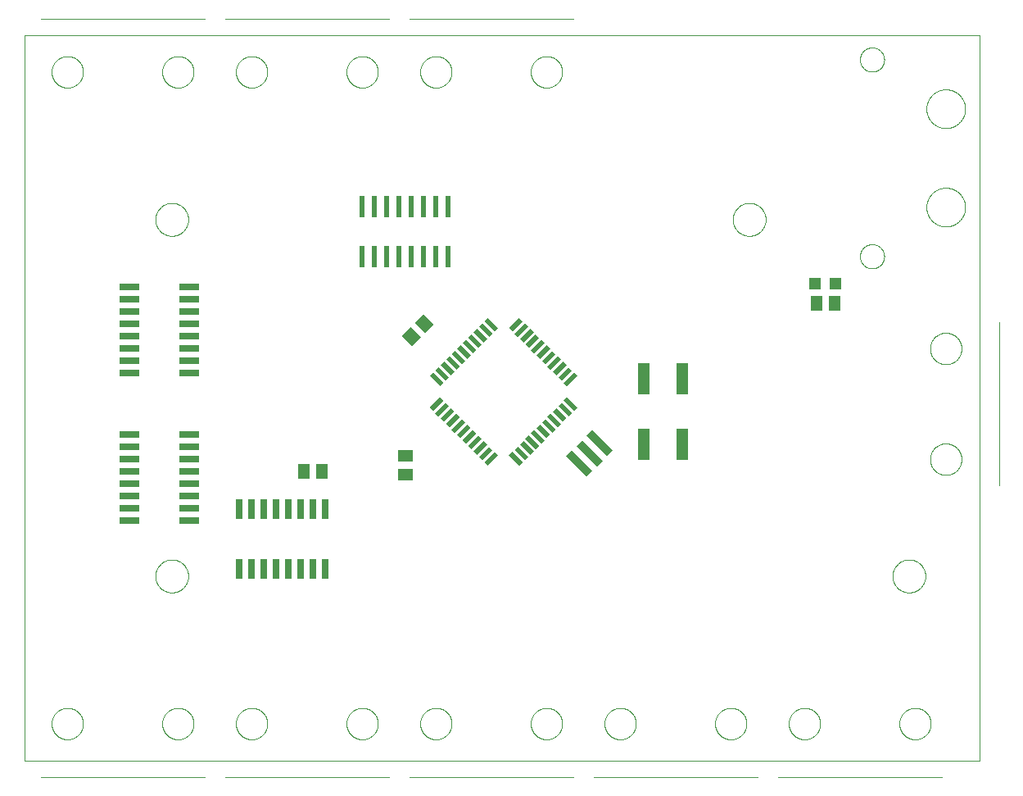
<source format=gtp>
G75*
%MOIN*%
%OFA0B0*%
%FSLAX25Y25*%
%IPPOS*%
%LPD*%
%AMOC8*
5,1,8,0,0,1.08239X$1,22.5*
%
%ADD10C,0.00000*%
%ADD11R,0.11811X0.03150*%
%ADD12R,0.02600X0.08000*%
%ADD13R,0.04724X0.12598*%
%ADD14R,0.05906X0.05118*%
%ADD15R,0.05118X0.05906*%
%ADD16C,0.00039*%
%ADD17R,0.05906X0.01969*%
%ADD18R,0.01969X0.05906*%
%ADD19R,0.04724X0.04724*%
%ADD20R,0.02362X0.08661*%
%ADD21R,0.08000X0.02600*%
D10*
X0004867Y0017038D02*
X0004867Y0311998D01*
X0393567Y0311998D01*
X0393567Y0017038D01*
X0004867Y0017038D01*
X0015967Y0032038D02*
X0015969Y0032198D01*
X0015975Y0032357D01*
X0015985Y0032516D01*
X0015999Y0032675D01*
X0016017Y0032834D01*
X0016038Y0032992D01*
X0016064Y0033149D01*
X0016094Y0033306D01*
X0016127Y0033462D01*
X0016165Y0033617D01*
X0016206Y0033771D01*
X0016251Y0033924D01*
X0016300Y0034076D01*
X0016353Y0034227D01*
X0016409Y0034376D01*
X0016470Y0034524D01*
X0016533Y0034670D01*
X0016601Y0034815D01*
X0016672Y0034958D01*
X0016746Y0035099D01*
X0016824Y0035238D01*
X0016906Y0035375D01*
X0016991Y0035510D01*
X0017079Y0035643D01*
X0017171Y0035774D01*
X0017265Y0035902D01*
X0017363Y0036028D01*
X0017464Y0036152D01*
X0017568Y0036273D01*
X0017675Y0036391D01*
X0017785Y0036507D01*
X0017898Y0036620D01*
X0018014Y0036730D01*
X0018132Y0036837D01*
X0018253Y0036941D01*
X0018377Y0037042D01*
X0018503Y0037140D01*
X0018631Y0037234D01*
X0018762Y0037326D01*
X0018895Y0037414D01*
X0019030Y0037499D01*
X0019167Y0037581D01*
X0019306Y0037659D01*
X0019447Y0037733D01*
X0019590Y0037804D01*
X0019735Y0037872D01*
X0019881Y0037935D01*
X0020029Y0037996D01*
X0020178Y0038052D01*
X0020329Y0038105D01*
X0020481Y0038154D01*
X0020634Y0038199D01*
X0020788Y0038240D01*
X0020943Y0038278D01*
X0021099Y0038311D01*
X0021256Y0038341D01*
X0021413Y0038367D01*
X0021571Y0038388D01*
X0021730Y0038406D01*
X0021889Y0038420D01*
X0022048Y0038430D01*
X0022207Y0038436D01*
X0022367Y0038438D01*
X0022527Y0038436D01*
X0022686Y0038430D01*
X0022845Y0038420D01*
X0023004Y0038406D01*
X0023163Y0038388D01*
X0023321Y0038367D01*
X0023478Y0038341D01*
X0023635Y0038311D01*
X0023791Y0038278D01*
X0023946Y0038240D01*
X0024100Y0038199D01*
X0024253Y0038154D01*
X0024405Y0038105D01*
X0024556Y0038052D01*
X0024705Y0037996D01*
X0024853Y0037935D01*
X0024999Y0037872D01*
X0025144Y0037804D01*
X0025287Y0037733D01*
X0025428Y0037659D01*
X0025567Y0037581D01*
X0025704Y0037499D01*
X0025839Y0037414D01*
X0025972Y0037326D01*
X0026103Y0037234D01*
X0026231Y0037140D01*
X0026357Y0037042D01*
X0026481Y0036941D01*
X0026602Y0036837D01*
X0026720Y0036730D01*
X0026836Y0036620D01*
X0026949Y0036507D01*
X0027059Y0036391D01*
X0027166Y0036273D01*
X0027270Y0036152D01*
X0027371Y0036028D01*
X0027469Y0035902D01*
X0027563Y0035774D01*
X0027655Y0035643D01*
X0027743Y0035510D01*
X0027828Y0035375D01*
X0027910Y0035238D01*
X0027988Y0035099D01*
X0028062Y0034958D01*
X0028133Y0034815D01*
X0028201Y0034670D01*
X0028264Y0034524D01*
X0028325Y0034376D01*
X0028381Y0034227D01*
X0028434Y0034076D01*
X0028483Y0033924D01*
X0028528Y0033771D01*
X0028569Y0033617D01*
X0028607Y0033462D01*
X0028640Y0033306D01*
X0028670Y0033149D01*
X0028696Y0032992D01*
X0028717Y0032834D01*
X0028735Y0032675D01*
X0028749Y0032516D01*
X0028759Y0032357D01*
X0028765Y0032198D01*
X0028767Y0032038D01*
X0028765Y0031878D01*
X0028759Y0031719D01*
X0028749Y0031560D01*
X0028735Y0031401D01*
X0028717Y0031242D01*
X0028696Y0031084D01*
X0028670Y0030927D01*
X0028640Y0030770D01*
X0028607Y0030614D01*
X0028569Y0030459D01*
X0028528Y0030305D01*
X0028483Y0030152D01*
X0028434Y0030000D01*
X0028381Y0029849D01*
X0028325Y0029700D01*
X0028264Y0029552D01*
X0028201Y0029406D01*
X0028133Y0029261D01*
X0028062Y0029118D01*
X0027988Y0028977D01*
X0027910Y0028838D01*
X0027828Y0028701D01*
X0027743Y0028566D01*
X0027655Y0028433D01*
X0027563Y0028302D01*
X0027469Y0028174D01*
X0027371Y0028048D01*
X0027270Y0027924D01*
X0027166Y0027803D01*
X0027059Y0027685D01*
X0026949Y0027569D01*
X0026836Y0027456D01*
X0026720Y0027346D01*
X0026602Y0027239D01*
X0026481Y0027135D01*
X0026357Y0027034D01*
X0026231Y0026936D01*
X0026103Y0026842D01*
X0025972Y0026750D01*
X0025839Y0026662D01*
X0025704Y0026577D01*
X0025567Y0026495D01*
X0025428Y0026417D01*
X0025287Y0026343D01*
X0025144Y0026272D01*
X0024999Y0026204D01*
X0024853Y0026141D01*
X0024705Y0026080D01*
X0024556Y0026024D01*
X0024405Y0025971D01*
X0024253Y0025922D01*
X0024100Y0025877D01*
X0023946Y0025836D01*
X0023791Y0025798D01*
X0023635Y0025765D01*
X0023478Y0025735D01*
X0023321Y0025709D01*
X0023163Y0025688D01*
X0023004Y0025670D01*
X0022845Y0025656D01*
X0022686Y0025646D01*
X0022527Y0025640D01*
X0022367Y0025638D01*
X0022207Y0025640D01*
X0022048Y0025646D01*
X0021889Y0025656D01*
X0021730Y0025670D01*
X0021571Y0025688D01*
X0021413Y0025709D01*
X0021256Y0025735D01*
X0021099Y0025765D01*
X0020943Y0025798D01*
X0020788Y0025836D01*
X0020634Y0025877D01*
X0020481Y0025922D01*
X0020329Y0025971D01*
X0020178Y0026024D01*
X0020029Y0026080D01*
X0019881Y0026141D01*
X0019735Y0026204D01*
X0019590Y0026272D01*
X0019447Y0026343D01*
X0019306Y0026417D01*
X0019167Y0026495D01*
X0019030Y0026577D01*
X0018895Y0026662D01*
X0018762Y0026750D01*
X0018631Y0026842D01*
X0018503Y0026936D01*
X0018377Y0027034D01*
X0018253Y0027135D01*
X0018132Y0027239D01*
X0018014Y0027346D01*
X0017898Y0027456D01*
X0017785Y0027569D01*
X0017675Y0027685D01*
X0017568Y0027803D01*
X0017464Y0027924D01*
X0017363Y0028048D01*
X0017265Y0028174D01*
X0017171Y0028302D01*
X0017079Y0028433D01*
X0016991Y0028566D01*
X0016906Y0028701D01*
X0016824Y0028838D01*
X0016746Y0028977D01*
X0016672Y0029118D01*
X0016601Y0029261D01*
X0016533Y0029406D01*
X0016470Y0029552D01*
X0016409Y0029700D01*
X0016353Y0029849D01*
X0016300Y0030000D01*
X0016251Y0030152D01*
X0016206Y0030305D01*
X0016165Y0030459D01*
X0016127Y0030614D01*
X0016094Y0030770D01*
X0016064Y0030927D01*
X0016038Y0031084D01*
X0016017Y0031242D01*
X0015999Y0031401D01*
X0015985Y0031560D01*
X0015975Y0031719D01*
X0015969Y0031878D01*
X0015967Y0032038D01*
X0060967Y0032038D02*
X0060969Y0032198D01*
X0060975Y0032357D01*
X0060985Y0032516D01*
X0060999Y0032675D01*
X0061017Y0032834D01*
X0061038Y0032992D01*
X0061064Y0033149D01*
X0061094Y0033306D01*
X0061127Y0033462D01*
X0061165Y0033617D01*
X0061206Y0033771D01*
X0061251Y0033924D01*
X0061300Y0034076D01*
X0061353Y0034227D01*
X0061409Y0034376D01*
X0061470Y0034524D01*
X0061533Y0034670D01*
X0061601Y0034815D01*
X0061672Y0034958D01*
X0061746Y0035099D01*
X0061824Y0035238D01*
X0061906Y0035375D01*
X0061991Y0035510D01*
X0062079Y0035643D01*
X0062171Y0035774D01*
X0062265Y0035902D01*
X0062363Y0036028D01*
X0062464Y0036152D01*
X0062568Y0036273D01*
X0062675Y0036391D01*
X0062785Y0036507D01*
X0062898Y0036620D01*
X0063014Y0036730D01*
X0063132Y0036837D01*
X0063253Y0036941D01*
X0063377Y0037042D01*
X0063503Y0037140D01*
X0063631Y0037234D01*
X0063762Y0037326D01*
X0063895Y0037414D01*
X0064030Y0037499D01*
X0064167Y0037581D01*
X0064306Y0037659D01*
X0064447Y0037733D01*
X0064590Y0037804D01*
X0064735Y0037872D01*
X0064881Y0037935D01*
X0065029Y0037996D01*
X0065178Y0038052D01*
X0065329Y0038105D01*
X0065481Y0038154D01*
X0065634Y0038199D01*
X0065788Y0038240D01*
X0065943Y0038278D01*
X0066099Y0038311D01*
X0066256Y0038341D01*
X0066413Y0038367D01*
X0066571Y0038388D01*
X0066730Y0038406D01*
X0066889Y0038420D01*
X0067048Y0038430D01*
X0067207Y0038436D01*
X0067367Y0038438D01*
X0067527Y0038436D01*
X0067686Y0038430D01*
X0067845Y0038420D01*
X0068004Y0038406D01*
X0068163Y0038388D01*
X0068321Y0038367D01*
X0068478Y0038341D01*
X0068635Y0038311D01*
X0068791Y0038278D01*
X0068946Y0038240D01*
X0069100Y0038199D01*
X0069253Y0038154D01*
X0069405Y0038105D01*
X0069556Y0038052D01*
X0069705Y0037996D01*
X0069853Y0037935D01*
X0069999Y0037872D01*
X0070144Y0037804D01*
X0070287Y0037733D01*
X0070428Y0037659D01*
X0070567Y0037581D01*
X0070704Y0037499D01*
X0070839Y0037414D01*
X0070972Y0037326D01*
X0071103Y0037234D01*
X0071231Y0037140D01*
X0071357Y0037042D01*
X0071481Y0036941D01*
X0071602Y0036837D01*
X0071720Y0036730D01*
X0071836Y0036620D01*
X0071949Y0036507D01*
X0072059Y0036391D01*
X0072166Y0036273D01*
X0072270Y0036152D01*
X0072371Y0036028D01*
X0072469Y0035902D01*
X0072563Y0035774D01*
X0072655Y0035643D01*
X0072743Y0035510D01*
X0072828Y0035375D01*
X0072910Y0035238D01*
X0072988Y0035099D01*
X0073062Y0034958D01*
X0073133Y0034815D01*
X0073201Y0034670D01*
X0073264Y0034524D01*
X0073325Y0034376D01*
X0073381Y0034227D01*
X0073434Y0034076D01*
X0073483Y0033924D01*
X0073528Y0033771D01*
X0073569Y0033617D01*
X0073607Y0033462D01*
X0073640Y0033306D01*
X0073670Y0033149D01*
X0073696Y0032992D01*
X0073717Y0032834D01*
X0073735Y0032675D01*
X0073749Y0032516D01*
X0073759Y0032357D01*
X0073765Y0032198D01*
X0073767Y0032038D01*
X0073765Y0031878D01*
X0073759Y0031719D01*
X0073749Y0031560D01*
X0073735Y0031401D01*
X0073717Y0031242D01*
X0073696Y0031084D01*
X0073670Y0030927D01*
X0073640Y0030770D01*
X0073607Y0030614D01*
X0073569Y0030459D01*
X0073528Y0030305D01*
X0073483Y0030152D01*
X0073434Y0030000D01*
X0073381Y0029849D01*
X0073325Y0029700D01*
X0073264Y0029552D01*
X0073201Y0029406D01*
X0073133Y0029261D01*
X0073062Y0029118D01*
X0072988Y0028977D01*
X0072910Y0028838D01*
X0072828Y0028701D01*
X0072743Y0028566D01*
X0072655Y0028433D01*
X0072563Y0028302D01*
X0072469Y0028174D01*
X0072371Y0028048D01*
X0072270Y0027924D01*
X0072166Y0027803D01*
X0072059Y0027685D01*
X0071949Y0027569D01*
X0071836Y0027456D01*
X0071720Y0027346D01*
X0071602Y0027239D01*
X0071481Y0027135D01*
X0071357Y0027034D01*
X0071231Y0026936D01*
X0071103Y0026842D01*
X0070972Y0026750D01*
X0070839Y0026662D01*
X0070704Y0026577D01*
X0070567Y0026495D01*
X0070428Y0026417D01*
X0070287Y0026343D01*
X0070144Y0026272D01*
X0069999Y0026204D01*
X0069853Y0026141D01*
X0069705Y0026080D01*
X0069556Y0026024D01*
X0069405Y0025971D01*
X0069253Y0025922D01*
X0069100Y0025877D01*
X0068946Y0025836D01*
X0068791Y0025798D01*
X0068635Y0025765D01*
X0068478Y0025735D01*
X0068321Y0025709D01*
X0068163Y0025688D01*
X0068004Y0025670D01*
X0067845Y0025656D01*
X0067686Y0025646D01*
X0067527Y0025640D01*
X0067367Y0025638D01*
X0067207Y0025640D01*
X0067048Y0025646D01*
X0066889Y0025656D01*
X0066730Y0025670D01*
X0066571Y0025688D01*
X0066413Y0025709D01*
X0066256Y0025735D01*
X0066099Y0025765D01*
X0065943Y0025798D01*
X0065788Y0025836D01*
X0065634Y0025877D01*
X0065481Y0025922D01*
X0065329Y0025971D01*
X0065178Y0026024D01*
X0065029Y0026080D01*
X0064881Y0026141D01*
X0064735Y0026204D01*
X0064590Y0026272D01*
X0064447Y0026343D01*
X0064306Y0026417D01*
X0064167Y0026495D01*
X0064030Y0026577D01*
X0063895Y0026662D01*
X0063762Y0026750D01*
X0063631Y0026842D01*
X0063503Y0026936D01*
X0063377Y0027034D01*
X0063253Y0027135D01*
X0063132Y0027239D01*
X0063014Y0027346D01*
X0062898Y0027456D01*
X0062785Y0027569D01*
X0062675Y0027685D01*
X0062568Y0027803D01*
X0062464Y0027924D01*
X0062363Y0028048D01*
X0062265Y0028174D01*
X0062171Y0028302D01*
X0062079Y0028433D01*
X0061991Y0028566D01*
X0061906Y0028701D01*
X0061824Y0028838D01*
X0061746Y0028977D01*
X0061672Y0029118D01*
X0061601Y0029261D01*
X0061533Y0029406D01*
X0061470Y0029552D01*
X0061409Y0029700D01*
X0061353Y0029849D01*
X0061300Y0030000D01*
X0061251Y0030152D01*
X0061206Y0030305D01*
X0061165Y0030459D01*
X0061127Y0030614D01*
X0061094Y0030770D01*
X0061064Y0030927D01*
X0061038Y0031084D01*
X0061017Y0031242D01*
X0060999Y0031401D01*
X0060985Y0031560D01*
X0060975Y0031719D01*
X0060969Y0031878D01*
X0060967Y0032038D01*
X0090967Y0032038D02*
X0090969Y0032198D01*
X0090975Y0032357D01*
X0090985Y0032516D01*
X0090999Y0032675D01*
X0091017Y0032834D01*
X0091038Y0032992D01*
X0091064Y0033149D01*
X0091094Y0033306D01*
X0091127Y0033462D01*
X0091165Y0033617D01*
X0091206Y0033771D01*
X0091251Y0033924D01*
X0091300Y0034076D01*
X0091353Y0034227D01*
X0091409Y0034376D01*
X0091470Y0034524D01*
X0091533Y0034670D01*
X0091601Y0034815D01*
X0091672Y0034958D01*
X0091746Y0035099D01*
X0091824Y0035238D01*
X0091906Y0035375D01*
X0091991Y0035510D01*
X0092079Y0035643D01*
X0092171Y0035774D01*
X0092265Y0035902D01*
X0092363Y0036028D01*
X0092464Y0036152D01*
X0092568Y0036273D01*
X0092675Y0036391D01*
X0092785Y0036507D01*
X0092898Y0036620D01*
X0093014Y0036730D01*
X0093132Y0036837D01*
X0093253Y0036941D01*
X0093377Y0037042D01*
X0093503Y0037140D01*
X0093631Y0037234D01*
X0093762Y0037326D01*
X0093895Y0037414D01*
X0094030Y0037499D01*
X0094167Y0037581D01*
X0094306Y0037659D01*
X0094447Y0037733D01*
X0094590Y0037804D01*
X0094735Y0037872D01*
X0094881Y0037935D01*
X0095029Y0037996D01*
X0095178Y0038052D01*
X0095329Y0038105D01*
X0095481Y0038154D01*
X0095634Y0038199D01*
X0095788Y0038240D01*
X0095943Y0038278D01*
X0096099Y0038311D01*
X0096256Y0038341D01*
X0096413Y0038367D01*
X0096571Y0038388D01*
X0096730Y0038406D01*
X0096889Y0038420D01*
X0097048Y0038430D01*
X0097207Y0038436D01*
X0097367Y0038438D01*
X0097527Y0038436D01*
X0097686Y0038430D01*
X0097845Y0038420D01*
X0098004Y0038406D01*
X0098163Y0038388D01*
X0098321Y0038367D01*
X0098478Y0038341D01*
X0098635Y0038311D01*
X0098791Y0038278D01*
X0098946Y0038240D01*
X0099100Y0038199D01*
X0099253Y0038154D01*
X0099405Y0038105D01*
X0099556Y0038052D01*
X0099705Y0037996D01*
X0099853Y0037935D01*
X0099999Y0037872D01*
X0100144Y0037804D01*
X0100287Y0037733D01*
X0100428Y0037659D01*
X0100567Y0037581D01*
X0100704Y0037499D01*
X0100839Y0037414D01*
X0100972Y0037326D01*
X0101103Y0037234D01*
X0101231Y0037140D01*
X0101357Y0037042D01*
X0101481Y0036941D01*
X0101602Y0036837D01*
X0101720Y0036730D01*
X0101836Y0036620D01*
X0101949Y0036507D01*
X0102059Y0036391D01*
X0102166Y0036273D01*
X0102270Y0036152D01*
X0102371Y0036028D01*
X0102469Y0035902D01*
X0102563Y0035774D01*
X0102655Y0035643D01*
X0102743Y0035510D01*
X0102828Y0035375D01*
X0102910Y0035238D01*
X0102988Y0035099D01*
X0103062Y0034958D01*
X0103133Y0034815D01*
X0103201Y0034670D01*
X0103264Y0034524D01*
X0103325Y0034376D01*
X0103381Y0034227D01*
X0103434Y0034076D01*
X0103483Y0033924D01*
X0103528Y0033771D01*
X0103569Y0033617D01*
X0103607Y0033462D01*
X0103640Y0033306D01*
X0103670Y0033149D01*
X0103696Y0032992D01*
X0103717Y0032834D01*
X0103735Y0032675D01*
X0103749Y0032516D01*
X0103759Y0032357D01*
X0103765Y0032198D01*
X0103767Y0032038D01*
X0103765Y0031878D01*
X0103759Y0031719D01*
X0103749Y0031560D01*
X0103735Y0031401D01*
X0103717Y0031242D01*
X0103696Y0031084D01*
X0103670Y0030927D01*
X0103640Y0030770D01*
X0103607Y0030614D01*
X0103569Y0030459D01*
X0103528Y0030305D01*
X0103483Y0030152D01*
X0103434Y0030000D01*
X0103381Y0029849D01*
X0103325Y0029700D01*
X0103264Y0029552D01*
X0103201Y0029406D01*
X0103133Y0029261D01*
X0103062Y0029118D01*
X0102988Y0028977D01*
X0102910Y0028838D01*
X0102828Y0028701D01*
X0102743Y0028566D01*
X0102655Y0028433D01*
X0102563Y0028302D01*
X0102469Y0028174D01*
X0102371Y0028048D01*
X0102270Y0027924D01*
X0102166Y0027803D01*
X0102059Y0027685D01*
X0101949Y0027569D01*
X0101836Y0027456D01*
X0101720Y0027346D01*
X0101602Y0027239D01*
X0101481Y0027135D01*
X0101357Y0027034D01*
X0101231Y0026936D01*
X0101103Y0026842D01*
X0100972Y0026750D01*
X0100839Y0026662D01*
X0100704Y0026577D01*
X0100567Y0026495D01*
X0100428Y0026417D01*
X0100287Y0026343D01*
X0100144Y0026272D01*
X0099999Y0026204D01*
X0099853Y0026141D01*
X0099705Y0026080D01*
X0099556Y0026024D01*
X0099405Y0025971D01*
X0099253Y0025922D01*
X0099100Y0025877D01*
X0098946Y0025836D01*
X0098791Y0025798D01*
X0098635Y0025765D01*
X0098478Y0025735D01*
X0098321Y0025709D01*
X0098163Y0025688D01*
X0098004Y0025670D01*
X0097845Y0025656D01*
X0097686Y0025646D01*
X0097527Y0025640D01*
X0097367Y0025638D01*
X0097207Y0025640D01*
X0097048Y0025646D01*
X0096889Y0025656D01*
X0096730Y0025670D01*
X0096571Y0025688D01*
X0096413Y0025709D01*
X0096256Y0025735D01*
X0096099Y0025765D01*
X0095943Y0025798D01*
X0095788Y0025836D01*
X0095634Y0025877D01*
X0095481Y0025922D01*
X0095329Y0025971D01*
X0095178Y0026024D01*
X0095029Y0026080D01*
X0094881Y0026141D01*
X0094735Y0026204D01*
X0094590Y0026272D01*
X0094447Y0026343D01*
X0094306Y0026417D01*
X0094167Y0026495D01*
X0094030Y0026577D01*
X0093895Y0026662D01*
X0093762Y0026750D01*
X0093631Y0026842D01*
X0093503Y0026936D01*
X0093377Y0027034D01*
X0093253Y0027135D01*
X0093132Y0027239D01*
X0093014Y0027346D01*
X0092898Y0027456D01*
X0092785Y0027569D01*
X0092675Y0027685D01*
X0092568Y0027803D01*
X0092464Y0027924D01*
X0092363Y0028048D01*
X0092265Y0028174D01*
X0092171Y0028302D01*
X0092079Y0028433D01*
X0091991Y0028566D01*
X0091906Y0028701D01*
X0091824Y0028838D01*
X0091746Y0028977D01*
X0091672Y0029118D01*
X0091601Y0029261D01*
X0091533Y0029406D01*
X0091470Y0029552D01*
X0091409Y0029700D01*
X0091353Y0029849D01*
X0091300Y0030000D01*
X0091251Y0030152D01*
X0091206Y0030305D01*
X0091165Y0030459D01*
X0091127Y0030614D01*
X0091094Y0030770D01*
X0091064Y0030927D01*
X0091038Y0031084D01*
X0091017Y0031242D01*
X0090999Y0031401D01*
X0090985Y0031560D01*
X0090975Y0031719D01*
X0090969Y0031878D01*
X0090967Y0032038D01*
X0135967Y0032038D02*
X0135969Y0032198D01*
X0135975Y0032357D01*
X0135985Y0032516D01*
X0135999Y0032675D01*
X0136017Y0032834D01*
X0136038Y0032992D01*
X0136064Y0033149D01*
X0136094Y0033306D01*
X0136127Y0033462D01*
X0136165Y0033617D01*
X0136206Y0033771D01*
X0136251Y0033924D01*
X0136300Y0034076D01*
X0136353Y0034227D01*
X0136409Y0034376D01*
X0136470Y0034524D01*
X0136533Y0034670D01*
X0136601Y0034815D01*
X0136672Y0034958D01*
X0136746Y0035099D01*
X0136824Y0035238D01*
X0136906Y0035375D01*
X0136991Y0035510D01*
X0137079Y0035643D01*
X0137171Y0035774D01*
X0137265Y0035902D01*
X0137363Y0036028D01*
X0137464Y0036152D01*
X0137568Y0036273D01*
X0137675Y0036391D01*
X0137785Y0036507D01*
X0137898Y0036620D01*
X0138014Y0036730D01*
X0138132Y0036837D01*
X0138253Y0036941D01*
X0138377Y0037042D01*
X0138503Y0037140D01*
X0138631Y0037234D01*
X0138762Y0037326D01*
X0138895Y0037414D01*
X0139030Y0037499D01*
X0139167Y0037581D01*
X0139306Y0037659D01*
X0139447Y0037733D01*
X0139590Y0037804D01*
X0139735Y0037872D01*
X0139881Y0037935D01*
X0140029Y0037996D01*
X0140178Y0038052D01*
X0140329Y0038105D01*
X0140481Y0038154D01*
X0140634Y0038199D01*
X0140788Y0038240D01*
X0140943Y0038278D01*
X0141099Y0038311D01*
X0141256Y0038341D01*
X0141413Y0038367D01*
X0141571Y0038388D01*
X0141730Y0038406D01*
X0141889Y0038420D01*
X0142048Y0038430D01*
X0142207Y0038436D01*
X0142367Y0038438D01*
X0142527Y0038436D01*
X0142686Y0038430D01*
X0142845Y0038420D01*
X0143004Y0038406D01*
X0143163Y0038388D01*
X0143321Y0038367D01*
X0143478Y0038341D01*
X0143635Y0038311D01*
X0143791Y0038278D01*
X0143946Y0038240D01*
X0144100Y0038199D01*
X0144253Y0038154D01*
X0144405Y0038105D01*
X0144556Y0038052D01*
X0144705Y0037996D01*
X0144853Y0037935D01*
X0144999Y0037872D01*
X0145144Y0037804D01*
X0145287Y0037733D01*
X0145428Y0037659D01*
X0145567Y0037581D01*
X0145704Y0037499D01*
X0145839Y0037414D01*
X0145972Y0037326D01*
X0146103Y0037234D01*
X0146231Y0037140D01*
X0146357Y0037042D01*
X0146481Y0036941D01*
X0146602Y0036837D01*
X0146720Y0036730D01*
X0146836Y0036620D01*
X0146949Y0036507D01*
X0147059Y0036391D01*
X0147166Y0036273D01*
X0147270Y0036152D01*
X0147371Y0036028D01*
X0147469Y0035902D01*
X0147563Y0035774D01*
X0147655Y0035643D01*
X0147743Y0035510D01*
X0147828Y0035375D01*
X0147910Y0035238D01*
X0147988Y0035099D01*
X0148062Y0034958D01*
X0148133Y0034815D01*
X0148201Y0034670D01*
X0148264Y0034524D01*
X0148325Y0034376D01*
X0148381Y0034227D01*
X0148434Y0034076D01*
X0148483Y0033924D01*
X0148528Y0033771D01*
X0148569Y0033617D01*
X0148607Y0033462D01*
X0148640Y0033306D01*
X0148670Y0033149D01*
X0148696Y0032992D01*
X0148717Y0032834D01*
X0148735Y0032675D01*
X0148749Y0032516D01*
X0148759Y0032357D01*
X0148765Y0032198D01*
X0148767Y0032038D01*
X0148765Y0031878D01*
X0148759Y0031719D01*
X0148749Y0031560D01*
X0148735Y0031401D01*
X0148717Y0031242D01*
X0148696Y0031084D01*
X0148670Y0030927D01*
X0148640Y0030770D01*
X0148607Y0030614D01*
X0148569Y0030459D01*
X0148528Y0030305D01*
X0148483Y0030152D01*
X0148434Y0030000D01*
X0148381Y0029849D01*
X0148325Y0029700D01*
X0148264Y0029552D01*
X0148201Y0029406D01*
X0148133Y0029261D01*
X0148062Y0029118D01*
X0147988Y0028977D01*
X0147910Y0028838D01*
X0147828Y0028701D01*
X0147743Y0028566D01*
X0147655Y0028433D01*
X0147563Y0028302D01*
X0147469Y0028174D01*
X0147371Y0028048D01*
X0147270Y0027924D01*
X0147166Y0027803D01*
X0147059Y0027685D01*
X0146949Y0027569D01*
X0146836Y0027456D01*
X0146720Y0027346D01*
X0146602Y0027239D01*
X0146481Y0027135D01*
X0146357Y0027034D01*
X0146231Y0026936D01*
X0146103Y0026842D01*
X0145972Y0026750D01*
X0145839Y0026662D01*
X0145704Y0026577D01*
X0145567Y0026495D01*
X0145428Y0026417D01*
X0145287Y0026343D01*
X0145144Y0026272D01*
X0144999Y0026204D01*
X0144853Y0026141D01*
X0144705Y0026080D01*
X0144556Y0026024D01*
X0144405Y0025971D01*
X0144253Y0025922D01*
X0144100Y0025877D01*
X0143946Y0025836D01*
X0143791Y0025798D01*
X0143635Y0025765D01*
X0143478Y0025735D01*
X0143321Y0025709D01*
X0143163Y0025688D01*
X0143004Y0025670D01*
X0142845Y0025656D01*
X0142686Y0025646D01*
X0142527Y0025640D01*
X0142367Y0025638D01*
X0142207Y0025640D01*
X0142048Y0025646D01*
X0141889Y0025656D01*
X0141730Y0025670D01*
X0141571Y0025688D01*
X0141413Y0025709D01*
X0141256Y0025735D01*
X0141099Y0025765D01*
X0140943Y0025798D01*
X0140788Y0025836D01*
X0140634Y0025877D01*
X0140481Y0025922D01*
X0140329Y0025971D01*
X0140178Y0026024D01*
X0140029Y0026080D01*
X0139881Y0026141D01*
X0139735Y0026204D01*
X0139590Y0026272D01*
X0139447Y0026343D01*
X0139306Y0026417D01*
X0139167Y0026495D01*
X0139030Y0026577D01*
X0138895Y0026662D01*
X0138762Y0026750D01*
X0138631Y0026842D01*
X0138503Y0026936D01*
X0138377Y0027034D01*
X0138253Y0027135D01*
X0138132Y0027239D01*
X0138014Y0027346D01*
X0137898Y0027456D01*
X0137785Y0027569D01*
X0137675Y0027685D01*
X0137568Y0027803D01*
X0137464Y0027924D01*
X0137363Y0028048D01*
X0137265Y0028174D01*
X0137171Y0028302D01*
X0137079Y0028433D01*
X0136991Y0028566D01*
X0136906Y0028701D01*
X0136824Y0028838D01*
X0136746Y0028977D01*
X0136672Y0029118D01*
X0136601Y0029261D01*
X0136533Y0029406D01*
X0136470Y0029552D01*
X0136409Y0029700D01*
X0136353Y0029849D01*
X0136300Y0030000D01*
X0136251Y0030152D01*
X0136206Y0030305D01*
X0136165Y0030459D01*
X0136127Y0030614D01*
X0136094Y0030770D01*
X0136064Y0030927D01*
X0136038Y0031084D01*
X0136017Y0031242D01*
X0135999Y0031401D01*
X0135985Y0031560D01*
X0135975Y0031719D01*
X0135969Y0031878D01*
X0135967Y0032038D01*
X0165967Y0032038D02*
X0165969Y0032198D01*
X0165975Y0032357D01*
X0165985Y0032516D01*
X0165999Y0032675D01*
X0166017Y0032834D01*
X0166038Y0032992D01*
X0166064Y0033149D01*
X0166094Y0033306D01*
X0166127Y0033462D01*
X0166165Y0033617D01*
X0166206Y0033771D01*
X0166251Y0033924D01*
X0166300Y0034076D01*
X0166353Y0034227D01*
X0166409Y0034376D01*
X0166470Y0034524D01*
X0166533Y0034670D01*
X0166601Y0034815D01*
X0166672Y0034958D01*
X0166746Y0035099D01*
X0166824Y0035238D01*
X0166906Y0035375D01*
X0166991Y0035510D01*
X0167079Y0035643D01*
X0167171Y0035774D01*
X0167265Y0035902D01*
X0167363Y0036028D01*
X0167464Y0036152D01*
X0167568Y0036273D01*
X0167675Y0036391D01*
X0167785Y0036507D01*
X0167898Y0036620D01*
X0168014Y0036730D01*
X0168132Y0036837D01*
X0168253Y0036941D01*
X0168377Y0037042D01*
X0168503Y0037140D01*
X0168631Y0037234D01*
X0168762Y0037326D01*
X0168895Y0037414D01*
X0169030Y0037499D01*
X0169167Y0037581D01*
X0169306Y0037659D01*
X0169447Y0037733D01*
X0169590Y0037804D01*
X0169735Y0037872D01*
X0169881Y0037935D01*
X0170029Y0037996D01*
X0170178Y0038052D01*
X0170329Y0038105D01*
X0170481Y0038154D01*
X0170634Y0038199D01*
X0170788Y0038240D01*
X0170943Y0038278D01*
X0171099Y0038311D01*
X0171256Y0038341D01*
X0171413Y0038367D01*
X0171571Y0038388D01*
X0171730Y0038406D01*
X0171889Y0038420D01*
X0172048Y0038430D01*
X0172207Y0038436D01*
X0172367Y0038438D01*
X0172527Y0038436D01*
X0172686Y0038430D01*
X0172845Y0038420D01*
X0173004Y0038406D01*
X0173163Y0038388D01*
X0173321Y0038367D01*
X0173478Y0038341D01*
X0173635Y0038311D01*
X0173791Y0038278D01*
X0173946Y0038240D01*
X0174100Y0038199D01*
X0174253Y0038154D01*
X0174405Y0038105D01*
X0174556Y0038052D01*
X0174705Y0037996D01*
X0174853Y0037935D01*
X0174999Y0037872D01*
X0175144Y0037804D01*
X0175287Y0037733D01*
X0175428Y0037659D01*
X0175567Y0037581D01*
X0175704Y0037499D01*
X0175839Y0037414D01*
X0175972Y0037326D01*
X0176103Y0037234D01*
X0176231Y0037140D01*
X0176357Y0037042D01*
X0176481Y0036941D01*
X0176602Y0036837D01*
X0176720Y0036730D01*
X0176836Y0036620D01*
X0176949Y0036507D01*
X0177059Y0036391D01*
X0177166Y0036273D01*
X0177270Y0036152D01*
X0177371Y0036028D01*
X0177469Y0035902D01*
X0177563Y0035774D01*
X0177655Y0035643D01*
X0177743Y0035510D01*
X0177828Y0035375D01*
X0177910Y0035238D01*
X0177988Y0035099D01*
X0178062Y0034958D01*
X0178133Y0034815D01*
X0178201Y0034670D01*
X0178264Y0034524D01*
X0178325Y0034376D01*
X0178381Y0034227D01*
X0178434Y0034076D01*
X0178483Y0033924D01*
X0178528Y0033771D01*
X0178569Y0033617D01*
X0178607Y0033462D01*
X0178640Y0033306D01*
X0178670Y0033149D01*
X0178696Y0032992D01*
X0178717Y0032834D01*
X0178735Y0032675D01*
X0178749Y0032516D01*
X0178759Y0032357D01*
X0178765Y0032198D01*
X0178767Y0032038D01*
X0178765Y0031878D01*
X0178759Y0031719D01*
X0178749Y0031560D01*
X0178735Y0031401D01*
X0178717Y0031242D01*
X0178696Y0031084D01*
X0178670Y0030927D01*
X0178640Y0030770D01*
X0178607Y0030614D01*
X0178569Y0030459D01*
X0178528Y0030305D01*
X0178483Y0030152D01*
X0178434Y0030000D01*
X0178381Y0029849D01*
X0178325Y0029700D01*
X0178264Y0029552D01*
X0178201Y0029406D01*
X0178133Y0029261D01*
X0178062Y0029118D01*
X0177988Y0028977D01*
X0177910Y0028838D01*
X0177828Y0028701D01*
X0177743Y0028566D01*
X0177655Y0028433D01*
X0177563Y0028302D01*
X0177469Y0028174D01*
X0177371Y0028048D01*
X0177270Y0027924D01*
X0177166Y0027803D01*
X0177059Y0027685D01*
X0176949Y0027569D01*
X0176836Y0027456D01*
X0176720Y0027346D01*
X0176602Y0027239D01*
X0176481Y0027135D01*
X0176357Y0027034D01*
X0176231Y0026936D01*
X0176103Y0026842D01*
X0175972Y0026750D01*
X0175839Y0026662D01*
X0175704Y0026577D01*
X0175567Y0026495D01*
X0175428Y0026417D01*
X0175287Y0026343D01*
X0175144Y0026272D01*
X0174999Y0026204D01*
X0174853Y0026141D01*
X0174705Y0026080D01*
X0174556Y0026024D01*
X0174405Y0025971D01*
X0174253Y0025922D01*
X0174100Y0025877D01*
X0173946Y0025836D01*
X0173791Y0025798D01*
X0173635Y0025765D01*
X0173478Y0025735D01*
X0173321Y0025709D01*
X0173163Y0025688D01*
X0173004Y0025670D01*
X0172845Y0025656D01*
X0172686Y0025646D01*
X0172527Y0025640D01*
X0172367Y0025638D01*
X0172207Y0025640D01*
X0172048Y0025646D01*
X0171889Y0025656D01*
X0171730Y0025670D01*
X0171571Y0025688D01*
X0171413Y0025709D01*
X0171256Y0025735D01*
X0171099Y0025765D01*
X0170943Y0025798D01*
X0170788Y0025836D01*
X0170634Y0025877D01*
X0170481Y0025922D01*
X0170329Y0025971D01*
X0170178Y0026024D01*
X0170029Y0026080D01*
X0169881Y0026141D01*
X0169735Y0026204D01*
X0169590Y0026272D01*
X0169447Y0026343D01*
X0169306Y0026417D01*
X0169167Y0026495D01*
X0169030Y0026577D01*
X0168895Y0026662D01*
X0168762Y0026750D01*
X0168631Y0026842D01*
X0168503Y0026936D01*
X0168377Y0027034D01*
X0168253Y0027135D01*
X0168132Y0027239D01*
X0168014Y0027346D01*
X0167898Y0027456D01*
X0167785Y0027569D01*
X0167675Y0027685D01*
X0167568Y0027803D01*
X0167464Y0027924D01*
X0167363Y0028048D01*
X0167265Y0028174D01*
X0167171Y0028302D01*
X0167079Y0028433D01*
X0166991Y0028566D01*
X0166906Y0028701D01*
X0166824Y0028838D01*
X0166746Y0028977D01*
X0166672Y0029118D01*
X0166601Y0029261D01*
X0166533Y0029406D01*
X0166470Y0029552D01*
X0166409Y0029700D01*
X0166353Y0029849D01*
X0166300Y0030000D01*
X0166251Y0030152D01*
X0166206Y0030305D01*
X0166165Y0030459D01*
X0166127Y0030614D01*
X0166094Y0030770D01*
X0166064Y0030927D01*
X0166038Y0031084D01*
X0166017Y0031242D01*
X0165999Y0031401D01*
X0165985Y0031560D01*
X0165975Y0031719D01*
X0165969Y0031878D01*
X0165967Y0032038D01*
X0210967Y0032038D02*
X0210969Y0032198D01*
X0210975Y0032357D01*
X0210985Y0032516D01*
X0210999Y0032675D01*
X0211017Y0032834D01*
X0211038Y0032992D01*
X0211064Y0033149D01*
X0211094Y0033306D01*
X0211127Y0033462D01*
X0211165Y0033617D01*
X0211206Y0033771D01*
X0211251Y0033924D01*
X0211300Y0034076D01*
X0211353Y0034227D01*
X0211409Y0034376D01*
X0211470Y0034524D01*
X0211533Y0034670D01*
X0211601Y0034815D01*
X0211672Y0034958D01*
X0211746Y0035099D01*
X0211824Y0035238D01*
X0211906Y0035375D01*
X0211991Y0035510D01*
X0212079Y0035643D01*
X0212171Y0035774D01*
X0212265Y0035902D01*
X0212363Y0036028D01*
X0212464Y0036152D01*
X0212568Y0036273D01*
X0212675Y0036391D01*
X0212785Y0036507D01*
X0212898Y0036620D01*
X0213014Y0036730D01*
X0213132Y0036837D01*
X0213253Y0036941D01*
X0213377Y0037042D01*
X0213503Y0037140D01*
X0213631Y0037234D01*
X0213762Y0037326D01*
X0213895Y0037414D01*
X0214030Y0037499D01*
X0214167Y0037581D01*
X0214306Y0037659D01*
X0214447Y0037733D01*
X0214590Y0037804D01*
X0214735Y0037872D01*
X0214881Y0037935D01*
X0215029Y0037996D01*
X0215178Y0038052D01*
X0215329Y0038105D01*
X0215481Y0038154D01*
X0215634Y0038199D01*
X0215788Y0038240D01*
X0215943Y0038278D01*
X0216099Y0038311D01*
X0216256Y0038341D01*
X0216413Y0038367D01*
X0216571Y0038388D01*
X0216730Y0038406D01*
X0216889Y0038420D01*
X0217048Y0038430D01*
X0217207Y0038436D01*
X0217367Y0038438D01*
X0217527Y0038436D01*
X0217686Y0038430D01*
X0217845Y0038420D01*
X0218004Y0038406D01*
X0218163Y0038388D01*
X0218321Y0038367D01*
X0218478Y0038341D01*
X0218635Y0038311D01*
X0218791Y0038278D01*
X0218946Y0038240D01*
X0219100Y0038199D01*
X0219253Y0038154D01*
X0219405Y0038105D01*
X0219556Y0038052D01*
X0219705Y0037996D01*
X0219853Y0037935D01*
X0219999Y0037872D01*
X0220144Y0037804D01*
X0220287Y0037733D01*
X0220428Y0037659D01*
X0220567Y0037581D01*
X0220704Y0037499D01*
X0220839Y0037414D01*
X0220972Y0037326D01*
X0221103Y0037234D01*
X0221231Y0037140D01*
X0221357Y0037042D01*
X0221481Y0036941D01*
X0221602Y0036837D01*
X0221720Y0036730D01*
X0221836Y0036620D01*
X0221949Y0036507D01*
X0222059Y0036391D01*
X0222166Y0036273D01*
X0222270Y0036152D01*
X0222371Y0036028D01*
X0222469Y0035902D01*
X0222563Y0035774D01*
X0222655Y0035643D01*
X0222743Y0035510D01*
X0222828Y0035375D01*
X0222910Y0035238D01*
X0222988Y0035099D01*
X0223062Y0034958D01*
X0223133Y0034815D01*
X0223201Y0034670D01*
X0223264Y0034524D01*
X0223325Y0034376D01*
X0223381Y0034227D01*
X0223434Y0034076D01*
X0223483Y0033924D01*
X0223528Y0033771D01*
X0223569Y0033617D01*
X0223607Y0033462D01*
X0223640Y0033306D01*
X0223670Y0033149D01*
X0223696Y0032992D01*
X0223717Y0032834D01*
X0223735Y0032675D01*
X0223749Y0032516D01*
X0223759Y0032357D01*
X0223765Y0032198D01*
X0223767Y0032038D01*
X0223765Y0031878D01*
X0223759Y0031719D01*
X0223749Y0031560D01*
X0223735Y0031401D01*
X0223717Y0031242D01*
X0223696Y0031084D01*
X0223670Y0030927D01*
X0223640Y0030770D01*
X0223607Y0030614D01*
X0223569Y0030459D01*
X0223528Y0030305D01*
X0223483Y0030152D01*
X0223434Y0030000D01*
X0223381Y0029849D01*
X0223325Y0029700D01*
X0223264Y0029552D01*
X0223201Y0029406D01*
X0223133Y0029261D01*
X0223062Y0029118D01*
X0222988Y0028977D01*
X0222910Y0028838D01*
X0222828Y0028701D01*
X0222743Y0028566D01*
X0222655Y0028433D01*
X0222563Y0028302D01*
X0222469Y0028174D01*
X0222371Y0028048D01*
X0222270Y0027924D01*
X0222166Y0027803D01*
X0222059Y0027685D01*
X0221949Y0027569D01*
X0221836Y0027456D01*
X0221720Y0027346D01*
X0221602Y0027239D01*
X0221481Y0027135D01*
X0221357Y0027034D01*
X0221231Y0026936D01*
X0221103Y0026842D01*
X0220972Y0026750D01*
X0220839Y0026662D01*
X0220704Y0026577D01*
X0220567Y0026495D01*
X0220428Y0026417D01*
X0220287Y0026343D01*
X0220144Y0026272D01*
X0219999Y0026204D01*
X0219853Y0026141D01*
X0219705Y0026080D01*
X0219556Y0026024D01*
X0219405Y0025971D01*
X0219253Y0025922D01*
X0219100Y0025877D01*
X0218946Y0025836D01*
X0218791Y0025798D01*
X0218635Y0025765D01*
X0218478Y0025735D01*
X0218321Y0025709D01*
X0218163Y0025688D01*
X0218004Y0025670D01*
X0217845Y0025656D01*
X0217686Y0025646D01*
X0217527Y0025640D01*
X0217367Y0025638D01*
X0217207Y0025640D01*
X0217048Y0025646D01*
X0216889Y0025656D01*
X0216730Y0025670D01*
X0216571Y0025688D01*
X0216413Y0025709D01*
X0216256Y0025735D01*
X0216099Y0025765D01*
X0215943Y0025798D01*
X0215788Y0025836D01*
X0215634Y0025877D01*
X0215481Y0025922D01*
X0215329Y0025971D01*
X0215178Y0026024D01*
X0215029Y0026080D01*
X0214881Y0026141D01*
X0214735Y0026204D01*
X0214590Y0026272D01*
X0214447Y0026343D01*
X0214306Y0026417D01*
X0214167Y0026495D01*
X0214030Y0026577D01*
X0213895Y0026662D01*
X0213762Y0026750D01*
X0213631Y0026842D01*
X0213503Y0026936D01*
X0213377Y0027034D01*
X0213253Y0027135D01*
X0213132Y0027239D01*
X0213014Y0027346D01*
X0212898Y0027456D01*
X0212785Y0027569D01*
X0212675Y0027685D01*
X0212568Y0027803D01*
X0212464Y0027924D01*
X0212363Y0028048D01*
X0212265Y0028174D01*
X0212171Y0028302D01*
X0212079Y0028433D01*
X0211991Y0028566D01*
X0211906Y0028701D01*
X0211824Y0028838D01*
X0211746Y0028977D01*
X0211672Y0029118D01*
X0211601Y0029261D01*
X0211533Y0029406D01*
X0211470Y0029552D01*
X0211409Y0029700D01*
X0211353Y0029849D01*
X0211300Y0030000D01*
X0211251Y0030152D01*
X0211206Y0030305D01*
X0211165Y0030459D01*
X0211127Y0030614D01*
X0211094Y0030770D01*
X0211064Y0030927D01*
X0211038Y0031084D01*
X0211017Y0031242D01*
X0210999Y0031401D01*
X0210985Y0031560D01*
X0210975Y0031719D01*
X0210969Y0031878D01*
X0210967Y0032038D01*
X0240967Y0032038D02*
X0240969Y0032198D01*
X0240975Y0032357D01*
X0240985Y0032516D01*
X0240999Y0032675D01*
X0241017Y0032834D01*
X0241038Y0032992D01*
X0241064Y0033149D01*
X0241094Y0033306D01*
X0241127Y0033462D01*
X0241165Y0033617D01*
X0241206Y0033771D01*
X0241251Y0033924D01*
X0241300Y0034076D01*
X0241353Y0034227D01*
X0241409Y0034376D01*
X0241470Y0034524D01*
X0241533Y0034670D01*
X0241601Y0034815D01*
X0241672Y0034958D01*
X0241746Y0035099D01*
X0241824Y0035238D01*
X0241906Y0035375D01*
X0241991Y0035510D01*
X0242079Y0035643D01*
X0242171Y0035774D01*
X0242265Y0035902D01*
X0242363Y0036028D01*
X0242464Y0036152D01*
X0242568Y0036273D01*
X0242675Y0036391D01*
X0242785Y0036507D01*
X0242898Y0036620D01*
X0243014Y0036730D01*
X0243132Y0036837D01*
X0243253Y0036941D01*
X0243377Y0037042D01*
X0243503Y0037140D01*
X0243631Y0037234D01*
X0243762Y0037326D01*
X0243895Y0037414D01*
X0244030Y0037499D01*
X0244167Y0037581D01*
X0244306Y0037659D01*
X0244447Y0037733D01*
X0244590Y0037804D01*
X0244735Y0037872D01*
X0244881Y0037935D01*
X0245029Y0037996D01*
X0245178Y0038052D01*
X0245329Y0038105D01*
X0245481Y0038154D01*
X0245634Y0038199D01*
X0245788Y0038240D01*
X0245943Y0038278D01*
X0246099Y0038311D01*
X0246256Y0038341D01*
X0246413Y0038367D01*
X0246571Y0038388D01*
X0246730Y0038406D01*
X0246889Y0038420D01*
X0247048Y0038430D01*
X0247207Y0038436D01*
X0247367Y0038438D01*
X0247527Y0038436D01*
X0247686Y0038430D01*
X0247845Y0038420D01*
X0248004Y0038406D01*
X0248163Y0038388D01*
X0248321Y0038367D01*
X0248478Y0038341D01*
X0248635Y0038311D01*
X0248791Y0038278D01*
X0248946Y0038240D01*
X0249100Y0038199D01*
X0249253Y0038154D01*
X0249405Y0038105D01*
X0249556Y0038052D01*
X0249705Y0037996D01*
X0249853Y0037935D01*
X0249999Y0037872D01*
X0250144Y0037804D01*
X0250287Y0037733D01*
X0250428Y0037659D01*
X0250567Y0037581D01*
X0250704Y0037499D01*
X0250839Y0037414D01*
X0250972Y0037326D01*
X0251103Y0037234D01*
X0251231Y0037140D01*
X0251357Y0037042D01*
X0251481Y0036941D01*
X0251602Y0036837D01*
X0251720Y0036730D01*
X0251836Y0036620D01*
X0251949Y0036507D01*
X0252059Y0036391D01*
X0252166Y0036273D01*
X0252270Y0036152D01*
X0252371Y0036028D01*
X0252469Y0035902D01*
X0252563Y0035774D01*
X0252655Y0035643D01*
X0252743Y0035510D01*
X0252828Y0035375D01*
X0252910Y0035238D01*
X0252988Y0035099D01*
X0253062Y0034958D01*
X0253133Y0034815D01*
X0253201Y0034670D01*
X0253264Y0034524D01*
X0253325Y0034376D01*
X0253381Y0034227D01*
X0253434Y0034076D01*
X0253483Y0033924D01*
X0253528Y0033771D01*
X0253569Y0033617D01*
X0253607Y0033462D01*
X0253640Y0033306D01*
X0253670Y0033149D01*
X0253696Y0032992D01*
X0253717Y0032834D01*
X0253735Y0032675D01*
X0253749Y0032516D01*
X0253759Y0032357D01*
X0253765Y0032198D01*
X0253767Y0032038D01*
X0253765Y0031878D01*
X0253759Y0031719D01*
X0253749Y0031560D01*
X0253735Y0031401D01*
X0253717Y0031242D01*
X0253696Y0031084D01*
X0253670Y0030927D01*
X0253640Y0030770D01*
X0253607Y0030614D01*
X0253569Y0030459D01*
X0253528Y0030305D01*
X0253483Y0030152D01*
X0253434Y0030000D01*
X0253381Y0029849D01*
X0253325Y0029700D01*
X0253264Y0029552D01*
X0253201Y0029406D01*
X0253133Y0029261D01*
X0253062Y0029118D01*
X0252988Y0028977D01*
X0252910Y0028838D01*
X0252828Y0028701D01*
X0252743Y0028566D01*
X0252655Y0028433D01*
X0252563Y0028302D01*
X0252469Y0028174D01*
X0252371Y0028048D01*
X0252270Y0027924D01*
X0252166Y0027803D01*
X0252059Y0027685D01*
X0251949Y0027569D01*
X0251836Y0027456D01*
X0251720Y0027346D01*
X0251602Y0027239D01*
X0251481Y0027135D01*
X0251357Y0027034D01*
X0251231Y0026936D01*
X0251103Y0026842D01*
X0250972Y0026750D01*
X0250839Y0026662D01*
X0250704Y0026577D01*
X0250567Y0026495D01*
X0250428Y0026417D01*
X0250287Y0026343D01*
X0250144Y0026272D01*
X0249999Y0026204D01*
X0249853Y0026141D01*
X0249705Y0026080D01*
X0249556Y0026024D01*
X0249405Y0025971D01*
X0249253Y0025922D01*
X0249100Y0025877D01*
X0248946Y0025836D01*
X0248791Y0025798D01*
X0248635Y0025765D01*
X0248478Y0025735D01*
X0248321Y0025709D01*
X0248163Y0025688D01*
X0248004Y0025670D01*
X0247845Y0025656D01*
X0247686Y0025646D01*
X0247527Y0025640D01*
X0247367Y0025638D01*
X0247207Y0025640D01*
X0247048Y0025646D01*
X0246889Y0025656D01*
X0246730Y0025670D01*
X0246571Y0025688D01*
X0246413Y0025709D01*
X0246256Y0025735D01*
X0246099Y0025765D01*
X0245943Y0025798D01*
X0245788Y0025836D01*
X0245634Y0025877D01*
X0245481Y0025922D01*
X0245329Y0025971D01*
X0245178Y0026024D01*
X0245029Y0026080D01*
X0244881Y0026141D01*
X0244735Y0026204D01*
X0244590Y0026272D01*
X0244447Y0026343D01*
X0244306Y0026417D01*
X0244167Y0026495D01*
X0244030Y0026577D01*
X0243895Y0026662D01*
X0243762Y0026750D01*
X0243631Y0026842D01*
X0243503Y0026936D01*
X0243377Y0027034D01*
X0243253Y0027135D01*
X0243132Y0027239D01*
X0243014Y0027346D01*
X0242898Y0027456D01*
X0242785Y0027569D01*
X0242675Y0027685D01*
X0242568Y0027803D01*
X0242464Y0027924D01*
X0242363Y0028048D01*
X0242265Y0028174D01*
X0242171Y0028302D01*
X0242079Y0028433D01*
X0241991Y0028566D01*
X0241906Y0028701D01*
X0241824Y0028838D01*
X0241746Y0028977D01*
X0241672Y0029118D01*
X0241601Y0029261D01*
X0241533Y0029406D01*
X0241470Y0029552D01*
X0241409Y0029700D01*
X0241353Y0029849D01*
X0241300Y0030000D01*
X0241251Y0030152D01*
X0241206Y0030305D01*
X0241165Y0030459D01*
X0241127Y0030614D01*
X0241094Y0030770D01*
X0241064Y0030927D01*
X0241038Y0031084D01*
X0241017Y0031242D01*
X0240999Y0031401D01*
X0240985Y0031560D01*
X0240975Y0031719D01*
X0240969Y0031878D01*
X0240967Y0032038D01*
X0285967Y0032038D02*
X0285969Y0032198D01*
X0285975Y0032357D01*
X0285985Y0032516D01*
X0285999Y0032675D01*
X0286017Y0032834D01*
X0286038Y0032992D01*
X0286064Y0033149D01*
X0286094Y0033306D01*
X0286127Y0033462D01*
X0286165Y0033617D01*
X0286206Y0033771D01*
X0286251Y0033924D01*
X0286300Y0034076D01*
X0286353Y0034227D01*
X0286409Y0034376D01*
X0286470Y0034524D01*
X0286533Y0034670D01*
X0286601Y0034815D01*
X0286672Y0034958D01*
X0286746Y0035099D01*
X0286824Y0035238D01*
X0286906Y0035375D01*
X0286991Y0035510D01*
X0287079Y0035643D01*
X0287171Y0035774D01*
X0287265Y0035902D01*
X0287363Y0036028D01*
X0287464Y0036152D01*
X0287568Y0036273D01*
X0287675Y0036391D01*
X0287785Y0036507D01*
X0287898Y0036620D01*
X0288014Y0036730D01*
X0288132Y0036837D01*
X0288253Y0036941D01*
X0288377Y0037042D01*
X0288503Y0037140D01*
X0288631Y0037234D01*
X0288762Y0037326D01*
X0288895Y0037414D01*
X0289030Y0037499D01*
X0289167Y0037581D01*
X0289306Y0037659D01*
X0289447Y0037733D01*
X0289590Y0037804D01*
X0289735Y0037872D01*
X0289881Y0037935D01*
X0290029Y0037996D01*
X0290178Y0038052D01*
X0290329Y0038105D01*
X0290481Y0038154D01*
X0290634Y0038199D01*
X0290788Y0038240D01*
X0290943Y0038278D01*
X0291099Y0038311D01*
X0291256Y0038341D01*
X0291413Y0038367D01*
X0291571Y0038388D01*
X0291730Y0038406D01*
X0291889Y0038420D01*
X0292048Y0038430D01*
X0292207Y0038436D01*
X0292367Y0038438D01*
X0292527Y0038436D01*
X0292686Y0038430D01*
X0292845Y0038420D01*
X0293004Y0038406D01*
X0293163Y0038388D01*
X0293321Y0038367D01*
X0293478Y0038341D01*
X0293635Y0038311D01*
X0293791Y0038278D01*
X0293946Y0038240D01*
X0294100Y0038199D01*
X0294253Y0038154D01*
X0294405Y0038105D01*
X0294556Y0038052D01*
X0294705Y0037996D01*
X0294853Y0037935D01*
X0294999Y0037872D01*
X0295144Y0037804D01*
X0295287Y0037733D01*
X0295428Y0037659D01*
X0295567Y0037581D01*
X0295704Y0037499D01*
X0295839Y0037414D01*
X0295972Y0037326D01*
X0296103Y0037234D01*
X0296231Y0037140D01*
X0296357Y0037042D01*
X0296481Y0036941D01*
X0296602Y0036837D01*
X0296720Y0036730D01*
X0296836Y0036620D01*
X0296949Y0036507D01*
X0297059Y0036391D01*
X0297166Y0036273D01*
X0297270Y0036152D01*
X0297371Y0036028D01*
X0297469Y0035902D01*
X0297563Y0035774D01*
X0297655Y0035643D01*
X0297743Y0035510D01*
X0297828Y0035375D01*
X0297910Y0035238D01*
X0297988Y0035099D01*
X0298062Y0034958D01*
X0298133Y0034815D01*
X0298201Y0034670D01*
X0298264Y0034524D01*
X0298325Y0034376D01*
X0298381Y0034227D01*
X0298434Y0034076D01*
X0298483Y0033924D01*
X0298528Y0033771D01*
X0298569Y0033617D01*
X0298607Y0033462D01*
X0298640Y0033306D01*
X0298670Y0033149D01*
X0298696Y0032992D01*
X0298717Y0032834D01*
X0298735Y0032675D01*
X0298749Y0032516D01*
X0298759Y0032357D01*
X0298765Y0032198D01*
X0298767Y0032038D01*
X0298765Y0031878D01*
X0298759Y0031719D01*
X0298749Y0031560D01*
X0298735Y0031401D01*
X0298717Y0031242D01*
X0298696Y0031084D01*
X0298670Y0030927D01*
X0298640Y0030770D01*
X0298607Y0030614D01*
X0298569Y0030459D01*
X0298528Y0030305D01*
X0298483Y0030152D01*
X0298434Y0030000D01*
X0298381Y0029849D01*
X0298325Y0029700D01*
X0298264Y0029552D01*
X0298201Y0029406D01*
X0298133Y0029261D01*
X0298062Y0029118D01*
X0297988Y0028977D01*
X0297910Y0028838D01*
X0297828Y0028701D01*
X0297743Y0028566D01*
X0297655Y0028433D01*
X0297563Y0028302D01*
X0297469Y0028174D01*
X0297371Y0028048D01*
X0297270Y0027924D01*
X0297166Y0027803D01*
X0297059Y0027685D01*
X0296949Y0027569D01*
X0296836Y0027456D01*
X0296720Y0027346D01*
X0296602Y0027239D01*
X0296481Y0027135D01*
X0296357Y0027034D01*
X0296231Y0026936D01*
X0296103Y0026842D01*
X0295972Y0026750D01*
X0295839Y0026662D01*
X0295704Y0026577D01*
X0295567Y0026495D01*
X0295428Y0026417D01*
X0295287Y0026343D01*
X0295144Y0026272D01*
X0294999Y0026204D01*
X0294853Y0026141D01*
X0294705Y0026080D01*
X0294556Y0026024D01*
X0294405Y0025971D01*
X0294253Y0025922D01*
X0294100Y0025877D01*
X0293946Y0025836D01*
X0293791Y0025798D01*
X0293635Y0025765D01*
X0293478Y0025735D01*
X0293321Y0025709D01*
X0293163Y0025688D01*
X0293004Y0025670D01*
X0292845Y0025656D01*
X0292686Y0025646D01*
X0292527Y0025640D01*
X0292367Y0025638D01*
X0292207Y0025640D01*
X0292048Y0025646D01*
X0291889Y0025656D01*
X0291730Y0025670D01*
X0291571Y0025688D01*
X0291413Y0025709D01*
X0291256Y0025735D01*
X0291099Y0025765D01*
X0290943Y0025798D01*
X0290788Y0025836D01*
X0290634Y0025877D01*
X0290481Y0025922D01*
X0290329Y0025971D01*
X0290178Y0026024D01*
X0290029Y0026080D01*
X0289881Y0026141D01*
X0289735Y0026204D01*
X0289590Y0026272D01*
X0289447Y0026343D01*
X0289306Y0026417D01*
X0289167Y0026495D01*
X0289030Y0026577D01*
X0288895Y0026662D01*
X0288762Y0026750D01*
X0288631Y0026842D01*
X0288503Y0026936D01*
X0288377Y0027034D01*
X0288253Y0027135D01*
X0288132Y0027239D01*
X0288014Y0027346D01*
X0287898Y0027456D01*
X0287785Y0027569D01*
X0287675Y0027685D01*
X0287568Y0027803D01*
X0287464Y0027924D01*
X0287363Y0028048D01*
X0287265Y0028174D01*
X0287171Y0028302D01*
X0287079Y0028433D01*
X0286991Y0028566D01*
X0286906Y0028701D01*
X0286824Y0028838D01*
X0286746Y0028977D01*
X0286672Y0029118D01*
X0286601Y0029261D01*
X0286533Y0029406D01*
X0286470Y0029552D01*
X0286409Y0029700D01*
X0286353Y0029849D01*
X0286300Y0030000D01*
X0286251Y0030152D01*
X0286206Y0030305D01*
X0286165Y0030459D01*
X0286127Y0030614D01*
X0286094Y0030770D01*
X0286064Y0030927D01*
X0286038Y0031084D01*
X0286017Y0031242D01*
X0285999Y0031401D01*
X0285985Y0031560D01*
X0285975Y0031719D01*
X0285969Y0031878D01*
X0285967Y0032038D01*
X0315967Y0032038D02*
X0315969Y0032198D01*
X0315975Y0032357D01*
X0315985Y0032516D01*
X0315999Y0032675D01*
X0316017Y0032834D01*
X0316038Y0032992D01*
X0316064Y0033149D01*
X0316094Y0033306D01*
X0316127Y0033462D01*
X0316165Y0033617D01*
X0316206Y0033771D01*
X0316251Y0033924D01*
X0316300Y0034076D01*
X0316353Y0034227D01*
X0316409Y0034376D01*
X0316470Y0034524D01*
X0316533Y0034670D01*
X0316601Y0034815D01*
X0316672Y0034958D01*
X0316746Y0035099D01*
X0316824Y0035238D01*
X0316906Y0035375D01*
X0316991Y0035510D01*
X0317079Y0035643D01*
X0317171Y0035774D01*
X0317265Y0035902D01*
X0317363Y0036028D01*
X0317464Y0036152D01*
X0317568Y0036273D01*
X0317675Y0036391D01*
X0317785Y0036507D01*
X0317898Y0036620D01*
X0318014Y0036730D01*
X0318132Y0036837D01*
X0318253Y0036941D01*
X0318377Y0037042D01*
X0318503Y0037140D01*
X0318631Y0037234D01*
X0318762Y0037326D01*
X0318895Y0037414D01*
X0319030Y0037499D01*
X0319167Y0037581D01*
X0319306Y0037659D01*
X0319447Y0037733D01*
X0319590Y0037804D01*
X0319735Y0037872D01*
X0319881Y0037935D01*
X0320029Y0037996D01*
X0320178Y0038052D01*
X0320329Y0038105D01*
X0320481Y0038154D01*
X0320634Y0038199D01*
X0320788Y0038240D01*
X0320943Y0038278D01*
X0321099Y0038311D01*
X0321256Y0038341D01*
X0321413Y0038367D01*
X0321571Y0038388D01*
X0321730Y0038406D01*
X0321889Y0038420D01*
X0322048Y0038430D01*
X0322207Y0038436D01*
X0322367Y0038438D01*
X0322527Y0038436D01*
X0322686Y0038430D01*
X0322845Y0038420D01*
X0323004Y0038406D01*
X0323163Y0038388D01*
X0323321Y0038367D01*
X0323478Y0038341D01*
X0323635Y0038311D01*
X0323791Y0038278D01*
X0323946Y0038240D01*
X0324100Y0038199D01*
X0324253Y0038154D01*
X0324405Y0038105D01*
X0324556Y0038052D01*
X0324705Y0037996D01*
X0324853Y0037935D01*
X0324999Y0037872D01*
X0325144Y0037804D01*
X0325287Y0037733D01*
X0325428Y0037659D01*
X0325567Y0037581D01*
X0325704Y0037499D01*
X0325839Y0037414D01*
X0325972Y0037326D01*
X0326103Y0037234D01*
X0326231Y0037140D01*
X0326357Y0037042D01*
X0326481Y0036941D01*
X0326602Y0036837D01*
X0326720Y0036730D01*
X0326836Y0036620D01*
X0326949Y0036507D01*
X0327059Y0036391D01*
X0327166Y0036273D01*
X0327270Y0036152D01*
X0327371Y0036028D01*
X0327469Y0035902D01*
X0327563Y0035774D01*
X0327655Y0035643D01*
X0327743Y0035510D01*
X0327828Y0035375D01*
X0327910Y0035238D01*
X0327988Y0035099D01*
X0328062Y0034958D01*
X0328133Y0034815D01*
X0328201Y0034670D01*
X0328264Y0034524D01*
X0328325Y0034376D01*
X0328381Y0034227D01*
X0328434Y0034076D01*
X0328483Y0033924D01*
X0328528Y0033771D01*
X0328569Y0033617D01*
X0328607Y0033462D01*
X0328640Y0033306D01*
X0328670Y0033149D01*
X0328696Y0032992D01*
X0328717Y0032834D01*
X0328735Y0032675D01*
X0328749Y0032516D01*
X0328759Y0032357D01*
X0328765Y0032198D01*
X0328767Y0032038D01*
X0328765Y0031878D01*
X0328759Y0031719D01*
X0328749Y0031560D01*
X0328735Y0031401D01*
X0328717Y0031242D01*
X0328696Y0031084D01*
X0328670Y0030927D01*
X0328640Y0030770D01*
X0328607Y0030614D01*
X0328569Y0030459D01*
X0328528Y0030305D01*
X0328483Y0030152D01*
X0328434Y0030000D01*
X0328381Y0029849D01*
X0328325Y0029700D01*
X0328264Y0029552D01*
X0328201Y0029406D01*
X0328133Y0029261D01*
X0328062Y0029118D01*
X0327988Y0028977D01*
X0327910Y0028838D01*
X0327828Y0028701D01*
X0327743Y0028566D01*
X0327655Y0028433D01*
X0327563Y0028302D01*
X0327469Y0028174D01*
X0327371Y0028048D01*
X0327270Y0027924D01*
X0327166Y0027803D01*
X0327059Y0027685D01*
X0326949Y0027569D01*
X0326836Y0027456D01*
X0326720Y0027346D01*
X0326602Y0027239D01*
X0326481Y0027135D01*
X0326357Y0027034D01*
X0326231Y0026936D01*
X0326103Y0026842D01*
X0325972Y0026750D01*
X0325839Y0026662D01*
X0325704Y0026577D01*
X0325567Y0026495D01*
X0325428Y0026417D01*
X0325287Y0026343D01*
X0325144Y0026272D01*
X0324999Y0026204D01*
X0324853Y0026141D01*
X0324705Y0026080D01*
X0324556Y0026024D01*
X0324405Y0025971D01*
X0324253Y0025922D01*
X0324100Y0025877D01*
X0323946Y0025836D01*
X0323791Y0025798D01*
X0323635Y0025765D01*
X0323478Y0025735D01*
X0323321Y0025709D01*
X0323163Y0025688D01*
X0323004Y0025670D01*
X0322845Y0025656D01*
X0322686Y0025646D01*
X0322527Y0025640D01*
X0322367Y0025638D01*
X0322207Y0025640D01*
X0322048Y0025646D01*
X0321889Y0025656D01*
X0321730Y0025670D01*
X0321571Y0025688D01*
X0321413Y0025709D01*
X0321256Y0025735D01*
X0321099Y0025765D01*
X0320943Y0025798D01*
X0320788Y0025836D01*
X0320634Y0025877D01*
X0320481Y0025922D01*
X0320329Y0025971D01*
X0320178Y0026024D01*
X0320029Y0026080D01*
X0319881Y0026141D01*
X0319735Y0026204D01*
X0319590Y0026272D01*
X0319447Y0026343D01*
X0319306Y0026417D01*
X0319167Y0026495D01*
X0319030Y0026577D01*
X0318895Y0026662D01*
X0318762Y0026750D01*
X0318631Y0026842D01*
X0318503Y0026936D01*
X0318377Y0027034D01*
X0318253Y0027135D01*
X0318132Y0027239D01*
X0318014Y0027346D01*
X0317898Y0027456D01*
X0317785Y0027569D01*
X0317675Y0027685D01*
X0317568Y0027803D01*
X0317464Y0027924D01*
X0317363Y0028048D01*
X0317265Y0028174D01*
X0317171Y0028302D01*
X0317079Y0028433D01*
X0316991Y0028566D01*
X0316906Y0028701D01*
X0316824Y0028838D01*
X0316746Y0028977D01*
X0316672Y0029118D01*
X0316601Y0029261D01*
X0316533Y0029406D01*
X0316470Y0029552D01*
X0316409Y0029700D01*
X0316353Y0029849D01*
X0316300Y0030000D01*
X0316251Y0030152D01*
X0316206Y0030305D01*
X0316165Y0030459D01*
X0316127Y0030614D01*
X0316094Y0030770D01*
X0316064Y0030927D01*
X0316038Y0031084D01*
X0316017Y0031242D01*
X0315999Y0031401D01*
X0315985Y0031560D01*
X0315975Y0031719D01*
X0315969Y0031878D01*
X0315967Y0032038D01*
X0360967Y0032038D02*
X0360969Y0032198D01*
X0360975Y0032357D01*
X0360985Y0032516D01*
X0360999Y0032675D01*
X0361017Y0032834D01*
X0361038Y0032992D01*
X0361064Y0033149D01*
X0361094Y0033306D01*
X0361127Y0033462D01*
X0361165Y0033617D01*
X0361206Y0033771D01*
X0361251Y0033924D01*
X0361300Y0034076D01*
X0361353Y0034227D01*
X0361409Y0034376D01*
X0361470Y0034524D01*
X0361533Y0034670D01*
X0361601Y0034815D01*
X0361672Y0034958D01*
X0361746Y0035099D01*
X0361824Y0035238D01*
X0361906Y0035375D01*
X0361991Y0035510D01*
X0362079Y0035643D01*
X0362171Y0035774D01*
X0362265Y0035902D01*
X0362363Y0036028D01*
X0362464Y0036152D01*
X0362568Y0036273D01*
X0362675Y0036391D01*
X0362785Y0036507D01*
X0362898Y0036620D01*
X0363014Y0036730D01*
X0363132Y0036837D01*
X0363253Y0036941D01*
X0363377Y0037042D01*
X0363503Y0037140D01*
X0363631Y0037234D01*
X0363762Y0037326D01*
X0363895Y0037414D01*
X0364030Y0037499D01*
X0364167Y0037581D01*
X0364306Y0037659D01*
X0364447Y0037733D01*
X0364590Y0037804D01*
X0364735Y0037872D01*
X0364881Y0037935D01*
X0365029Y0037996D01*
X0365178Y0038052D01*
X0365329Y0038105D01*
X0365481Y0038154D01*
X0365634Y0038199D01*
X0365788Y0038240D01*
X0365943Y0038278D01*
X0366099Y0038311D01*
X0366256Y0038341D01*
X0366413Y0038367D01*
X0366571Y0038388D01*
X0366730Y0038406D01*
X0366889Y0038420D01*
X0367048Y0038430D01*
X0367207Y0038436D01*
X0367367Y0038438D01*
X0367527Y0038436D01*
X0367686Y0038430D01*
X0367845Y0038420D01*
X0368004Y0038406D01*
X0368163Y0038388D01*
X0368321Y0038367D01*
X0368478Y0038341D01*
X0368635Y0038311D01*
X0368791Y0038278D01*
X0368946Y0038240D01*
X0369100Y0038199D01*
X0369253Y0038154D01*
X0369405Y0038105D01*
X0369556Y0038052D01*
X0369705Y0037996D01*
X0369853Y0037935D01*
X0369999Y0037872D01*
X0370144Y0037804D01*
X0370287Y0037733D01*
X0370428Y0037659D01*
X0370567Y0037581D01*
X0370704Y0037499D01*
X0370839Y0037414D01*
X0370972Y0037326D01*
X0371103Y0037234D01*
X0371231Y0037140D01*
X0371357Y0037042D01*
X0371481Y0036941D01*
X0371602Y0036837D01*
X0371720Y0036730D01*
X0371836Y0036620D01*
X0371949Y0036507D01*
X0372059Y0036391D01*
X0372166Y0036273D01*
X0372270Y0036152D01*
X0372371Y0036028D01*
X0372469Y0035902D01*
X0372563Y0035774D01*
X0372655Y0035643D01*
X0372743Y0035510D01*
X0372828Y0035375D01*
X0372910Y0035238D01*
X0372988Y0035099D01*
X0373062Y0034958D01*
X0373133Y0034815D01*
X0373201Y0034670D01*
X0373264Y0034524D01*
X0373325Y0034376D01*
X0373381Y0034227D01*
X0373434Y0034076D01*
X0373483Y0033924D01*
X0373528Y0033771D01*
X0373569Y0033617D01*
X0373607Y0033462D01*
X0373640Y0033306D01*
X0373670Y0033149D01*
X0373696Y0032992D01*
X0373717Y0032834D01*
X0373735Y0032675D01*
X0373749Y0032516D01*
X0373759Y0032357D01*
X0373765Y0032198D01*
X0373767Y0032038D01*
X0373765Y0031878D01*
X0373759Y0031719D01*
X0373749Y0031560D01*
X0373735Y0031401D01*
X0373717Y0031242D01*
X0373696Y0031084D01*
X0373670Y0030927D01*
X0373640Y0030770D01*
X0373607Y0030614D01*
X0373569Y0030459D01*
X0373528Y0030305D01*
X0373483Y0030152D01*
X0373434Y0030000D01*
X0373381Y0029849D01*
X0373325Y0029700D01*
X0373264Y0029552D01*
X0373201Y0029406D01*
X0373133Y0029261D01*
X0373062Y0029118D01*
X0372988Y0028977D01*
X0372910Y0028838D01*
X0372828Y0028701D01*
X0372743Y0028566D01*
X0372655Y0028433D01*
X0372563Y0028302D01*
X0372469Y0028174D01*
X0372371Y0028048D01*
X0372270Y0027924D01*
X0372166Y0027803D01*
X0372059Y0027685D01*
X0371949Y0027569D01*
X0371836Y0027456D01*
X0371720Y0027346D01*
X0371602Y0027239D01*
X0371481Y0027135D01*
X0371357Y0027034D01*
X0371231Y0026936D01*
X0371103Y0026842D01*
X0370972Y0026750D01*
X0370839Y0026662D01*
X0370704Y0026577D01*
X0370567Y0026495D01*
X0370428Y0026417D01*
X0370287Y0026343D01*
X0370144Y0026272D01*
X0369999Y0026204D01*
X0369853Y0026141D01*
X0369705Y0026080D01*
X0369556Y0026024D01*
X0369405Y0025971D01*
X0369253Y0025922D01*
X0369100Y0025877D01*
X0368946Y0025836D01*
X0368791Y0025798D01*
X0368635Y0025765D01*
X0368478Y0025735D01*
X0368321Y0025709D01*
X0368163Y0025688D01*
X0368004Y0025670D01*
X0367845Y0025656D01*
X0367686Y0025646D01*
X0367527Y0025640D01*
X0367367Y0025638D01*
X0367207Y0025640D01*
X0367048Y0025646D01*
X0366889Y0025656D01*
X0366730Y0025670D01*
X0366571Y0025688D01*
X0366413Y0025709D01*
X0366256Y0025735D01*
X0366099Y0025765D01*
X0365943Y0025798D01*
X0365788Y0025836D01*
X0365634Y0025877D01*
X0365481Y0025922D01*
X0365329Y0025971D01*
X0365178Y0026024D01*
X0365029Y0026080D01*
X0364881Y0026141D01*
X0364735Y0026204D01*
X0364590Y0026272D01*
X0364447Y0026343D01*
X0364306Y0026417D01*
X0364167Y0026495D01*
X0364030Y0026577D01*
X0363895Y0026662D01*
X0363762Y0026750D01*
X0363631Y0026842D01*
X0363503Y0026936D01*
X0363377Y0027034D01*
X0363253Y0027135D01*
X0363132Y0027239D01*
X0363014Y0027346D01*
X0362898Y0027456D01*
X0362785Y0027569D01*
X0362675Y0027685D01*
X0362568Y0027803D01*
X0362464Y0027924D01*
X0362363Y0028048D01*
X0362265Y0028174D01*
X0362171Y0028302D01*
X0362079Y0028433D01*
X0361991Y0028566D01*
X0361906Y0028701D01*
X0361824Y0028838D01*
X0361746Y0028977D01*
X0361672Y0029118D01*
X0361601Y0029261D01*
X0361533Y0029406D01*
X0361470Y0029552D01*
X0361409Y0029700D01*
X0361353Y0029849D01*
X0361300Y0030000D01*
X0361251Y0030152D01*
X0361206Y0030305D01*
X0361165Y0030459D01*
X0361127Y0030614D01*
X0361094Y0030770D01*
X0361064Y0030927D01*
X0361038Y0031084D01*
X0361017Y0031242D01*
X0360999Y0031401D01*
X0360985Y0031560D01*
X0360975Y0031719D01*
X0360969Y0031878D01*
X0360967Y0032038D01*
X0358174Y0092038D02*
X0358176Y0092202D01*
X0358182Y0092366D01*
X0358192Y0092530D01*
X0358206Y0092694D01*
X0358224Y0092857D01*
X0358246Y0093020D01*
X0358273Y0093182D01*
X0358303Y0093344D01*
X0358337Y0093504D01*
X0358375Y0093664D01*
X0358416Y0093823D01*
X0358462Y0093981D01*
X0358512Y0094137D01*
X0358565Y0094293D01*
X0358622Y0094447D01*
X0358683Y0094599D01*
X0358748Y0094750D01*
X0358817Y0094900D01*
X0358889Y0095047D01*
X0358964Y0095193D01*
X0359044Y0095337D01*
X0359126Y0095479D01*
X0359212Y0095619D01*
X0359302Y0095756D01*
X0359395Y0095892D01*
X0359491Y0096025D01*
X0359591Y0096156D01*
X0359693Y0096284D01*
X0359799Y0096410D01*
X0359908Y0096533D01*
X0360020Y0096653D01*
X0360134Y0096771D01*
X0360252Y0096885D01*
X0360372Y0096997D01*
X0360495Y0097106D01*
X0360621Y0097212D01*
X0360749Y0097314D01*
X0360880Y0097414D01*
X0361013Y0097510D01*
X0361149Y0097603D01*
X0361286Y0097693D01*
X0361426Y0097779D01*
X0361568Y0097861D01*
X0361712Y0097941D01*
X0361858Y0098016D01*
X0362005Y0098088D01*
X0362155Y0098157D01*
X0362306Y0098222D01*
X0362458Y0098283D01*
X0362612Y0098340D01*
X0362768Y0098393D01*
X0362924Y0098443D01*
X0363082Y0098489D01*
X0363241Y0098530D01*
X0363401Y0098568D01*
X0363561Y0098602D01*
X0363723Y0098632D01*
X0363885Y0098659D01*
X0364048Y0098681D01*
X0364211Y0098699D01*
X0364375Y0098713D01*
X0364539Y0098723D01*
X0364703Y0098729D01*
X0364867Y0098731D01*
X0365031Y0098729D01*
X0365195Y0098723D01*
X0365359Y0098713D01*
X0365523Y0098699D01*
X0365686Y0098681D01*
X0365849Y0098659D01*
X0366011Y0098632D01*
X0366173Y0098602D01*
X0366333Y0098568D01*
X0366493Y0098530D01*
X0366652Y0098489D01*
X0366810Y0098443D01*
X0366966Y0098393D01*
X0367122Y0098340D01*
X0367276Y0098283D01*
X0367428Y0098222D01*
X0367579Y0098157D01*
X0367729Y0098088D01*
X0367876Y0098016D01*
X0368022Y0097941D01*
X0368166Y0097861D01*
X0368308Y0097779D01*
X0368448Y0097693D01*
X0368585Y0097603D01*
X0368721Y0097510D01*
X0368854Y0097414D01*
X0368985Y0097314D01*
X0369113Y0097212D01*
X0369239Y0097106D01*
X0369362Y0096997D01*
X0369482Y0096885D01*
X0369600Y0096771D01*
X0369714Y0096653D01*
X0369826Y0096533D01*
X0369935Y0096410D01*
X0370041Y0096284D01*
X0370143Y0096156D01*
X0370243Y0096025D01*
X0370339Y0095892D01*
X0370432Y0095756D01*
X0370522Y0095619D01*
X0370608Y0095479D01*
X0370690Y0095337D01*
X0370770Y0095193D01*
X0370845Y0095047D01*
X0370917Y0094900D01*
X0370986Y0094750D01*
X0371051Y0094599D01*
X0371112Y0094447D01*
X0371169Y0094293D01*
X0371222Y0094137D01*
X0371272Y0093981D01*
X0371318Y0093823D01*
X0371359Y0093664D01*
X0371397Y0093504D01*
X0371431Y0093344D01*
X0371461Y0093182D01*
X0371488Y0093020D01*
X0371510Y0092857D01*
X0371528Y0092694D01*
X0371542Y0092530D01*
X0371552Y0092366D01*
X0371558Y0092202D01*
X0371560Y0092038D01*
X0371558Y0091874D01*
X0371552Y0091710D01*
X0371542Y0091546D01*
X0371528Y0091382D01*
X0371510Y0091219D01*
X0371488Y0091056D01*
X0371461Y0090894D01*
X0371431Y0090732D01*
X0371397Y0090572D01*
X0371359Y0090412D01*
X0371318Y0090253D01*
X0371272Y0090095D01*
X0371222Y0089939D01*
X0371169Y0089783D01*
X0371112Y0089629D01*
X0371051Y0089477D01*
X0370986Y0089326D01*
X0370917Y0089176D01*
X0370845Y0089029D01*
X0370770Y0088883D01*
X0370690Y0088739D01*
X0370608Y0088597D01*
X0370522Y0088457D01*
X0370432Y0088320D01*
X0370339Y0088184D01*
X0370243Y0088051D01*
X0370143Y0087920D01*
X0370041Y0087792D01*
X0369935Y0087666D01*
X0369826Y0087543D01*
X0369714Y0087423D01*
X0369600Y0087305D01*
X0369482Y0087191D01*
X0369362Y0087079D01*
X0369239Y0086970D01*
X0369113Y0086864D01*
X0368985Y0086762D01*
X0368854Y0086662D01*
X0368721Y0086566D01*
X0368585Y0086473D01*
X0368448Y0086383D01*
X0368308Y0086297D01*
X0368166Y0086215D01*
X0368022Y0086135D01*
X0367876Y0086060D01*
X0367729Y0085988D01*
X0367579Y0085919D01*
X0367428Y0085854D01*
X0367276Y0085793D01*
X0367122Y0085736D01*
X0366966Y0085683D01*
X0366810Y0085633D01*
X0366652Y0085587D01*
X0366493Y0085546D01*
X0366333Y0085508D01*
X0366173Y0085474D01*
X0366011Y0085444D01*
X0365849Y0085417D01*
X0365686Y0085395D01*
X0365523Y0085377D01*
X0365359Y0085363D01*
X0365195Y0085353D01*
X0365031Y0085347D01*
X0364867Y0085345D01*
X0364703Y0085347D01*
X0364539Y0085353D01*
X0364375Y0085363D01*
X0364211Y0085377D01*
X0364048Y0085395D01*
X0363885Y0085417D01*
X0363723Y0085444D01*
X0363561Y0085474D01*
X0363401Y0085508D01*
X0363241Y0085546D01*
X0363082Y0085587D01*
X0362924Y0085633D01*
X0362768Y0085683D01*
X0362612Y0085736D01*
X0362458Y0085793D01*
X0362306Y0085854D01*
X0362155Y0085919D01*
X0362005Y0085988D01*
X0361858Y0086060D01*
X0361712Y0086135D01*
X0361568Y0086215D01*
X0361426Y0086297D01*
X0361286Y0086383D01*
X0361149Y0086473D01*
X0361013Y0086566D01*
X0360880Y0086662D01*
X0360749Y0086762D01*
X0360621Y0086864D01*
X0360495Y0086970D01*
X0360372Y0087079D01*
X0360252Y0087191D01*
X0360134Y0087305D01*
X0360020Y0087423D01*
X0359908Y0087543D01*
X0359799Y0087666D01*
X0359693Y0087792D01*
X0359591Y0087920D01*
X0359491Y0088051D01*
X0359395Y0088184D01*
X0359302Y0088320D01*
X0359212Y0088457D01*
X0359126Y0088597D01*
X0359044Y0088739D01*
X0358964Y0088883D01*
X0358889Y0089029D01*
X0358817Y0089176D01*
X0358748Y0089326D01*
X0358683Y0089477D01*
X0358622Y0089629D01*
X0358565Y0089783D01*
X0358512Y0089939D01*
X0358462Y0090095D01*
X0358416Y0090253D01*
X0358375Y0090412D01*
X0358337Y0090572D01*
X0358303Y0090732D01*
X0358273Y0090894D01*
X0358246Y0091056D01*
X0358224Y0091219D01*
X0358206Y0091382D01*
X0358192Y0091546D01*
X0358182Y0091710D01*
X0358176Y0091874D01*
X0358174Y0092038D01*
X0373467Y0139538D02*
X0373469Y0139698D01*
X0373475Y0139857D01*
X0373485Y0140016D01*
X0373499Y0140175D01*
X0373517Y0140334D01*
X0373538Y0140492D01*
X0373564Y0140649D01*
X0373594Y0140806D01*
X0373627Y0140962D01*
X0373665Y0141117D01*
X0373706Y0141271D01*
X0373751Y0141424D01*
X0373800Y0141576D01*
X0373853Y0141727D01*
X0373909Y0141876D01*
X0373970Y0142024D01*
X0374033Y0142170D01*
X0374101Y0142315D01*
X0374172Y0142458D01*
X0374246Y0142599D01*
X0374324Y0142738D01*
X0374406Y0142875D01*
X0374491Y0143010D01*
X0374579Y0143143D01*
X0374671Y0143274D01*
X0374765Y0143402D01*
X0374863Y0143528D01*
X0374964Y0143652D01*
X0375068Y0143773D01*
X0375175Y0143891D01*
X0375285Y0144007D01*
X0375398Y0144120D01*
X0375514Y0144230D01*
X0375632Y0144337D01*
X0375753Y0144441D01*
X0375877Y0144542D01*
X0376003Y0144640D01*
X0376131Y0144734D01*
X0376262Y0144826D01*
X0376395Y0144914D01*
X0376530Y0144999D01*
X0376667Y0145081D01*
X0376806Y0145159D01*
X0376947Y0145233D01*
X0377090Y0145304D01*
X0377235Y0145372D01*
X0377381Y0145435D01*
X0377529Y0145496D01*
X0377678Y0145552D01*
X0377829Y0145605D01*
X0377981Y0145654D01*
X0378134Y0145699D01*
X0378288Y0145740D01*
X0378443Y0145778D01*
X0378599Y0145811D01*
X0378756Y0145841D01*
X0378913Y0145867D01*
X0379071Y0145888D01*
X0379230Y0145906D01*
X0379389Y0145920D01*
X0379548Y0145930D01*
X0379707Y0145936D01*
X0379867Y0145938D01*
X0380027Y0145936D01*
X0380186Y0145930D01*
X0380345Y0145920D01*
X0380504Y0145906D01*
X0380663Y0145888D01*
X0380821Y0145867D01*
X0380978Y0145841D01*
X0381135Y0145811D01*
X0381291Y0145778D01*
X0381446Y0145740D01*
X0381600Y0145699D01*
X0381753Y0145654D01*
X0381905Y0145605D01*
X0382056Y0145552D01*
X0382205Y0145496D01*
X0382353Y0145435D01*
X0382499Y0145372D01*
X0382644Y0145304D01*
X0382787Y0145233D01*
X0382928Y0145159D01*
X0383067Y0145081D01*
X0383204Y0144999D01*
X0383339Y0144914D01*
X0383472Y0144826D01*
X0383603Y0144734D01*
X0383731Y0144640D01*
X0383857Y0144542D01*
X0383981Y0144441D01*
X0384102Y0144337D01*
X0384220Y0144230D01*
X0384336Y0144120D01*
X0384449Y0144007D01*
X0384559Y0143891D01*
X0384666Y0143773D01*
X0384770Y0143652D01*
X0384871Y0143528D01*
X0384969Y0143402D01*
X0385063Y0143274D01*
X0385155Y0143143D01*
X0385243Y0143010D01*
X0385328Y0142875D01*
X0385410Y0142738D01*
X0385488Y0142599D01*
X0385562Y0142458D01*
X0385633Y0142315D01*
X0385701Y0142170D01*
X0385764Y0142024D01*
X0385825Y0141876D01*
X0385881Y0141727D01*
X0385934Y0141576D01*
X0385983Y0141424D01*
X0386028Y0141271D01*
X0386069Y0141117D01*
X0386107Y0140962D01*
X0386140Y0140806D01*
X0386170Y0140649D01*
X0386196Y0140492D01*
X0386217Y0140334D01*
X0386235Y0140175D01*
X0386249Y0140016D01*
X0386259Y0139857D01*
X0386265Y0139698D01*
X0386267Y0139538D01*
X0386265Y0139378D01*
X0386259Y0139219D01*
X0386249Y0139060D01*
X0386235Y0138901D01*
X0386217Y0138742D01*
X0386196Y0138584D01*
X0386170Y0138427D01*
X0386140Y0138270D01*
X0386107Y0138114D01*
X0386069Y0137959D01*
X0386028Y0137805D01*
X0385983Y0137652D01*
X0385934Y0137500D01*
X0385881Y0137349D01*
X0385825Y0137200D01*
X0385764Y0137052D01*
X0385701Y0136906D01*
X0385633Y0136761D01*
X0385562Y0136618D01*
X0385488Y0136477D01*
X0385410Y0136338D01*
X0385328Y0136201D01*
X0385243Y0136066D01*
X0385155Y0135933D01*
X0385063Y0135802D01*
X0384969Y0135674D01*
X0384871Y0135548D01*
X0384770Y0135424D01*
X0384666Y0135303D01*
X0384559Y0135185D01*
X0384449Y0135069D01*
X0384336Y0134956D01*
X0384220Y0134846D01*
X0384102Y0134739D01*
X0383981Y0134635D01*
X0383857Y0134534D01*
X0383731Y0134436D01*
X0383603Y0134342D01*
X0383472Y0134250D01*
X0383339Y0134162D01*
X0383204Y0134077D01*
X0383067Y0133995D01*
X0382928Y0133917D01*
X0382787Y0133843D01*
X0382644Y0133772D01*
X0382499Y0133704D01*
X0382353Y0133641D01*
X0382205Y0133580D01*
X0382056Y0133524D01*
X0381905Y0133471D01*
X0381753Y0133422D01*
X0381600Y0133377D01*
X0381446Y0133336D01*
X0381291Y0133298D01*
X0381135Y0133265D01*
X0380978Y0133235D01*
X0380821Y0133209D01*
X0380663Y0133188D01*
X0380504Y0133170D01*
X0380345Y0133156D01*
X0380186Y0133146D01*
X0380027Y0133140D01*
X0379867Y0133138D01*
X0379707Y0133140D01*
X0379548Y0133146D01*
X0379389Y0133156D01*
X0379230Y0133170D01*
X0379071Y0133188D01*
X0378913Y0133209D01*
X0378756Y0133235D01*
X0378599Y0133265D01*
X0378443Y0133298D01*
X0378288Y0133336D01*
X0378134Y0133377D01*
X0377981Y0133422D01*
X0377829Y0133471D01*
X0377678Y0133524D01*
X0377529Y0133580D01*
X0377381Y0133641D01*
X0377235Y0133704D01*
X0377090Y0133772D01*
X0376947Y0133843D01*
X0376806Y0133917D01*
X0376667Y0133995D01*
X0376530Y0134077D01*
X0376395Y0134162D01*
X0376262Y0134250D01*
X0376131Y0134342D01*
X0376003Y0134436D01*
X0375877Y0134534D01*
X0375753Y0134635D01*
X0375632Y0134739D01*
X0375514Y0134846D01*
X0375398Y0134956D01*
X0375285Y0135069D01*
X0375175Y0135185D01*
X0375068Y0135303D01*
X0374964Y0135424D01*
X0374863Y0135548D01*
X0374765Y0135674D01*
X0374671Y0135802D01*
X0374579Y0135933D01*
X0374491Y0136066D01*
X0374406Y0136201D01*
X0374324Y0136338D01*
X0374246Y0136477D01*
X0374172Y0136618D01*
X0374101Y0136761D01*
X0374033Y0136906D01*
X0373970Y0137052D01*
X0373909Y0137200D01*
X0373853Y0137349D01*
X0373800Y0137500D01*
X0373751Y0137652D01*
X0373706Y0137805D01*
X0373665Y0137959D01*
X0373627Y0138114D01*
X0373594Y0138270D01*
X0373564Y0138427D01*
X0373538Y0138584D01*
X0373517Y0138742D01*
X0373499Y0138901D01*
X0373485Y0139060D01*
X0373475Y0139219D01*
X0373469Y0139378D01*
X0373467Y0139538D01*
X0373467Y0184538D02*
X0373469Y0184698D01*
X0373475Y0184857D01*
X0373485Y0185016D01*
X0373499Y0185175D01*
X0373517Y0185334D01*
X0373538Y0185492D01*
X0373564Y0185649D01*
X0373594Y0185806D01*
X0373627Y0185962D01*
X0373665Y0186117D01*
X0373706Y0186271D01*
X0373751Y0186424D01*
X0373800Y0186576D01*
X0373853Y0186727D01*
X0373909Y0186876D01*
X0373970Y0187024D01*
X0374033Y0187170D01*
X0374101Y0187315D01*
X0374172Y0187458D01*
X0374246Y0187599D01*
X0374324Y0187738D01*
X0374406Y0187875D01*
X0374491Y0188010D01*
X0374579Y0188143D01*
X0374671Y0188274D01*
X0374765Y0188402D01*
X0374863Y0188528D01*
X0374964Y0188652D01*
X0375068Y0188773D01*
X0375175Y0188891D01*
X0375285Y0189007D01*
X0375398Y0189120D01*
X0375514Y0189230D01*
X0375632Y0189337D01*
X0375753Y0189441D01*
X0375877Y0189542D01*
X0376003Y0189640D01*
X0376131Y0189734D01*
X0376262Y0189826D01*
X0376395Y0189914D01*
X0376530Y0189999D01*
X0376667Y0190081D01*
X0376806Y0190159D01*
X0376947Y0190233D01*
X0377090Y0190304D01*
X0377235Y0190372D01*
X0377381Y0190435D01*
X0377529Y0190496D01*
X0377678Y0190552D01*
X0377829Y0190605D01*
X0377981Y0190654D01*
X0378134Y0190699D01*
X0378288Y0190740D01*
X0378443Y0190778D01*
X0378599Y0190811D01*
X0378756Y0190841D01*
X0378913Y0190867D01*
X0379071Y0190888D01*
X0379230Y0190906D01*
X0379389Y0190920D01*
X0379548Y0190930D01*
X0379707Y0190936D01*
X0379867Y0190938D01*
X0380027Y0190936D01*
X0380186Y0190930D01*
X0380345Y0190920D01*
X0380504Y0190906D01*
X0380663Y0190888D01*
X0380821Y0190867D01*
X0380978Y0190841D01*
X0381135Y0190811D01*
X0381291Y0190778D01*
X0381446Y0190740D01*
X0381600Y0190699D01*
X0381753Y0190654D01*
X0381905Y0190605D01*
X0382056Y0190552D01*
X0382205Y0190496D01*
X0382353Y0190435D01*
X0382499Y0190372D01*
X0382644Y0190304D01*
X0382787Y0190233D01*
X0382928Y0190159D01*
X0383067Y0190081D01*
X0383204Y0189999D01*
X0383339Y0189914D01*
X0383472Y0189826D01*
X0383603Y0189734D01*
X0383731Y0189640D01*
X0383857Y0189542D01*
X0383981Y0189441D01*
X0384102Y0189337D01*
X0384220Y0189230D01*
X0384336Y0189120D01*
X0384449Y0189007D01*
X0384559Y0188891D01*
X0384666Y0188773D01*
X0384770Y0188652D01*
X0384871Y0188528D01*
X0384969Y0188402D01*
X0385063Y0188274D01*
X0385155Y0188143D01*
X0385243Y0188010D01*
X0385328Y0187875D01*
X0385410Y0187738D01*
X0385488Y0187599D01*
X0385562Y0187458D01*
X0385633Y0187315D01*
X0385701Y0187170D01*
X0385764Y0187024D01*
X0385825Y0186876D01*
X0385881Y0186727D01*
X0385934Y0186576D01*
X0385983Y0186424D01*
X0386028Y0186271D01*
X0386069Y0186117D01*
X0386107Y0185962D01*
X0386140Y0185806D01*
X0386170Y0185649D01*
X0386196Y0185492D01*
X0386217Y0185334D01*
X0386235Y0185175D01*
X0386249Y0185016D01*
X0386259Y0184857D01*
X0386265Y0184698D01*
X0386267Y0184538D01*
X0386265Y0184378D01*
X0386259Y0184219D01*
X0386249Y0184060D01*
X0386235Y0183901D01*
X0386217Y0183742D01*
X0386196Y0183584D01*
X0386170Y0183427D01*
X0386140Y0183270D01*
X0386107Y0183114D01*
X0386069Y0182959D01*
X0386028Y0182805D01*
X0385983Y0182652D01*
X0385934Y0182500D01*
X0385881Y0182349D01*
X0385825Y0182200D01*
X0385764Y0182052D01*
X0385701Y0181906D01*
X0385633Y0181761D01*
X0385562Y0181618D01*
X0385488Y0181477D01*
X0385410Y0181338D01*
X0385328Y0181201D01*
X0385243Y0181066D01*
X0385155Y0180933D01*
X0385063Y0180802D01*
X0384969Y0180674D01*
X0384871Y0180548D01*
X0384770Y0180424D01*
X0384666Y0180303D01*
X0384559Y0180185D01*
X0384449Y0180069D01*
X0384336Y0179956D01*
X0384220Y0179846D01*
X0384102Y0179739D01*
X0383981Y0179635D01*
X0383857Y0179534D01*
X0383731Y0179436D01*
X0383603Y0179342D01*
X0383472Y0179250D01*
X0383339Y0179162D01*
X0383204Y0179077D01*
X0383067Y0178995D01*
X0382928Y0178917D01*
X0382787Y0178843D01*
X0382644Y0178772D01*
X0382499Y0178704D01*
X0382353Y0178641D01*
X0382205Y0178580D01*
X0382056Y0178524D01*
X0381905Y0178471D01*
X0381753Y0178422D01*
X0381600Y0178377D01*
X0381446Y0178336D01*
X0381291Y0178298D01*
X0381135Y0178265D01*
X0380978Y0178235D01*
X0380821Y0178209D01*
X0380663Y0178188D01*
X0380504Y0178170D01*
X0380345Y0178156D01*
X0380186Y0178146D01*
X0380027Y0178140D01*
X0379867Y0178138D01*
X0379707Y0178140D01*
X0379548Y0178146D01*
X0379389Y0178156D01*
X0379230Y0178170D01*
X0379071Y0178188D01*
X0378913Y0178209D01*
X0378756Y0178235D01*
X0378599Y0178265D01*
X0378443Y0178298D01*
X0378288Y0178336D01*
X0378134Y0178377D01*
X0377981Y0178422D01*
X0377829Y0178471D01*
X0377678Y0178524D01*
X0377529Y0178580D01*
X0377381Y0178641D01*
X0377235Y0178704D01*
X0377090Y0178772D01*
X0376947Y0178843D01*
X0376806Y0178917D01*
X0376667Y0178995D01*
X0376530Y0179077D01*
X0376395Y0179162D01*
X0376262Y0179250D01*
X0376131Y0179342D01*
X0376003Y0179436D01*
X0375877Y0179534D01*
X0375753Y0179635D01*
X0375632Y0179739D01*
X0375514Y0179846D01*
X0375398Y0179956D01*
X0375285Y0180069D01*
X0375175Y0180185D01*
X0375068Y0180303D01*
X0374964Y0180424D01*
X0374863Y0180548D01*
X0374765Y0180674D01*
X0374671Y0180802D01*
X0374579Y0180933D01*
X0374491Y0181066D01*
X0374406Y0181201D01*
X0374324Y0181338D01*
X0374246Y0181477D01*
X0374172Y0181618D01*
X0374101Y0181761D01*
X0374033Y0181906D01*
X0373970Y0182052D01*
X0373909Y0182200D01*
X0373853Y0182349D01*
X0373800Y0182500D01*
X0373751Y0182652D01*
X0373706Y0182805D01*
X0373665Y0182959D01*
X0373627Y0183114D01*
X0373594Y0183270D01*
X0373564Y0183427D01*
X0373538Y0183584D01*
X0373517Y0183742D01*
X0373499Y0183901D01*
X0373485Y0184060D01*
X0373475Y0184219D01*
X0373469Y0184378D01*
X0373467Y0184538D01*
X0344946Y0222038D02*
X0344948Y0222178D01*
X0344954Y0222318D01*
X0344964Y0222457D01*
X0344978Y0222596D01*
X0344996Y0222735D01*
X0345017Y0222873D01*
X0345043Y0223011D01*
X0345073Y0223148D01*
X0345106Y0223283D01*
X0345144Y0223418D01*
X0345185Y0223552D01*
X0345230Y0223685D01*
X0345278Y0223816D01*
X0345331Y0223945D01*
X0345387Y0224074D01*
X0345446Y0224200D01*
X0345510Y0224325D01*
X0345576Y0224448D01*
X0345647Y0224569D01*
X0345720Y0224688D01*
X0345797Y0224805D01*
X0345878Y0224919D01*
X0345961Y0225031D01*
X0346048Y0225141D01*
X0346138Y0225249D01*
X0346230Y0225353D01*
X0346326Y0225455D01*
X0346425Y0225555D01*
X0346526Y0225651D01*
X0346630Y0225745D01*
X0346737Y0225835D01*
X0346846Y0225922D01*
X0346958Y0226007D01*
X0347072Y0226088D01*
X0347188Y0226166D01*
X0347306Y0226240D01*
X0347427Y0226311D01*
X0347549Y0226379D01*
X0347674Y0226443D01*
X0347800Y0226504D01*
X0347927Y0226561D01*
X0348057Y0226614D01*
X0348188Y0226664D01*
X0348320Y0226709D01*
X0348453Y0226752D01*
X0348588Y0226790D01*
X0348723Y0226824D01*
X0348860Y0226855D01*
X0348997Y0226882D01*
X0349135Y0226904D01*
X0349274Y0226923D01*
X0349413Y0226938D01*
X0349552Y0226949D01*
X0349692Y0226956D01*
X0349832Y0226959D01*
X0349972Y0226958D01*
X0350112Y0226953D01*
X0350251Y0226944D01*
X0350391Y0226931D01*
X0350530Y0226914D01*
X0350668Y0226893D01*
X0350806Y0226869D01*
X0350943Y0226840D01*
X0351079Y0226808D01*
X0351214Y0226771D01*
X0351348Y0226731D01*
X0351481Y0226687D01*
X0351612Y0226639D01*
X0351742Y0226588D01*
X0351871Y0226533D01*
X0351998Y0226474D01*
X0352123Y0226411D01*
X0352246Y0226346D01*
X0352368Y0226276D01*
X0352487Y0226203D01*
X0352605Y0226127D01*
X0352720Y0226048D01*
X0352833Y0225965D01*
X0352943Y0225879D01*
X0353051Y0225790D01*
X0353156Y0225698D01*
X0353259Y0225603D01*
X0353359Y0225505D01*
X0353456Y0225405D01*
X0353550Y0225301D01*
X0353642Y0225195D01*
X0353730Y0225087D01*
X0353815Y0224976D01*
X0353897Y0224862D01*
X0353976Y0224746D01*
X0354051Y0224629D01*
X0354123Y0224509D01*
X0354191Y0224387D01*
X0354256Y0224263D01*
X0354318Y0224137D01*
X0354376Y0224010D01*
X0354430Y0223881D01*
X0354481Y0223750D01*
X0354527Y0223618D01*
X0354570Y0223485D01*
X0354610Y0223351D01*
X0354645Y0223216D01*
X0354677Y0223079D01*
X0354704Y0222942D01*
X0354728Y0222804D01*
X0354748Y0222666D01*
X0354764Y0222527D01*
X0354776Y0222387D01*
X0354784Y0222248D01*
X0354788Y0222108D01*
X0354788Y0221968D01*
X0354784Y0221828D01*
X0354776Y0221689D01*
X0354764Y0221549D01*
X0354748Y0221410D01*
X0354728Y0221272D01*
X0354704Y0221134D01*
X0354677Y0220997D01*
X0354645Y0220860D01*
X0354610Y0220725D01*
X0354570Y0220591D01*
X0354527Y0220458D01*
X0354481Y0220326D01*
X0354430Y0220195D01*
X0354376Y0220066D01*
X0354318Y0219939D01*
X0354256Y0219813D01*
X0354191Y0219689D01*
X0354123Y0219567D01*
X0354051Y0219447D01*
X0353976Y0219330D01*
X0353897Y0219214D01*
X0353815Y0219100D01*
X0353730Y0218989D01*
X0353642Y0218881D01*
X0353550Y0218775D01*
X0353456Y0218671D01*
X0353359Y0218571D01*
X0353259Y0218473D01*
X0353156Y0218378D01*
X0353051Y0218286D01*
X0352943Y0218197D01*
X0352833Y0218111D01*
X0352720Y0218028D01*
X0352605Y0217949D01*
X0352487Y0217873D01*
X0352368Y0217800D01*
X0352246Y0217730D01*
X0352123Y0217665D01*
X0351998Y0217602D01*
X0351871Y0217543D01*
X0351742Y0217488D01*
X0351612Y0217437D01*
X0351481Y0217389D01*
X0351348Y0217345D01*
X0351214Y0217305D01*
X0351079Y0217268D01*
X0350943Y0217236D01*
X0350806Y0217207D01*
X0350668Y0217183D01*
X0350530Y0217162D01*
X0350391Y0217145D01*
X0350251Y0217132D01*
X0350112Y0217123D01*
X0349972Y0217118D01*
X0349832Y0217117D01*
X0349692Y0217120D01*
X0349552Y0217127D01*
X0349413Y0217138D01*
X0349274Y0217153D01*
X0349135Y0217172D01*
X0348997Y0217194D01*
X0348860Y0217221D01*
X0348723Y0217252D01*
X0348588Y0217286D01*
X0348453Y0217324D01*
X0348320Y0217367D01*
X0348188Y0217412D01*
X0348057Y0217462D01*
X0347927Y0217515D01*
X0347800Y0217572D01*
X0347674Y0217633D01*
X0347549Y0217697D01*
X0347427Y0217765D01*
X0347306Y0217836D01*
X0347188Y0217910D01*
X0347072Y0217988D01*
X0346958Y0218069D01*
X0346846Y0218154D01*
X0346737Y0218241D01*
X0346630Y0218331D01*
X0346526Y0218425D01*
X0346425Y0218521D01*
X0346326Y0218621D01*
X0346230Y0218723D01*
X0346138Y0218827D01*
X0346048Y0218935D01*
X0345961Y0219045D01*
X0345878Y0219157D01*
X0345797Y0219271D01*
X0345720Y0219388D01*
X0345647Y0219507D01*
X0345576Y0219628D01*
X0345510Y0219751D01*
X0345446Y0219876D01*
X0345387Y0220002D01*
X0345331Y0220131D01*
X0345278Y0220260D01*
X0345230Y0220391D01*
X0345185Y0220524D01*
X0345144Y0220658D01*
X0345106Y0220793D01*
X0345073Y0220928D01*
X0345043Y0221065D01*
X0345017Y0221203D01*
X0344996Y0221341D01*
X0344978Y0221480D01*
X0344964Y0221619D01*
X0344954Y0221758D01*
X0344948Y0221898D01*
X0344946Y0222038D01*
X0371993Y0242038D02*
X0371995Y0242231D01*
X0372002Y0242424D01*
X0372014Y0242617D01*
X0372031Y0242810D01*
X0372052Y0243002D01*
X0372078Y0243193D01*
X0372109Y0243384D01*
X0372144Y0243574D01*
X0372184Y0243763D01*
X0372229Y0243951D01*
X0372278Y0244138D01*
X0372332Y0244324D01*
X0372390Y0244508D01*
X0372453Y0244691D01*
X0372521Y0244872D01*
X0372592Y0245051D01*
X0372669Y0245229D01*
X0372749Y0245405D01*
X0372834Y0245578D01*
X0372923Y0245750D01*
X0373016Y0245919D01*
X0373113Y0246086D01*
X0373215Y0246251D01*
X0373320Y0246413D01*
X0373429Y0246572D01*
X0373543Y0246729D01*
X0373660Y0246882D01*
X0373780Y0247033D01*
X0373905Y0247181D01*
X0374033Y0247326D01*
X0374164Y0247467D01*
X0374299Y0247606D01*
X0374438Y0247741D01*
X0374579Y0247872D01*
X0374724Y0248000D01*
X0374872Y0248125D01*
X0375023Y0248245D01*
X0375176Y0248362D01*
X0375333Y0248476D01*
X0375492Y0248585D01*
X0375654Y0248690D01*
X0375819Y0248792D01*
X0375986Y0248889D01*
X0376155Y0248982D01*
X0376327Y0249071D01*
X0376500Y0249156D01*
X0376676Y0249236D01*
X0376854Y0249313D01*
X0377033Y0249384D01*
X0377214Y0249452D01*
X0377397Y0249515D01*
X0377581Y0249573D01*
X0377767Y0249627D01*
X0377954Y0249676D01*
X0378142Y0249721D01*
X0378331Y0249761D01*
X0378521Y0249796D01*
X0378712Y0249827D01*
X0378903Y0249853D01*
X0379095Y0249874D01*
X0379288Y0249891D01*
X0379481Y0249903D01*
X0379674Y0249910D01*
X0379867Y0249912D01*
X0380060Y0249910D01*
X0380253Y0249903D01*
X0380446Y0249891D01*
X0380639Y0249874D01*
X0380831Y0249853D01*
X0381022Y0249827D01*
X0381213Y0249796D01*
X0381403Y0249761D01*
X0381592Y0249721D01*
X0381780Y0249676D01*
X0381967Y0249627D01*
X0382153Y0249573D01*
X0382337Y0249515D01*
X0382520Y0249452D01*
X0382701Y0249384D01*
X0382880Y0249313D01*
X0383058Y0249236D01*
X0383234Y0249156D01*
X0383407Y0249071D01*
X0383579Y0248982D01*
X0383748Y0248889D01*
X0383915Y0248792D01*
X0384080Y0248690D01*
X0384242Y0248585D01*
X0384401Y0248476D01*
X0384558Y0248362D01*
X0384711Y0248245D01*
X0384862Y0248125D01*
X0385010Y0248000D01*
X0385155Y0247872D01*
X0385296Y0247741D01*
X0385435Y0247606D01*
X0385570Y0247467D01*
X0385701Y0247326D01*
X0385829Y0247181D01*
X0385954Y0247033D01*
X0386074Y0246882D01*
X0386191Y0246729D01*
X0386305Y0246572D01*
X0386414Y0246413D01*
X0386519Y0246251D01*
X0386621Y0246086D01*
X0386718Y0245919D01*
X0386811Y0245750D01*
X0386900Y0245578D01*
X0386985Y0245405D01*
X0387065Y0245229D01*
X0387142Y0245051D01*
X0387213Y0244872D01*
X0387281Y0244691D01*
X0387344Y0244508D01*
X0387402Y0244324D01*
X0387456Y0244138D01*
X0387505Y0243951D01*
X0387550Y0243763D01*
X0387590Y0243574D01*
X0387625Y0243384D01*
X0387656Y0243193D01*
X0387682Y0243002D01*
X0387703Y0242810D01*
X0387720Y0242617D01*
X0387732Y0242424D01*
X0387739Y0242231D01*
X0387741Y0242038D01*
X0387739Y0241845D01*
X0387732Y0241652D01*
X0387720Y0241459D01*
X0387703Y0241266D01*
X0387682Y0241074D01*
X0387656Y0240883D01*
X0387625Y0240692D01*
X0387590Y0240502D01*
X0387550Y0240313D01*
X0387505Y0240125D01*
X0387456Y0239938D01*
X0387402Y0239752D01*
X0387344Y0239568D01*
X0387281Y0239385D01*
X0387213Y0239204D01*
X0387142Y0239025D01*
X0387065Y0238847D01*
X0386985Y0238671D01*
X0386900Y0238498D01*
X0386811Y0238326D01*
X0386718Y0238157D01*
X0386621Y0237990D01*
X0386519Y0237825D01*
X0386414Y0237663D01*
X0386305Y0237504D01*
X0386191Y0237347D01*
X0386074Y0237194D01*
X0385954Y0237043D01*
X0385829Y0236895D01*
X0385701Y0236750D01*
X0385570Y0236609D01*
X0385435Y0236470D01*
X0385296Y0236335D01*
X0385155Y0236204D01*
X0385010Y0236076D01*
X0384862Y0235951D01*
X0384711Y0235831D01*
X0384558Y0235714D01*
X0384401Y0235600D01*
X0384242Y0235491D01*
X0384080Y0235386D01*
X0383915Y0235284D01*
X0383748Y0235187D01*
X0383579Y0235094D01*
X0383407Y0235005D01*
X0383234Y0234920D01*
X0383058Y0234840D01*
X0382880Y0234763D01*
X0382701Y0234692D01*
X0382520Y0234624D01*
X0382337Y0234561D01*
X0382153Y0234503D01*
X0381967Y0234449D01*
X0381780Y0234400D01*
X0381592Y0234355D01*
X0381403Y0234315D01*
X0381213Y0234280D01*
X0381022Y0234249D01*
X0380831Y0234223D01*
X0380639Y0234202D01*
X0380446Y0234185D01*
X0380253Y0234173D01*
X0380060Y0234166D01*
X0379867Y0234164D01*
X0379674Y0234166D01*
X0379481Y0234173D01*
X0379288Y0234185D01*
X0379095Y0234202D01*
X0378903Y0234223D01*
X0378712Y0234249D01*
X0378521Y0234280D01*
X0378331Y0234315D01*
X0378142Y0234355D01*
X0377954Y0234400D01*
X0377767Y0234449D01*
X0377581Y0234503D01*
X0377397Y0234561D01*
X0377214Y0234624D01*
X0377033Y0234692D01*
X0376854Y0234763D01*
X0376676Y0234840D01*
X0376500Y0234920D01*
X0376327Y0235005D01*
X0376155Y0235094D01*
X0375986Y0235187D01*
X0375819Y0235284D01*
X0375654Y0235386D01*
X0375492Y0235491D01*
X0375333Y0235600D01*
X0375176Y0235714D01*
X0375023Y0235831D01*
X0374872Y0235951D01*
X0374724Y0236076D01*
X0374579Y0236204D01*
X0374438Y0236335D01*
X0374299Y0236470D01*
X0374164Y0236609D01*
X0374033Y0236750D01*
X0373905Y0236895D01*
X0373780Y0237043D01*
X0373660Y0237194D01*
X0373543Y0237347D01*
X0373429Y0237504D01*
X0373320Y0237663D01*
X0373215Y0237825D01*
X0373113Y0237990D01*
X0373016Y0238157D01*
X0372923Y0238326D01*
X0372834Y0238498D01*
X0372749Y0238671D01*
X0372669Y0238847D01*
X0372592Y0239025D01*
X0372521Y0239204D01*
X0372453Y0239385D01*
X0372390Y0239568D01*
X0372332Y0239752D01*
X0372278Y0239938D01*
X0372229Y0240125D01*
X0372184Y0240313D01*
X0372144Y0240502D01*
X0372109Y0240692D01*
X0372078Y0240883D01*
X0372052Y0241074D01*
X0372031Y0241266D01*
X0372014Y0241459D01*
X0372002Y0241652D01*
X0371995Y0241845D01*
X0371993Y0242038D01*
X0371993Y0282038D02*
X0371995Y0282231D01*
X0372002Y0282424D01*
X0372014Y0282617D01*
X0372031Y0282810D01*
X0372052Y0283002D01*
X0372078Y0283193D01*
X0372109Y0283384D01*
X0372144Y0283574D01*
X0372184Y0283763D01*
X0372229Y0283951D01*
X0372278Y0284138D01*
X0372332Y0284324D01*
X0372390Y0284508D01*
X0372453Y0284691D01*
X0372521Y0284872D01*
X0372592Y0285051D01*
X0372669Y0285229D01*
X0372749Y0285405D01*
X0372834Y0285578D01*
X0372923Y0285750D01*
X0373016Y0285919D01*
X0373113Y0286086D01*
X0373215Y0286251D01*
X0373320Y0286413D01*
X0373429Y0286572D01*
X0373543Y0286729D01*
X0373660Y0286882D01*
X0373780Y0287033D01*
X0373905Y0287181D01*
X0374033Y0287326D01*
X0374164Y0287467D01*
X0374299Y0287606D01*
X0374438Y0287741D01*
X0374579Y0287872D01*
X0374724Y0288000D01*
X0374872Y0288125D01*
X0375023Y0288245D01*
X0375176Y0288362D01*
X0375333Y0288476D01*
X0375492Y0288585D01*
X0375654Y0288690D01*
X0375819Y0288792D01*
X0375986Y0288889D01*
X0376155Y0288982D01*
X0376327Y0289071D01*
X0376500Y0289156D01*
X0376676Y0289236D01*
X0376854Y0289313D01*
X0377033Y0289384D01*
X0377214Y0289452D01*
X0377397Y0289515D01*
X0377581Y0289573D01*
X0377767Y0289627D01*
X0377954Y0289676D01*
X0378142Y0289721D01*
X0378331Y0289761D01*
X0378521Y0289796D01*
X0378712Y0289827D01*
X0378903Y0289853D01*
X0379095Y0289874D01*
X0379288Y0289891D01*
X0379481Y0289903D01*
X0379674Y0289910D01*
X0379867Y0289912D01*
X0380060Y0289910D01*
X0380253Y0289903D01*
X0380446Y0289891D01*
X0380639Y0289874D01*
X0380831Y0289853D01*
X0381022Y0289827D01*
X0381213Y0289796D01*
X0381403Y0289761D01*
X0381592Y0289721D01*
X0381780Y0289676D01*
X0381967Y0289627D01*
X0382153Y0289573D01*
X0382337Y0289515D01*
X0382520Y0289452D01*
X0382701Y0289384D01*
X0382880Y0289313D01*
X0383058Y0289236D01*
X0383234Y0289156D01*
X0383407Y0289071D01*
X0383579Y0288982D01*
X0383748Y0288889D01*
X0383915Y0288792D01*
X0384080Y0288690D01*
X0384242Y0288585D01*
X0384401Y0288476D01*
X0384558Y0288362D01*
X0384711Y0288245D01*
X0384862Y0288125D01*
X0385010Y0288000D01*
X0385155Y0287872D01*
X0385296Y0287741D01*
X0385435Y0287606D01*
X0385570Y0287467D01*
X0385701Y0287326D01*
X0385829Y0287181D01*
X0385954Y0287033D01*
X0386074Y0286882D01*
X0386191Y0286729D01*
X0386305Y0286572D01*
X0386414Y0286413D01*
X0386519Y0286251D01*
X0386621Y0286086D01*
X0386718Y0285919D01*
X0386811Y0285750D01*
X0386900Y0285578D01*
X0386985Y0285405D01*
X0387065Y0285229D01*
X0387142Y0285051D01*
X0387213Y0284872D01*
X0387281Y0284691D01*
X0387344Y0284508D01*
X0387402Y0284324D01*
X0387456Y0284138D01*
X0387505Y0283951D01*
X0387550Y0283763D01*
X0387590Y0283574D01*
X0387625Y0283384D01*
X0387656Y0283193D01*
X0387682Y0283002D01*
X0387703Y0282810D01*
X0387720Y0282617D01*
X0387732Y0282424D01*
X0387739Y0282231D01*
X0387741Y0282038D01*
X0387739Y0281845D01*
X0387732Y0281652D01*
X0387720Y0281459D01*
X0387703Y0281266D01*
X0387682Y0281074D01*
X0387656Y0280883D01*
X0387625Y0280692D01*
X0387590Y0280502D01*
X0387550Y0280313D01*
X0387505Y0280125D01*
X0387456Y0279938D01*
X0387402Y0279752D01*
X0387344Y0279568D01*
X0387281Y0279385D01*
X0387213Y0279204D01*
X0387142Y0279025D01*
X0387065Y0278847D01*
X0386985Y0278671D01*
X0386900Y0278498D01*
X0386811Y0278326D01*
X0386718Y0278157D01*
X0386621Y0277990D01*
X0386519Y0277825D01*
X0386414Y0277663D01*
X0386305Y0277504D01*
X0386191Y0277347D01*
X0386074Y0277194D01*
X0385954Y0277043D01*
X0385829Y0276895D01*
X0385701Y0276750D01*
X0385570Y0276609D01*
X0385435Y0276470D01*
X0385296Y0276335D01*
X0385155Y0276204D01*
X0385010Y0276076D01*
X0384862Y0275951D01*
X0384711Y0275831D01*
X0384558Y0275714D01*
X0384401Y0275600D01*
X0384242Y0275491D01*
X0384080Y0275386D01*
X0383915Y0275284D01*
X0383748Y0275187D01*
X0383579Y0275094D01*
X0383407Y0275005D01*
X0383234Y0274920D01*
X0383058Y0274840D01*
X0382880Y0274763D01*
X0382701Y0274692D01*
X0382520Y0274624D01*
X0382337Y0274561D01*
X0382153Y0274503D01*
X0381967Y0274449D01*
X0381780Y0274400D01*
X0381592Y0274355D01*
X0381403Y0274315D01*
X0381213Y0274280D01*
X0381022Y0274249D01*
X0380831Y0274223D01*
X0380639Y0274202D01*
X0380446Y0274185D01*
X0380253Y0274173D01*
X0380060Y0274166D01*
X0379867Y0274164D01*
X0379674Y0274166D01*
X0379481Y0274173D01*
X0379288Y0274185D01*
X0379095Y0274202D01*
X0378903Y0274223D01*
X0378712Y0274249D01*
X0378521Y0274280D01*
X0378331Y0274315D01*
X0378142Y0274355D01*
X0377954Y0274400D01*
X0377767Y0274449D01*
X0377581Y0274503D01*
X0377397Y0274561D01*
X0377214Y0274624D01*
X0377033Y0274692D01*
X0376854Y0274763D01*
X0376676Y0274840D01*
X0376500Y0274920D01*
X0376327Y0275005D01*
X0376155Y0275094D01*
X0375986Y0275187D01*
X0375819Y0275284D01*
X0375654Y0275386D01*
X0375492Y0275491D01*
X0375333Y0275600D01*
X0375176Y0275714D01*
X0375023Y0275831D01*
X0374872Y0275951D01*
X0374724Y0276076D01*
X0374579Y0276204D01*
X0374438Y0276335D01*
X0374299Y0276470D01*
X0374164Y0276609D01*
X0374033Y0276750D01*
X0373905Y0276895D01*
X0373780Y0277043D01*
X0373660Y0277194D01*
X0373543Y0277347D01*
X0373429Y0277504D01*
X0373320Y0277663D01*
X0373215Y0277825D01*
X0373113Y0277990D01*
X0373016Y0278157D01*
X0372923Y0278326D01*
X0372834Y0278498D01*
X0372749Y0278671D01*
X0372669Y0278847D01*
X0372592Y0279025D01*
X0372521Y0279204D01*
X0372453Y0279385D01*
X0372390Y0279568D01*
X0372332Y0279752D01*
X0372278Y0279938D01*
X0372229Y0280125D01*
X0372184Y0280313D01*
X0372144Y0280502D01*
X0372109Y0280692D01*
X0372078Y0280883D01*
X0372052Y0281074D01*
X0372031Y0281266D01*
X0372014Y0281459D01*
X0372002Y0281652D01*
X0371995Y0281845D01*
X0371993Y0282038D01*
X0344946Y0302038D02*
X0344948Y0302178D01*
X0344954Y0302318D01*
X0344964Y0302457D01*
X0344978Y0302596D01*
X0344996Y0302735D01*
X0345017Y0302873D01*
X0345043Y0303011D01*
X0345073Y0303148D01*
X0345106Y0303283D01*
X0345144Y0303418D01*
X0345185Y0303552D01*
X0345230Y0303685D01*
X0345278Y0303816D01*
X0345331Y0303945D01*
X0345387Y0304074D01*
X0345446Y0304200D01*
X0345510Y0304325D01*
X0345576Y0304448D01*
X0345647Y0304569D01*
X0345720Y0304688D01*
X0345797Y0304805D01*
X0345878Y0304919D01*
X0345961Y0305031D01*
X0346048Y0305141D01*
X0346138Y0305249D01*
X0346230Y0305353D01*
X0346326Y0305455D01*
X0346425Y0305555D01*
X0346526Y0305651D01*
X0346630Y0305745D01*
X0346737Y0305835D01*
X0346846Y0305922D01*
X0346958Y0306007D01*
X0347072Y0306088D01*
X0347188Y0306166D01*
X0347306Y0306240D01*
X0347427Y0306311D01*
X0347549Y0306379D01*
X0347674Y0306443D01*
X0347800Y0306504D01*
X0347927Y0306561D01*
X0348057Y0306614D01*
X0348188Y0306664D01*
X0348320Y0306709D01*
X0348453Y0306752D01*
X0348588Y0306790D01*
X0348723Y0306824D01*
X0348860Y0306855D01*
X0348997Y0306882D01*
X0349135Y0306904D01*
X0349274Y0306923D01*
X0349413Y0306938D01*
X0349552Y0306949D01*
X0349692Y0306956D01*
X0349832Y0306959D01*
X0349972Y0306958D01*
X0350112Y0306953D01*
X0350251Y0306944D01*
X0350391Y0306931D01*
X0350530Y0306914D01*
X0350668Y0306893D01*
X0350806Y0306869D01*
X0350943Y0306840D01*
X0351079Y0306808D01*
X0351214Y0306771D01*
X0351348Y0306731D01*
X0351481Y0306687D01*
X0351612Y0306639D01*
X0351742Y0306588D01*
X0351871Y0306533D01*
X0351998Y0306474D01*
X0352123Y0306411D01*
X0352246Y0306346D01*
X0352368Y0306276D01*
X0352487Y0306203D01*
X0352605Y0306127D01*
X0352720Y0306048D01*
X0352833Y0305965D01*
X0352943Y0305879D01*
X0353051Y0305790D01*
X0353156Y0305698D01*
X0353259Y0305603D01*
X0353359Y0305505D01*
X0353456Y0305405D01*
X0353550Y0305301D01*
X0353642Y0305195D01*
X0353730Y0305087D01*
X0353815Y0304976D01*
X0353897Y0304862D01*
X0353976Y0304746D01*
X0354051Y0304629D01*
X0354123Y0304509D01*
X0354191Y0304387D01*
X0354256Y0304263D01*
X0354318Y0304137D01*
X0354376Y0304010D01*
X0354430Y0303881D01*
X0354481Y0303750D01*
X0354527Y0303618D01*
X0354570Y0303485D01*
X0354610Y0303351D01*
X0354645Y0303216D01*
X0354677Y0303079D01*
X0354704Y0302942D01*
X0354728Y0302804D01*
X0354748Y0302666D01*
X0354764Y0302527D01*
X0354776Y0302387D01*
X0354784Y0302248D01*
X0354788Y0302108D01*
X0354788Y0301968D01*
X0354784Y0301828D01*
X0354776Y0301689D01*
X0354764Y0301549D01*
X0354748Y0301410D01*
X0354728Y0301272D01*
X0354704Y0301134D01*
X0354677Y0300997D01*
X0354645Y0300860D01*
X0354610Y0300725D01*
X0354570Y0300591D01*
X0354527Y0300458D01*
X0354481Y0300326D01*
X0354430Y0300195D01*
X0354376Y0300066D01*
X0354318Y0299939D01*
X0354256Y0299813D01*
X0354191Y0299689D01*
X0354123Y0299567D01*
X0354051Y0299447D01*
X0353976Y0299330D01*
X0353897Y0299214D01*
X0353815Y0299100D01*
X0353730Y0298989D01*
X0353642Y0298881D01*
X0353550Y0298775D01*
X0353456Y0298671D01*
X0353359Y0298571D01*
X0353259Y0298473D01*
X0353156Y0298378D01*
X0353051Y0298286D01*
X0352943Y0298197D01*
X0352833Y0298111D01*
X0352720Y0298028D01*
X0352605Y0297949D01*
X0352487Y0297873D01*
X0352368Y0297800D01*
X0352246Y0297730D01*
X0352123Y0297665D01*
X0351998Y0297602D01*
X0351871Y0297543D01*
X0351742Y0297488D01*
X0351612Y0297437D01*
X0351481Y0297389D01*
X0351348Y0297345D01*
X0351214Y0297305D01*
X0351079Y0297268D01*
X0350943Y0297236D01*
X0350806Y0297207D01*
X0350668Y0297183D01*
X0350530Y0297162D01*
X0350391Y0297145D01*
X0350251Y0297132D01*
X0350112Y0297123D01*
X0349972Y0297118D01*
X0349832Y0297117D01*
X0349692Y0297120D01*
X0349552Y0297127D01*
X0349413Y0297138D01*
X0349274Y0297153D01*
X0349135Y0297172D01*
X0348997Y0297194D01*
X0348860Y0297221D01*
X0348723Y0297252D01*
X0348588Y0297286D01*
X0348453Y0297324D01*
X0348320Y0297367D01*
X0348188Y0297412D01*
X0348057Y0297462D01*
X0347927Y0297515D01*
X0347800Y0297572D01*
X0347674Y0297633D01*
X0347549Y0297697D01*
X0347427Y0297765D01*
X0347306Y0297836D01*
X0347188Y0297910D01*
X0347072Y0297988D01*
X0346958Y0298069D01*
X0346846Y0298154D01*
X0346737Y0298241D01*
X0346630Y0298331D01*
X0346526Y0298425D01*
X0346425Y0298521D01*
X0346326Y0298621D01*
X0346230Y0298723D01*
X0346138Y0298827D01*
X0346048Y0298935D01*
X0345961Y0299045D01*
X0345878Y0299157D01*
X0345797Y0299271D01*
X0345720Y0299388D01*
X0345647Y0299507D01*
X0345576Y0299628D01*
X0345510Y0299751D01*
X0345446Y0299876D01*
X0345387Y0300002D01*
X0345331Y0300131D01*
X0345278Y0300260D01*
X0345230Y0300391D01*
X0345185Y0300524D01*
X0345144Y0300658D01*
X0345106Y0300793D01*
X0345073Y0300928D01*
X0345043Y0301065D01*
X0345017Y0301203D01*
X0344996Y0301341D01*
X0344978Y0301480D01*
X0344964Y0301619D01*
X0344954Y0301758D01*
X0344948Y0301898D01*
X0344946Y0302038D01*
X0293174Y0237038D02*
X0293176Y0237202D01*
X0293182Y0237366D01*
X0293192Y0237530D01*
X0293206Y0237694D01*
X0293224Y0237857D01*
X0293246Y0238020D01*
X0293273Y0238182D01*
X0293303Y0238344D01*
X0293337Y0238504D01*
X0293375Y0238664D01*
X0293416Y0238823D01*
X0293462Y0238981D01*
X0293512Y0239137D01*
X0293565Y0239293D01*
X0293622Y0239447D01*
X0293683Y0239599D01*
X0293748Y0239750D01*
X0293817Y0239900D01*
X0293889Y0240047D01*
X0293964Y0240193D01*
X0294044Y0240337D01*
X0294126Y0240479D01*
X0294212Y0240619D01*
X0294302Y0240756D01*
X0294395Y0240892D01*
X0294491Y0241025D01*
X0294591Y0241156D01*
X0294693Y0241284D01*
X0294799Y0241410D01*
X0294908Y0241533D01*
X0295020Y0241653D01*
X0295134Y0241771D01*
X0295252Y0241885D01*
X0295372Y0241997D01*
X0295495Y0242106D01*
X0295621Y0242212D01*
X0295749Y0242314D01*
X0295880Y0242414D01*
X0296013Y0242510D01*
X0296149Y0242603D01*
X0296286Y0242693D01*
X0296426Y0242779D01*
X0296568Y0242861D01*
X0296712Y0242941D01*
X0296858Y0243016D01*
X0297005Y0243088D01*
X0297155Y0243157D01*
X0297306Y0243222D01*
X0297458Y0243283D01*
X0297612Y0243340D01*
X0297768Y0243393D01*
X0297924Y0243443D01*
X0298082Y0243489D01*
X0298241Y0243530D01*
X0298401Y0243568D01*
X0298561Y0243602D01*
X0298723Y0243632D01*
X0298885Y0243659D01*
X0299048Y0243681D01*
X0299211Y0243699D01*
X0299375Y0243713D01*
X0299539Y0243723D01*
X0299703Y0243729D01*
X0299867Y0243731D01*
X0300031Y0243729D01*
X0300195Y0243723D01*
X0300359Y0243713D01*
X0300523Y0243699D01*
X0300686Y0243681D01*
X0300849Y0243659D01*
X0301011Y0243632D01*
X0301173Y0243602D01*
X0301333Y0243568D01*
X0301493Y0243530D01*
X0301652Y0243489D01*
X0301810Y0243443D01*
X0301966Y0243393D01*
X0302122Y0243340D01*
X0302276Y0243283D01*
X0302428Y0243222D01*
X0302579Y0243157D01*
X0302729Y0243088D01*
X0302876Y0243016D01*
X0303022Y0242941D01*
X0303166Y0242861D01*
X0303308Y0242779D01*
X0303448Y0242693D01*
X0303585Y0242603D01*
X0303721Y0242510D01*
X0303854Y0242414D01*
X0303985Y0242314D01*
X0304113Y0242212D01*
X0304239Y0242106D01*
X0304362Y0241997D01*
X0304482Y0241885D01*
X0304600Y0241771D01*
X0304714Y0241653D01*
X0304826Y0241533D01*
X0304935Y0241410D01*
X0305041Y0241284D01*
X0305143Y0241156D01*
X0305243Y0241025D01*
X0305339Y0240892D01*
X0305432Y0240756D01*
X0305522Y0240619D01*
X0305608Y0240479D01*
X0305690Y0240337D01*
X0305770Y0240193D01*
X0305845Y0240047D01*
X0305917Y0239900D01*
X0305986Y0239750D01*
X0306051Y0239599D01*
X0306112Y0239447D01*
X0306169Y0239293D01*
X0306222Y0239137D01*
X0306272Y0238981D01*
X0306318Y0238823D01*
X0306359Y0238664D01*
X0306397Y0238504D01*
X0306431Y0238344D01*
X0306461Y0238182D01*
X0306488Y0238020D01*
X0306510Y0237857D01*
X0306528Y0237694D01*
X0306542Y0237530D01*
X0306552Y0237366D01*
X0306558Y0237202D01*
X0306560Y0237038D01*
X0306558Y0236874D01*
X0306552Y0236710D01*
X0306542Y0236546D01*
X0306528Y0236382D01*
X0306510Y0236219D01*
X0306488Y0236056D01*
X0306461Y0235894D01*
X0306431Y0235732D01*
X0306397Y0235572D01*
X0306359Y0235412D01*
X0306318Y0235253D01*
X0306272Y0235095D01*
X0306222Y0234939D01*
X0306169Y0234783D01*
X0306112Y0234629D01*
X0306051Y0234477D01*
X0305986Y0234326D01*
X0305917Y0234176D01*
X0305845Y0234029D01*
X0305770Y0233883D01*
X0305690Y0233739D01*
X0305608Y0233597D01*
X0305522Y0233457D01*
X0305432Y0233320D01*
X0305339Y0233184D01*
X0305243Y0233051D01*
X0305143Y0232920D01*
X0305041Y0232792D01*
X0304935Y0232666D01*
X0304826Y0232543D01*
X0304714Y0232423D01*
X0304600Y0232305D01*
X0304482Y0232191D01*
X0304362Y0232079D01*
X0304239Y0231970D01*
X0304113Y0231864D01*
X0303985Y0231762D01*
X0303854Y0231662D01*
X0303721Y0231566D01*
X0303585Y0231473D01*
X0303448Y0231383D01*
X0303308Y0231297D01*
X0303166Y0231215D01*
X0303022Y0231135D01*
X0302876Y0231060D01*
X0302729Y0230988D01*
X0302579Y0230919D01*
X0302428Y0230854D01*
X0302276Y0230793D01*
X0302122Y0230736D01*
X0301966Y0230683D01*
X0301810Y0230633D01*
X0301652Y0230587D01*
X0301493Y0230546D01*
X0301333Y0230508D01*
X0301173Y0230474D01*
X0301011Y0230444D01*
X0300849Y0230417D01*
X0300686Y0230395D01*
X0300523Y0230377D01*
X0300359Y0230363D01*
X0300195Y0230353D01*
X0300031Y0230347D01*
X0299867Y0230345D01*
X0299703Y0230347D01*
X0299539Y0230353D01*
X0299375Y0230363D01*
X0299211Y0230377D01*
X0299048Y0230395D01*
X0298885Y0230417D01*
X0298723Y0230444D01*
X0298561Y0230474D01*
X0298401Y0230508D01*
X0298241Y0230546D01*
X0298082Y0230587D01*
X0297924Y0230633D01*
X0297768Y0230683D01*
X0297612Y0230736D01*
X0297458Y0230793D01*
X0297306Y0230854D01*
X0297155Y0230919D01*
X0297005Y0230988D01*
X0296858Y0231060D01*
X0296712Y0231135D01*
X0296568Y0231215D01*
X0296426Y0231297D01*
X0296286Y0231383D01*
X0296149Y0231473D01*
X0296013Y0231566D01*
X0295880Y0231662D01*
X0295749Y0231762D01*
X0295621Y0231864D01*
X0295495Y0231970D01*
X0295372Y0232079D01*
X0295252Y0232191D01*
X0295134Y0232305D01*
X0295020Y0232423D01*
X0294908Y0232543D01*
X0294799Y0232666D01*
X0294693Y0232792D01*
X0294591Y0232920D01*
X0294491Y0233051D01*
X0294395Y0233184D01*
X0294302Y0233320D01*
X0294212Y0233457D01*
X0294126Y0233597D01*
X0294044Y0233739D01*
X0293964Y0233883D01*
X0293889Y0234029D01*
X0293817Y0234176D01*
X0293748Y0234326D01*
X0293683Y0234477D01*
X0293622Y0234629D01*
X0293565Y0234783D01*
X0293512Y0234939D01*
X0293462Y0235095D01*
X0293416Y0235253D01*
X0293375Y0235412D01*
X0293337Y0235572D01*
X0293303Y0235732D01*
X0293273Y0235894D01*
X0293246Y0236056D01*
X0293224Y0236219D01*
X0293206Y0236382D01*
X0293192Y0236546D01*
X0293182Y0236710D01*
X0293176Y0236874D01*
X0293174Y0237038D01*
X0210967Y0297038D02*
X0210969Y0297198D01*
X0210975Y0297357D01*
X0210985Y0297516D01*
X0210999Y0297675D01*
X0211017Y0297834D01*
X0211038Y0297992D01*
X0211064Y0298149D01*
X0211094Y0298306D01*
X0211127Y0298462D01*
X0211165Y0298617D01*
X0211206Y0298771D01*
X0211251Y0298924D01*
X0211300Y0299076D01*
X0211353Y0299227D01*
X0211409Y0299376D01*
X0211470Y0299524D01*
X0211533Y0299670D01*
X0211601Y0299815D01*
X0211672Y0299958D01*
X0211746Y0300099D01*
X0211824Y0300238D01*
X0211906Y0300375D01*
X0211991Y0300510D01*
X0212079Y0300643D01*
X0212171Y0300774D01*
X0212265Y0300902D01*
X0212363Y0301028D01*
X0212464Y0301152D01*
X0212568Y0301273D01*
X0212675Y0301391D01*
X0212785Y0301507D01*
X0212898Y0301620D01*
X0213014Y0301730D01*
X0213132Y0301837D01*
X0213253Y0301941D01*
X0213377Y0302042D01*
X0213503Y0302140D01*
X0213631Y0302234D01*
X0213762Y0302326D01*
X0213895Y0302414D01*
X0214030Y0302499D01*
X0214167Y0302581D01*
X0214306Y0302659D01*
X0214447Y0302733D01*
X0214590Y0302804D01*
X0214735Y0302872D01*
X0214881Y0302935D01*
X0215029Y0302996D01*
X0215178Y0303052D01*
X0215329Y0303105D01*
X0215481Y0303154D01*
X0215634Y0303199D01*
X0215788Y0303240D01*
X0215943Y0303278D01*
X0216099Y0303311D01*
X0216256Y0303341D01*
X0216413Y0303367D01*
X0216571Y0303388D01*
X0216730Y0303406D01*
X0216889Y0303420D01*
X0217048Y0303430D01*
X0217207Y0303436D01*
X0217367Y0303438D01*
X0217527Y0303436D01*
X0217686Y0303430D01*
X0217845Y0303420D01*
X0218004Y0303406D01*
X0218163Y0303388D01*
X0218321Y0303367D01*
X0218478Y0303341D01*
X0218635Y0303311D01*
X0218791Y0303278D01*
X0218946Y0303240D01*
X0219100Y0303199D01*
X0219253Y0303154D01*
X0219405Y0303105D01*
X0219556Y0303052D01*
X0219705Y0302996D01*
X0219853Y0302935D01*
X0219999Y0302872D01*
X0220144Y0302804D01*
X0220287Y0302733D01*
X0220428Y0302659D01*
X0220567Y0302581D01*
X0220704Y0302499D01*
X0220839Y0302414D01*
X0220972Y0302326D01*
X0221103Y0302234D01*
X0221231Y0302140D01*
X0221357Y0302042D01*
X0221481Y0301941D01*
X0221602Y0301837D01*
X0221720Y0301730D01*
X0221836Y0301620D01*
X0221949Y0301507D01*
X0222059Y0301391D01*
X0222166Y0301273D01*
X0222270Y0301152D01*
X0222371Y0301028D01*
X0222469Y0300902D01*
X0222563Y0300774D01*
X0222655Y0300643D01*
X0222743Y0300510D01*
X0222828Y0300375D01*
X0222910Y0300238D01*
X0222988Y0300099D01*
X0223062Y0299958D01*
X0223133Y0299815D01*
X0223201Y0299670D01*
X0223264Y0299524D01*
X0223325Y0299376D01*
X0223381Y0299227D01*
X0223434Y0299076D01*
X0223483Y0298924D01*
X0223528Y0298771D01*
X0223569Y0298617D01*
X0223607Y0298462D01*
X0223640Y0298306D01*
X0223670Y0298149D01*
X0223696Y0297992D01*
X0223717Y0297834D01*
X0223735Y0297675D01*
X0223749Y0297516D01*
X0223759Y0297357D01*
X0223765Y0297198D01*
X0223767Y0297038D01*
X0223765Y0296878D01*
X0223759Y0296719D01*
X0223749Y0296560D01*
X0223735Y0296401D01*
X0223717Y0296242D01*
X0223696Y0296084D01*
X0223670Y0295927D01*
X0223640Y0295770D01*
X0223607Y0295614D01*
X0223569Y0295459D01*
X0223528Y0295305D01*
X0223483Y0295152D01*
X0223434Y0295000D01*
X0223381Y0294849D01*
X0223325Y0294700D01*
X0223264Y0294552D01*
X0223201Y0294406D01*
X0223133Y0294261D01*
X0223062Y0294118D01*
X0222988Y0293977D01*
X0222910Y0293838D01*
X0222828Y0293701D01*
X0222743Y0293566D01*
X0222655Y0293433D01*
X0222563Y0293302D01*
X0222469Y0293174D01*
X0222371Y0293048D01*
X0222270Y0292924D01*
X0222166Y0292803D01*
X0222059Y0292685D01*
X0221949Y0292569D01*
X0221836Y0292456D01*
X0221720Y0292346D01*
X0221602Y0292239D01*
X0221481Y0292135D01*
X0221357Y0292034D01*
X0221231Y0291936D01*
X0221103Y0291842D01*
X0220972Y0291750D01*
X0220839Y0291662D01*
X0220704Y0291577D01*
X0220567Y0291495D01*
X0220428Y0291417D01*
X0220287Y0291343D01*
X0220144Y0291272D01*
X0219999Y0291204D01*
X0219853Y0291141D01*
X0219705Y0291080D01*
X0219556Y0291024D01*
X0219405Y0290971D01*
X0219253Y0290922D01*
X0219100Y0290877D01*
X0218946Y0290836D01*
X0218791Y0290798D01*
X0218635Y0290765D01*
X0218478Y0290735D01*
X0218321Y0290709D01*
X0218163Y0290688D01*
X0218004Y0290670D01*
X0217845Y0290656D01*
X0217686Y0290646D01*
X0217527Y0290640D01*
X0217367Y0290638D01*
X0217207Y0290640D01*
X0217048Y0290646D01*
X0216889Y0290656D01*
X0216730Y0290670D01*
X0216571Y0290688D01*
X0216413Y0290709D01*
X0216256Y0290735D01*
X0216099Y0290765D01*
X0215943Y0290798D01*
X0215788Y0290836D01*
X0215634Y0290877D01*
X0215481Y0290922D01*
X0215329Y0290971D01*
X0215178Y0291024D01*
X0215029Y0291080D01*
X0214881Y0291141D01*
X0214735Y0291204D01*
X0214590Y0291272D01*
X0214447Y0291343D01*
X0214306Y0291417D01*
X0214167Y0291495D01*
X0214030Y0291577D01*
X0213895Y0291662D01*
X0213762Y0291750D01*
X0213631Y0291842D01*
X0213503Y0291936D01*
X0213377Y0292034D01*
X0213253Y0292135D01*
X0213132Y0292239D01*
X0213014Y0292346D01*
X0212898Y0292456D01*
X0212785Y0292569D01*
X0212675Y0292685D01*
X0212568Y0292803D01*
X0212464Y0292924D01*
X0212363Y0293048D01*
X0212265Y0293174D01*
X0212171Y0293302D01*
X0212079Y0293433D01*
X0211991Y0293566D01*
X0211906Y0293701D01*
X0211824Y0293838D01*
X0211746Y0293977D01*
X0211672Y0294118D01*
X0211601Y0294261D01*
X0211533Y0294406D01*
X0211470Y0294552D01*
X0211409Y0294700D01*
X0211353Y0294849D01*
X0211300Y0295000D01*
X0211251Y0295152D01*
X0211206Y0295305D01*
X0211165Y0295459D01*
X0211127Y0295614D01*
X0211094Y0295770D01*
X0211064Y0295927D01*
X0211038Y0296084D01*
X0211017Y0296242D01*
X0210999Y0296401D01*
X0210985Y0296560D01*
X0210975Y0296719D01*
X0210969Y0296878D01*
X0210967Y0297038D01*
X0165967Y0297038D02*
X0165969Y0297198D01*
X0165975Y0297357D01*
X0165985Y0297516D01*
X0165999Y0297675D01*
X0166017Y0297834D01*
X0166038Y0297992D01*
X0166064Y0298149D01*
X0166094Y0298306D01*
X0166127Y0298462D01*
X0166165Y0298617D01*
X0166206Y0298771D01*
X0166251Y0298924D01*
X0166300Y0299076D01*
X0166353Y0299227D01*
X0166409Y0299376D01*
X0166470Y0299524D01*
X0166533Y0299670D01*
X0166601Y0299815D01*
X0166672Y0299958D01*
X0166746Y0300099D01*
X0166824Y0300238D01*
X0166906Y0300375D01*
X0166991Y0300510D01*
X0167079Y0300643D01*
X0167171Y0300774D01*
X0167265Y0300902D01*
X0167363Y0301028D01*
X0167464Y0301152D01*
X0167568Y0301273D01*
X0167675Y0301391D01*
X0167785Y0301507D01*
X0167898Y0301620D01*
X0168014Y0301730D01*
X0168132Y0301837D01*
X0168253Y0301941D01*
X0168377Y0302042D01*
X0168503Y0302140D01*
X0168631Y0302234D01*
X0168762Y0302326D01*
X0168895Y0302414D01*
X0169030Y0302499D01*
X0169167Y0302581D01*
X0169306Y0302659D01*
X0169447Y0302733D01*
X0169590Y0302804D01*
X0169735Y0302872D01*
X0169881Y0302935D01*
X0170029Y0302996D01*
X0170178Y0303052D01*
X0170329Y0303105D01*
X0170481Y0303154D01*
X0170634Y0303199D01*
X0170788Y0303240D01*
X0170943Y0303278D01*
X0171099Y0303311D01*
X0171256Y0303341D01*
X0171413Y0303367D01*
X0171571Y0303388D01*
X0171730Y0303406D01*
X0171889Y0303420D01*
X0172048Y0303430D01*
X0172207Y0303436D01*
X0172367Y0303438D01*
X0172527Y0303436D01*
X0172686Y0303430D01*
X0172845Y0303420D01*
X0173004Y0303406D01*
X0173163Y0303388D01*
X0173321Y0303367D01*
X0173478Y0303341D01*
X0173635Y0303311D01*
X0173791Y0303278D01*
X0173946Y0303240D01*
X0174100Y0303199D01*
X0174253Y0303154D01*
X0174405Y0303105D01*
X0174556Y0303052D01*
X0174705Y0302996D01*
X0174853Y0302935D01*
X0174999Y0302872D01*
X0175144Y0302804D01*
X0175287Y0302733D01*
X0175428Y0302659D01*
X0175567Y0302581D01*
X0175704Y0302499D01*
X0175839Y0302414D01*
X0175972Y0302326D01*
X0176103Y0302234D01*
X0176231Y0302140D01*
X0176357Y0302042D01*
X0176481Y0301941D01*
X0176602Y0301837D01*
X0176720Y0301730D01*
X0176836Y0301620D01*
X0176949Y0301507D01*
X0177059Y0301391D01*
X0177166Y0301273D01*
X0177270Y0301152D01*
X0177371Y0301028D01*
X0177469Y0300902D01*
X0177563Y0300774D01*
X0177655Y0300643D01*
X0177743Y0300510D01*
X0177828Y0300375D01*
X0177910Y0300238D01*
X0177988Y0300099D01*
X0178062Y0299958D01*
X0178133Y0299815D01*
X0178201Y0299670D01*
X0178264Y0299524D01*
X0178325Y0299376D01*
X0178381Y0299227D01*
X0178434Y0299076D01*
X0178483Y0298924D01*
X0178528Y0298771D01*
X0178569Y0298617D01*
X0178607Y0298462D01*
X0178640Y0298306D01*
X0178670Y0298149D01*
X0178696Y0297992D01*
X0178717Y0297834D01*
X0178735Y0297675D01*
X0178749Y0297516D01*
X0178759Y0297357D01*
X0178765Y0297198D01*
X0178767Y0297038D01*
X0178765Y0296878D01*
X0178759Y0296719D01*
X0178749Y0296560D01*
X0178735Y0296401D01*
X0178717Y0296242D01*
X0178696Y0296084D01*
X0178670Y0295927D01*
X0178640Y0295770D01*
X0178607Y0295614D01*
X0178569Y0295459D01*
X0178528Y0295305D01*
X0178483Y0295152D01*
X0178434Y0295000D01*
X0178381Y0294849D01*
X0178325Y0294700D01*
X0178264Y0294552D01*
X0178201Y0294406D01*
X0178133Y0294261D01*
X0178062Y0294118D01*
X0177988Y0293977D01*
X0177910Y0293838D01*
X0177828Y0293701D01*
X0177743Y0293566D01*
X0177655Y0293433D01*
X0177563Y0293302D01*
X0177469Y0293174D01*
X0177371Y0293048D01*
X0177270Y0292924D01*
X0177166Y0292803D01*
X0177059Y0292685D01*
X0176949Y0292569D01*
X0176836Y0292456D01*
X0176720Y0292346D01*
X0176602Y0292239D01*
X0176481Y0292135D01*
X0176357Y0292034D01*
X0176231Y0291936D01*
X0176103Y0291842D01*
X0175972Y0291750D01*
X0175839Y0291662D01*
X0175704Y0291577D01*
X0175567Y0291495D01*
X0175428Y0291417D01*
X0175287Y0291343D01*
X0175144Y0291272D01*
X0174999Y0291204D01*
X0174853Y0291141D01*
X0174705Y0291080D01*
X0174556Y0291024D01*
X0174405Y0290971D01*
X0174253Y0290922D01*
X0174100Y0290877D01*
X0173946Y0290836D01*
X0173791Y0290798D01*
X0173635Y0290765D01*
X0173478Y0290735D01*
X0173321Y0290709D01*
X0173163Y0290688D01*
X0173004Y0290670D01*
X0172845Y0290656D01*
X0172686Y0290646D01*
X0172527Y0290640D01*
X0172367Y0290638D01*
X0172207Y0290640D01*
X0172048Y0290646D01*
X0171889Y0290656D01*
X0171730Y0290670D01*
X0171571Y0290688D01*
X0171413Y0290709D01*
X0171256Y0290735D01*
X0171099Y0290765D01*
X0170943Y0290798D01*
X0170788Y0290836D01*
X0170634Y0290877D01*
X0170481Y0290922D01*
X0170329Y0290971D01*
X0170178Y0291024D01*
X0170029Y0291080D01*
X0169881Y0291141D01*
X0169735Y0291204D01*
X0169590Y0291272D01*
X0169447Y0291343D01*
X0169306Y0291417D01*
X0169167Y0291495D01*
X0169030Y0291577D01*
X0168895Y0291662D01*
X0168762Y0291750D01*
X0168631Y0291842D01*
X0168503Y0291936D01*
X0168377Y0292034D01*
X0168253Y0292135D01*
X0168132Y0292239D01*
X0168014Y0292346D01*
X0167898Y0292456D01*
X0167785Y0292569D01*
X0167675Y0292685D01*
X0167568Y0292803D01*
X0167464Y0292924D01*
X0167363Y0293048D01*
X0167265Y0293174D01*
X0167171Y0293302D01*
X0167079Y0293433D01*
X0166991Y0293566D01*
X0166906Y0293701D01*
X0166824Y0293838D01*
X0166746Y0293977D01*
X0166672Y0294118D01*
X0166601Y0294261D01*
X0166533Y0294406D01*
X0166470Y0294552D01*
X0166409Y0294700D01*
X0166353Y0294849D01*
X0166300Y0295000D01*
X0166251Y0295152D01*
X0166206Y0295305D01*
X0166165Y0295459D01*
X0166127Y0295614D01*
X0166094Y0295770D01*
X0166064Y0295927D01*
X0166038Y0296084D01*
X0166017Y0296242D01*
X0165999Y0296401D01*
X0165985Y0296560D01*
X0165975Y0296719D01*
X0165969Y0296878D01*
X0165967Y0297038D01*
X0135967Y0297038D02*
X0135969Y0297198D01*
X0135975Y0297357D01*
X0135985Y0297516D01*
X0135999Y0297675D01*
X0136017Y0297834D01*
X0136038Y0297992D01*
X0136064Y0298149D01*
X0136094Y0298306D01*
X0136127Y0298462D01*
X0136165Y0298617D01*
X0136206Y0298771D01*
X0136251Y0298924D01*
X0136300Y0299076D01*
X0136353Y0299227D01*
X0136409Y0299376D01*
X0136470Y0299524D01*
X0136533Y0299670D01*
X0136601Y0299815D01*
X0136672Y0299958D01*
X0136746Y0300099D01*
X0136824Y0300238D01*
X0136906Y0300375D01*
X0136991Y0300510D01*
X0137079Y0300643D01*
X0137171Y0300774D01*
X0137265Y0300902D01*
X0137363Y0301028D01*
X0137464Y0301152D01*
X0137568Y0301273D01*
X0137675Y0301391D01*
X0137785Y0301507D01*
X0137898Y0301620D01*
X0138014Y0301730D01*
X0138132Y0301837D01*
X0138253Y0301941D01*
X0138377Y0302042D01*
X0138503Y0302140D01*
X0138631Y0302234D01*
X0138762Y0302326D01*
X0138895Y0302414D01*
X0139030Y0302499D01*
X0139167Y0302581D01*
X0139306Y0302659D01*
X0139447Y0302733D01*
X0139590Y0302804D01*
X0139735Y0302872D01*
X0139881Y0302935D01*
X0140029Y0302996D01*
X0140178Y0303052D01*
X0140329Y0303105D01*
X0140481Y0303154D01*
X0140634Y0303199D01*
X0140788Y0303240D01*
X0140943Y0303278D01*
X0141099Y0303311D01*
X0141256Y0303341D01*
X0141413Y0303367D01*
X0141571Y0303388D01*
X0141730Y0303406D01*
X0141889Y0303420D01*
X0142048Y0303430D01*
X0142207Y0303436D01*
X0142367Y0303438D01*
X0142527Y0303436D01*
X0142686Y0303430D01*
X0142845Y0303420D01*
X0143004Y0303406D01*
X0143163Y0303388D01*
X0143321Y0303367D01*
X0143478Y0303341D01*
X0143635Y0303311D01*
X0143791Y0303278D01*
X0143946Y0303240D01*
X0144100Y0303199D01*
X0144253Y0303154D01*
X0144405Y0303105D01*
X0144556Y0303052D01*
X0144705Y0302996D01*
X0144853Y0302935D01*
X0144999Y0302872D01*
X0145144Y0302804D01*
X0145287Y0302733D01*
X0145428Y0302659D01*
X0145567Y0302581D01*
X0145704Y0302499D01*
X0145839Y0302414D01*
X0145972Y0302326D01*
X0146103Y0302234D01*
X0146231Y0302140D01*
X0146357Y0302042D01*
X0146481Y0301941D01*
X0146602Y0301837D01*
X0146720Y0301730D01*
X0146836Y0301620D01*
X0146949Y0301507D01*
X0147059Y0301391D01*
X0147166Y0301273D01*
X0147270Y0301152D01*
X0147371Y0301028D01*
X0147469Y0300902D01*
X0147563Y0300774D01*
X0147655Y0300643D01*
X0147743Y0300510D01*
X0147828Y0300375D01*
X0147910Y0300238D01*
X0147988Y0300099D01*
X0148062Y0299958D01*
X0148133Y0299815D01*
X0148201Y0299670D01*
X0148264Y0299524D01*
X0148325Y0299376D01*
X0148381Y0299227D01*
X0148434Y0299076D01*
X0148483Y0298924D01*
X0148528Y0298771D01*
X0148569Y0298617D01*
X0148607Y0298462D01*
X0148640Y0298306D01*
X0148670Y0298149D01*
X0148696Y0297992D01*
X0148717Y0297834D01*
X0148735Y0297675D01*
X0148749Y0297516D01*
X0148759Y0297357D01*
X0148765Y0297198D01*
X0148767Y0297038D01*
X0148765Y0296878D01*
X0148759Y0296719D01*
X0148749Y0296560D01*
X0148735Y0296401D01*
X0148717Y0296242D01*
X0148696Y0296084D01*
X0148670Y0295927D01*
X0148640Y0295770D01*
X0148607Y0295614D01*
X0148569Y0295459D01*
X0148528Y0295305D01*
X0148483Y0295152D01*
X0148434Y0295000D01*
X0148381Y0294849D01*
X0148325Y0294700D01*
X0148264Y0294552D01*
X0148201Y0294406D01*
X0148133Y0294261D01*
X0148062Y0294118D01*
X0147988Y0293977D01*
X0147910Y0293838D01*
X0147828Y0293701D01*
X0147743Y0293566D01*
X0147655Y0293433D01*
X0147563Y0293302D01*
X0147469Y0293174D01*
X0147371Y0293048D01*
X0147270Y0292924D01*
X0147166Y0292803D01*
X0147059Y0292685D01*
X0146949Y0292569D01*
X0146836Y0292456D01*
X0146720Y0292346D01*
X0146602Y0292239D01*
X0146481Y0292135D01*
X0146357Y0292034D01*
X0146231Y0291936D01*
X0146103Y0291842D01*
X0145972Y0291750D01*
X0145839Y0291662D01*
X0145704Y0291577D01*
X0145567Y0291495D01*
X0145428Y0291417D01*
X0145287Y0291343D01*
X0145144Y0291272D01*
X0144999Y0291204D01*
X0144853Y0291141D01*
X0144705Y0291080D01*
X0144556Y0291024D01*
X0144405Y0290971D01*
X0144253Y0290922D01*
X0144100Y0290877D01*
X0143946Y0290836D01*
X0143791Y0290798D01*
X0143635Y0290765D01*
X0143478Y0290735D01*
X0143321Y0290709D01*
X0143163Y0290688D01*
X0143004Y0290670D01*
X0142845Y0290656D01*
X0142686Y0290646D01*
X0142527Y0290640D01*
X0142367Y0290638D01*
X0142207Y0290640D01*
X0142048Y0290646D01*
X0141889Y0290656D01*
X0141730Y0290670D01*
X0141571Y0290688D01*
X0141413Y0290709D01*
X0141256Y0290735D01*
X0141099Y0290765D01*
X0140943Y0290798D01*
X0140788Y0290836D01*
X0140634Y0290877D01*
X0140481Y0290922D01*
X0140329Y0290971D01*
X0140178Y0291024D01*
X0140029Y0291080D01*
X0139881Y0291141D01*
X0139735Y0291204D01*
X0139590Y0291272D01*
X0139447Y0291343D01*
X0139306Y0291417D01*
X0139167Y0291495D01*
X0139030Y0291577D01*
X0138895Y0291662D01*
X0138762Y0291750D01*
X0138631Y0291842D01*
X0138503Y0291936D01*
X0138377Y0292034D01*
X0138253Y0292135D01*
X0138132Y0292239D01*
X0138014Y0292346D01*
X0137898Y0292456D01*
X0137785Y0292569D01*
X0137675Y0292685D01*
X0137568Y0292803D01*
X0137464Y0292924D01*
X0137363Y0293048D01*
X0137265Y0293174D01*
X0137171Y0293302D01*
X0137079Y0293433D01*
X0136991Y0293566D01*
X0136906Y0293701D01*
X0136824Y0293838D01*
X0136746Y0293977D01*
X0136672Y0294118D01*
X0136601Y0294261D01*
X0136533Y0294406D01*
X0136470Y0294552D01*
X0136409Y0294700D01*
X0136353Y0294849D01*
X0136300Y0295000D01*
X0136251Y0295152D01*
X0136206Y0295305D01*
X0136165Y0295459D01*
X0136127Y0295614D01*
X0136094Y0295770D01*
X0136064Y0295927D01*
X0136038Y0296084D01*
X0136017Y0296242D01*
X0135999Y0296401D01*
X0135985Y0296560D01*
X0135975Y0296719D01*
X0135969Y0296878D01*
X0135967Y0297038D01*
X0090967Y0297038D02*
X0090969Y0297198D01*
X0090975Y0297357D01*
X0090985Y0297516D01*
X0090999Y0297675D01*
X0091017Y0297834D01*
X0091038Y0297992D01*
X0091064Y0298149D01*
X0091094Y0298306D01*
X0091127Y0298462D01*
X0091165Y0298617D01*
X0091206Y0298771D01*
X0091251Y0298924D01*
X0091300Y0299076D01*
X0091353Y0299227D01*
X0091409Y0299376D01*
X0091470Y0299524D01*
X0091533Y0299670D01*
X0091601Y0299815D01*
X0091672Y0299958D01*
X0091746Y0300099D01*
X0091824Y0300238D01*
X0091906Y0300375D01*
X0091991Y0300510D01*
X0092079Y0300643D01*
X0092171Y0300774D01*
X0092265Y0300902D01*
X0092363Y0301028D01*
X0092464Y0301152D01*
X0092568Y0301273D01*
X0092675Y0301391D01*
X0092785Y0301507D01*
X0092898Y0301620D01*
X0093014Y0301730D01*
X0093132Y0301837D01*
X0093253Y0301941D01*
X0093377Y0302042D01*
X0093503Y0302140D01*
X0093631Y0302234D01*
X0093762Y0302326D01*
X0093895Y0302414D01*
X0094030Y0302499D01*
X0094167Y0302581D01*
X0094306Y0302659D01*
X0094447Y0302733D01*
X0094590Y0302804D01*
X0094735Y0302872D01*
X0094881Y0302935D01*
X0095029Y0302996D01*
X0095178Y0303052D01*
X0095329Y0303105D01*
X0095481Y0303154D01*
X0095634Y0303199D01*
X0095788Y0303240D01*
X0095943Y0303278D01*
X0096099Y0303311D01*
X0096256Y0303341D01*
X0096413Y0303367D01*
X0096571Y0303388D01*
X0096730Y0303406D01*
X0096889Y0303420D01*
X0097048Y0303430D01*
X0097207Y0303436D01*
X0097367Y0303438D01*
X0097527Y0303436D01*
X0097686Y0303430D01*
X0097845Y0303420D01*
X0098004Y0303406D01*
X0098163Y0303388D01*
X0098321Y0303367D01*
X0098478Y0303341D01*
X0098635Y0303311D01*
X0098791Y0303278D01*
X0098946Y0303240D01*
X0099100Y0303199D01*
X0099253Y0303154D01*
X0099405Y0303105D01*
X0099556Y0303052D01*
X0099705Y0302996D01*
X0099853Y0302935D01*
X0099999Y0302872D01*
X0100144Y0302804D01*
X0100287Y0302733D01*
X0100428Y0302659D01*
X0100567Y0302581D01*
X0100704Y0302499D01*
X0100839Y0302414D01*
X0100972Y0302326D01*
X0101103Y0302234D01*
X0101231Y0302140D01*
X0101357Y0302042D01*
X0101481Y0301941D01*
X0101602Y0301837D01*
X0101720Y0301730D01*
X0101836Y0301620D01*
X0101949Y0301507D01*
X0102059Y0301391D01*
X0102166Y0301273D01*
X0102270Y0301152D01*
X0102371Y0301028D01*
X0102469Y0300902D01*
X0102563Y0300774D01*
X0102655Y0300643D01*
X0102743Y0300510D01*
X0102828Y0300375D01*
X0102910Y0300238D01*
X0102988Y0300099D01*
X0103062Y0299958D01*
X0103133Y0299815D01*
X0103201Y0299670D01*
X0103264Y0299524D01*
X0103325Y0299376D01*
X0103381Y0299227D01*
X0103434Y0299076D01*
X0103483Y0298924D01*
X0103528Y0298771D01*
X0103569Y0298617D01*
X0103607Y0298462D01*
X0103640Y0298306D01*
X0103670Y0298149D01*
X0103696Y0297992D01*
X0103717Y0297834D01*
X0103735Y0297675D01*
X0103749Y0297516D01*
X0103759Y0297357D01*
X0103765Y0297198D01*
X0103767Y0297038D01*
X0103765Y0296878D01*
X0103759Y0296719D01*
X0103749Y0296560D01*
X0103735Y0296401D01*
X0103717Y0296242D01*
X0103696Y0296084D01*
X0103670Y0295927D01*
X0103640Y0295770D01*
X0103607Y0295614D01*
X0103569Y0295459D01*
X0103528Y0295305D01*
X0103483Y0295152D01*
X0103434Y0295000D01*
X0103381Y0294849D01*
X0103325Y0294700D01*
X0103264Y0294552D01*
X0103201Y0294406D01*
X0103133Y0294261D01*
X0103062Y0294118D01*
X0102988Y0293977D01*
X0102910Y0293838D01*
X0102828Y0293701D01*
X0102743Y0293566D01*
X0102655Y0293433D01*
X0102563Y0293302D01*
X0102469Y0293174D01*
X0102371Y0293048D01*
X0102270Y0292924D01*
X0102166Y0292803D01*
X0102059Y0292685D01*
X0101949Y0292569D01*
X0101836Y0292456D01*
X0101720Y0292346D01*
X0101602Y0292239D01*
X0101481Y0292135D01*
X0101357Y0292034D01*
X0101231Y0291936D01*
X0101103Y0291842D01*
X0100972Y0291750D01*
X0100839Y0291662D01*
X0100704Y0291577D01*
X0100567Y0291495D01*
X0100428Y0291417D01*
X0100287Y0291343D01*
X0100144Y0291272D01*
X0099999Y0291204D01*
X0099853Y0291141D01*
X0099705Y0291080D01*
X0099556Y0291024D01*
X0099405Y0290971D01*
X0099253Y0290922D01*
X0099100Y0290877D01*
X0098946Y0290836D01*
X0098791Y0290798D01*
X0098635Y0290765D01*
X0098478Y0290735D01*
X0098321Y0290709D01*
X0098163Y0290688D01*
X0098004Y0290670D01*
X0097845Y0290656D01*
X0097686Y0290646D01*
X0097527Y0290640D01*
X0097367Y0290638D01*
X0097207Y0290640D01*
X0097048Y0290646D01*
X0096889Y0290656D01*
X0096730Y0290670D01*
X0096571Y0290688D01*
X0096413Y0290709D01*
X0096256Y0290735D01*
X0096099Y0290765D01*
X0095943Y0290798D01*
X0095788Y0290836D01*
X0095634Y0290877D01*
X0095481Y0290922D01*
X0095329Y0290971D01*
X0095178Y0291024D01*
X0095029Y0291080D01*
X0094881Y0291141D01*
X0094735Y0291204D01*
X0094590Y0291272D01*
X0094447Y0291343D01*
X0094306Y0291417D01*
X0094167Y0291495D01*
X0094030Y0291577D01*
X0093895Y0291662D01*
X0093762Y0291750D01*
X0093631Y0291842D01*
X0093503Y0291936D01*
X0093377Y0292034D01*
X0093253Y0292135D01*
X0093132Y0292239D01*
X0093014Y0292346D01*
X0092898Y0292456D01*
X0092785Y0292569D01*
X0092675Y0292685D01*
X0092568Y0292803D01*
X0092464Y0292924D01*
X0092363Y0293048D01*
X0092265Y0293174D01*
X0092171Y0293302D01*
X0092079Y0293433D01*
X0091991Y0293566D01*
X0091906Y0293701D01*
X0091824Y0293838D01*
X0091746Y0293977D01*
X0091672Y0294118D01*
X0091601Y0294261D01*
X0091533Y0294406D01*
X0091470Y0294552D01*
X0091409Y0294700D01*
X0091353Y0294849D01*
X0091300Y0295000D01*
X0091251Y0295152D01*
X0091206Y0295305D01*
X0091165Y0295459D01*
X0091127Y0295614D01*
X0091094Y0295770D01*
X0091064Y0295927D01*
X0091038Y0296084D01*
X0091017Y0296242D01*
X0090999Y0296401D01*
X0090985Y0296560D01*
X0090975Y0296719D01*
X0090969Y0296878D01*
X0090967Y0297038D01*
X0060967Y0297038D02*
X0060969Y0297198D01*
X0060975Y0297357D01*
X0060985Y0297516D01*
X0060999Y0297675D01*
X0061017Y0297834D01*
X0061038Y0297992D01*
X0061064Y0298149D01*
X0061094Y0298306D01*
X0061127Y0298462D01*
X0061165Y0298617D01*
X0061206Y0298771D01*
X0061251Y0298924D01*
X0061300Y0299076D01*
X0061353Y0299227D01*
X0061409Y0299376D01*
X0061470Y0299524D01*
X0061533Y0299670D01*
X0061601Y0299815D01*
X0061672Y0299958D01*
X0061746Y0300099D01*
X0061824Y0300238D01*
X0061906Y0300375D01*
X0061991Y0300510D01*
X0062079Y0300643D01*
X0062171Y0300774D01*
X0062265Y0300902D01*
X0062363Y0301028D01*
X0062464Y0301152D01*
X0062568Y0301273D01*
X0062675Y0301391D01*
X0062785Y0301507D01*
X0062898Y0301620D01*
X0063014Y0301730D01*
X0063132Y0301837D01*
X0063253Y0301941D01*
X0063377Y0302042D01*
X0063503Y0302140D01*
X0063631Y0302234D01*
X0063762Y0302326D01*
X0063895Y0302414D01*
X0064030Y0302499D01*
X0064167Y0302581D01*
X0064306Y0302659D01*
X0064447Y0302733D01*
X0064590Y0302804D01*
X0064735Y0302872D01*
X0064881Y0302935D01*
X0065029Y0302996D01*
X0065178Y0303052D01*
X0065329Y0303105D01*
X0065481Y0303154D01*
X0065634Y0303199D01*
X0065788Y0303240D01*
X0065943Y0303278D01*
X0066099Y0303311D01*
X0066256Y0303341D01*
X0066413Y0303367D01*
X0066571Y0303388D01*
X0066730Y0303406D01*
X0066889Y0303420D01*
X0067048Y0303430D01*
X0067207Y0303436D01*
X0067367Y0303438D01*
X0067527Y0303436D01*
X0067686Y0303430D01*
X0067845Y0303420D01*
X0068004Y0303406D01*
X0068163Y0303388D01*
X0068321Y0303367D01*
X0068478Y0303341D01*
X0068635Y0303311D01*
X0068791Y0303278D01*
X0068946Y0303240D01*
X0069100Y0303199D01*
X0069253Y0303154D01*
X0069405Y0303105D01*
X0069556Y0303052D01*
X0069705Y0302996D01*
X0069853Y0302935D01*
X0069999Y0302872D01*
X0070144Y0302804D01*
X0070287Y0302733D01*
X0070428Y0302659D01*
X0070567Y0302581D01*
X0070704Y0302499D01*
X0070839Y0302414D01*
X0070972Y0302326D01*
X0071103Y0302234D01*
X0071231Y0302140D01*
X0071357Y0302042D01*
X0071481Y0301941D01*
X0071602Y0301837D01*
X0071720Y0301730D01*
X0071836Y0301620D01*
X0071949Y0301507D01*
X0072059Y0301391D01*
X0072166Y0301273D01*
X0072270Y0301152D01*
X0072371Y0301028D01*
X0072469Y0300902D01*
X0072563Y0300774D01*
X0072655Y0300643D01*
X0072743Y0300510D01*
X0072828Y0300375D01*
X0072910Y0300238D01*
X0072988Y0300099D01*
X0073062Y0299958D01*
X0073133Y0299815D01*
X0073201Y0299670D01*
X0073264Y0299524D01*
X0073325Y0299376D01*
X0073381Y0299227D01*
X0073434Y0299076D01*
X0073483Y0298924D01*
X0073528Y0298771D01*
X0073569Y0298617D01*
X0073607Y0298462D01*
X0073640Y0298306D01*
X0073670Y0298149D01*
X0073696Y0297992D01*
X0073717Y0297834D01*
X0073735Y0297675D01*
X0073749Y0297516D01*
X0073759Y0297357D01*
X0073765Y0297198D01*
X0073767Y0297038D01*
X0073765Y0296878D01*
X0073759Y0296719D01*
X0073749Y0296560D01*
X0073735Y0296401D01*
X0073717Y0296242D01*
X0073696Y0296084D01*
X0073670Y0295927D01*
X0073640Y0295770D01*
X0073607Y0295614D01*
X0073569Y0295459D01*
X0073528Y0295305D01*
X0073483Y0295152D01*
X0073434Y0295000D01*
X0073381Y0294849D01*
X0073325Y0294700D01*
X0073264Y0294552D01*
X0073201Y0294406D01*
X0073133Y0294261D01*
X0073062Y0294118D01*
X0072988Y0293977D01*
X0072910Y0293838D01*
X0072828Y0293701D01*
X0072743Y0293566D01*
X0072655Y0293433D01*
X0072563Y0293302D01*
X0072469Y0293174D01*
X0072371Y0293048D01*
X0072270Y0292924D01*
X0072166Y0292803D01*
X0072059Y0292685D01*
X0071949Y0292569D01*
X0071836Y0292456D01*
X0071720Y0292346D01*
X0071602Y0292239D01*
X0071481Y0292135D01*
X0071357Y0292034D01*
X0071231Y0291936D01*
X0071103Y0291842D01*
X0070972Y0291750D01*
X0070839Y0291662D01*
X0070704Y0291577D01*
X0070567Y0291495D01*
X0070428Y0291417D01*
X0070287Y0291343D01*
X0070144Y0291272D01*
X0069999Y0291204D01*
X0069853Y0291141D01*
X0069705Y0291080D01*
X0069556Y0291024D01*
X0069405Y0290971D01*
X0069253Y0290922D01*
X0069100Y0290877D01*
X0068946Y0290836D01*
X0068791Y0290798D01*
X0068635Y0290765D01*
X0068478Y0290735D01*
X0068321Y0290709D01*
X0068163Y0290688D01*
X0068004Y0290670D01*
X0067845Y0290656D01*
X0067686Y0290646D01*
X0067527Y0290640D01*
X0067367Y0290638D01*
X0067207Y0290640D01*
X0067048Y0290646D01*
X0066889Y0290656D01*
X0066730Y0290670D01*
X0066571Y0290688D01*
X0066413Y0290709D01*
X0066256Y0290735D01*
X0066099Y0290765D01*
X0065943Y0290798D01*
X0065788Y0290836D01*
X0065634Y0290877D01*
X0065481Y0290922D01*
X0065329Y0290971D01*
X0065178Y0291024D01*
X0065029Y0291080D01*
X0064881Y0291141D01*
X0064735Y0291204D01*
X0064590Y0291272D01*
X0064447Y0291343D01*
X0064306Y0291417D01*
X0064167Y0291495D01*
X0064030Y0291577D01*
X0063895Y0291662D01*
X0063762Y0291750D01*
X0063631Y0291842D01*
X0063503Y0291936D01*
X0063377Y0292034D01*
X0063253Y0292135D01*
X0063132Y0292239D01*
X0063014Y0292346D01*
X0062898Y0292456D01*
X0062785Y0292569D01*
X0062675Y0292685D01*
X0062568Y0292803D01*
X0062464Y0292924D01*
X0062363Y0293048D01*
X0062265Y0293174D01*
X0062171Y0293302D01*
X0062079Y0293433D01*
X0061991Y0293566D01*
X0061906Y0293701D01*
X0061824Y0293838D01*
X0061746Y0293977D01*
X0061672Y0294118D01*
X0061601Y0294261D01*
X0061533Y0294406D01*
X0061470Y0294552D01*
X0061409Y0294700D01*
X0061353Y0294849D01*
X0061300Y0295000D01*
X0061251Y0295152D01*
X0061206Y0295305D01*
X0061165Y0295459D01*
X0061127Y0295614D01*
X0061094Y0295770D01*
X0061064Y0295927D01*
X0061038Y0296084D01*
X0061017Y0296242D01*
X0060999Y0296401D01*
X0060985Y0296560D01*
X0060975Y0296719D01*
X0060969Y0296878D01*
X0060967Y0297038D01*
X0015967Y0297038D02*
X0015969Y0297198D01*
X0015975Y0297357D01*
X0015985Y0297516D01*
X0015999Y0297675D01*
X0016017Y0297834D01*
X0016038Y0297992D01*
X0016064Y0298149D01*
X0016094Y0298306D01*
X0016127Y0298462D01*
X0016165Y0298617D01*
X0016206Y0298771D01*
X0016251Y0298924D01*
X0016300Y0299076D01*
X0016353Y0299227D01*
X0016409Y0299376D01*
X0016470Y0299524D01*
X0016533Y0299670D01*
X0016601Y0299815D01*
X0016672Y0299958D01*
X0016746Y0300099D01*
X0016824Y0300238D01*
X0016906Y0300375D01*
X0016991Y0300510D01*
X0017079Y0300643D01*
X0017171Y0300774D01*
X0017265Y0300902D01*
X0017363Y0301028D01*
X0017464Y0301152D01*
X0017568Y0301273D01*
X0017675Y0301391D01*
X0017785Y0301507D01*
X0017898Y0301620D01*
X0018014Y0301730D01*
X0018132Y0301837D01*
X0018253Y0301941D01*
X0018377Y0302042D01*
X0018503Y0302140D01*
X0018631Y0302234D01*
X0018762Y0302326D01*
X0018895Y0302414D01*
X0019030Y0302499D01*
X0019167Y0302581D01*
X0019306Y0302659D01*
X0019447Y0302733D01*
X0019590Y0302804D01*
X0019735Y0302872D01*
X0019881Y0302935D01*
X0020029Y0302996D01*
X0020178Y0303052D01*
X0020329Y0303105D01*
X0020481Y0303154D01*
X0020634Y0303199D01*
X0020788Y0303240D01*
X0020943Y0303278D01*
X0021099Y0303311D01*
X0021256Y0303341D01*
X0021413Y0303367D01*
X0021571Y0303388D01*
X0021730Y0303406D01*
X0021889Y0303420D01*
X0022048Y0303430D01*
X0022207Y0303436D01*
X0022367Y0303438D01*
X0022527Y0303436D01*
X0022686Y0303430D01*
X0022845Y0303420D01*
X0023004Y0303406D01*
X0023163Y0303388D01*
X0023321Y0303367D01*
X0023478Y0303341D01*
X0023635Y0303311D01*
X0023791Y0303278D01*
X0023946Y0303240D01*
X0024100Y0303199D01*
X0024253Y0303154D01*
X0024405Y0303105D01*
X0024556Y0303052D01*
X0024705Y0302996D01*
X0024853Y0302935D01*
X0024999Y0302872D01*
X0025144Y0302804D01*
X0025287Y0302733D01*
X0025428Y0302659D01*
X0025567Y0302581D01*
X0025704Y0302499D01*
X0025839Y0302414D01*
X0025972Y0302326D01*
X0026103Y0302234D01*
X0026231Y0302140D01*
X0026357Y0302042D01*
X0026481Y0301941D01*
X0026602Y0301837D01*
X0026720Y0301730D01*
X0026836Y0301620D01*
X0026949Y0301507D01*
X0027059Y0301391D01*
X0027166Y0301273D01*
X0027270Y0301152D01*
X0027371Y0301028D01*
X0027469Y0300902D01*
X0027563Y0300774D01*
X0027655Y0300643D01*
X0027743Y0300510D01*
X0027828Y0300375D01*
X0027910Y0300238D01*
X0027988Y0300099D01*
X0028062Y0299958D01*
X0028133Y0299815D01*
X0028201Y0299670D01*
X0028264Y0299524D01*
X0028325Y0299376D01*
X0028381Y0299227D01*
X0028434Y0299076D01*
X0028483Y0298924D01*
X0028528Y0298771D01*
X0028569Y0298617D01*
X0028607Y0298462D01*
X0028640Y0298306D01*
X0028670Y0298149D01*
X0028696Y0297992D01*
X0028717Y0297834D01*
X0028735Y0297675D01*
X0028749Y0297516D01*
X0028759Y0297357D01*
X0028765Y0297198D01*
X0028767Y0297038D01*
X0028765Y0296878D01*
X0028759Y0296719D01*
X0028749Y0296560D01*
X0028735Y0296401D01*
X0028717Y0296242D01*
X0028696Y0296084D01*
X0028670Y0295927D01*
X0028640Y0295770D01*
X0028607Y0295614D01*
X0028569Y0295459D01*
X0028528Y0295305D01*
X0028483Y0295152D01*
X0028434Y0295000D01*
X0028381Y0294849D01*
X0028325Y0294700D01*
X0028264Y0294552D01*
X0028201Y0294406D01*
X0028133Y0294261D01*
X0028062Y0294118D01*
X0027988Y0293977D01*
X0027910Y0293838D01*
X0027828Y0293701D01*
X0027743Y0293566D01*
X0027655Y0293433D01*
X0027563Y0293302D01*
X0027469Y0293174D01*
X0027371Y0293048D01*
X0027270Y0292924D01*
X0027166Y0292803D01*
X0027059Y0292685D01*
X0026949Y0292569D01*
X0026836Y0292456D01*
X0026720Y0292346D01*
X0026602Y0292239D01*
X0026481Y0292135D01*
X0026357Y0292034D01*
X0026231Y0291936D01*
X0026103Y0291842D01*
X0025972Y0291750D01*
X0025839Y0291662D01*
X0025704Y0291577D01*
X0025567Y0291495D01*
X0025428Y0291417D01*
X0025287Y0291343D01*
X0025144Y0291272D01*
X0024999Y0291204D01*
X0024853Y0291141D01*
X0024705Y0291080D01*
X0024556Y0291024D01*
X0024405Y0290971D01*
X0024253Y0290922D01*
X0024100Y0290877D01*
X0023946Y0290836D01*
X0023791Y0290798D01*
X0023635Y0290765D01*
X0023478Y0290735D01*
X0023321Y0290709D01*
X0023163Y0290688D01*
X0023004Y0290670D01*
X0022845Y0290656D01*
X0022686Y0290646D01*
X0022527Y0290640D01*
X0022367Y0290638D01*
X0022207Y0290640D01*
X0022048Y0290646D01*
X0021889Y0290656D01*
X0021730Y0290670D01*
X0021571Y0290688D01*
X0021413Y0290709D01*
X0021256Y0290735D01*
X0021099Y0290765D01*
X0020943Y0290798D01*
X0020788Y0290836D01*
X0020634Y0290877D01*
X0020481Y0290922D01*
X0020329Y0290971D01*
X0020178Y0291024D01*
X0020029Y0291080D01*
X0019881Y0291141D01*
X0019735Y0291204D01*
X0019590Y0291272D01*
X0019447Y0291343D01*
X0019306Y0291417D01*
X0019167Y0291495D01*
X0019030Y0291577D01*
X0018895Y0291662D01*
X0018762Y0291750D01*
X0018631Y0291842D01*
X0018503Y0291936D01*
X0018377Y0292034D01*
X0018253Y0292135D01*
X0018132Y0292239D01*
X0018014Y0292346D01*
X0017898Y0292456D01*
X0017785Y0292569D01*
X0017675Y0292685D01*
X0017568Y0292803D01*
X0017464Y0292924D01*
X0017363Y0293048D01*
X0017265Y0293174D01*
X0017171Y0293302D01*
X0017079Y0293433D01*
X0016991Y0293566D01*
X0016906Y0293701D01*
X0016824Y0293838D01*
X0016746Y0293977D01*
X0016672Y0294118D01*
X0016601Y0294261D01*
X0016533Y0294406D01*
X0016470Y0294552D01*
X0016409Y0294700D01*
X0016353Y0294849D01*
X0016300Y0295000D01*
X0016251Y0295152D01*
X0016206Y0295305D01*
X0016165Y0295459D01*
X0016127Y0295614D01*
X0016094Y0295770D01*
X0016064Y0295927D01*
X0016038Y0296084D01*
X0016017Y0296242D01*
X0015999Y0296401D01*
X0015985Y0296560D01*
X0015975Y0296719D01*
X0015969Y0296878D01*
X0015967Y0297038D01*
X0058174Y0237038D02*
X0058176Y0237202D01*
X0058182Y0237366D01*
X0058192Y0237530D01*
X0058206Y0237694D01*
X0058224Y0237857D01*
X0058246Y0238020D01*
X0058273Y0238182D01*
X0058303Y0238344D01*
X0058337Y0238504D01*
X0058375Y0238664D01*
X0058416Y0238823D01*
X0058462Y0238981D01*
X0058512Y0239137D01*
X0058565Y0239293D01*
X0058622Y0239447D01*
X0058683Y0239599D01*
X0058748Y0239750D01*
X0058817Y0239900D01*
X0058889Y0240047D01*
X0058964Y0240193D01*
X0059044Y0240337D01*
X0059126Y0240479D01*
X0059212Y0240619D01*
X0059302Y0240756D01*
X0059395Y0240892D01*
X0059491Y0241025D01*
X0059591Y0241156D01*
X0059693Y0241284D01*
X0059799Y0241410D01*
X0059908Y0241533D01*
X0060020Y0241653D01*
X0060134Y0241771D01*
X0060252Y0241885D01*
X0060372Y0241997D01*
X0060495Y0242106D01*
X0060621Y0242212D01*
X0060749Y0242314D01*
X0060880Y0242414D01*
X0061013Y0242510D01*
X0061149Y0242603D01*
X0061286Y0242693D01*
X0061426Y0242779D01*
X0061568Y0242861D01*
X0061712Y0242941D01*
X0061858Y0243016D01*
X0062005Y0243088D01*
X0062155Y0243157D01*
X0062306Y0243222D01*
X0062458Y0243283D01*
X0062612Y0243340D01*
X0062768Y0243393D01*
X0062924Y0243443D01*
X0063082Y0243489D01*
X0063241Y0243530D01*
X0063401Y0243568D01*
X0063561Y0243602D01*
X0063723Y0243632D01*
X0063885Y0243659D01*
X0064048Y0243681D01*
X0064211Y0243699D01*
X0064375Y0243713D01*
X0064539Y0243723D01*
X0064703Y0243729D01*
X0064867Y0243731D01*
X0065031Y0243729D01*
X0065195Y0243723D01*
X0065359Y0243713D01*
X0065523Y0243699D01*
X0065686Y0243681D01*
X0065849Y0243659D01*
X0066011Y0243632D01*
X0066173Y0243602D01*
X0066333Y0243568D01*
X0066493Y0243530D01*
X0066652Y0243489D01*
X0066810Y0243443D01*
X0066966Y0243393D01*
X0067122Y0243340D01*
X0067276Y0243283D01*
X0067428Y0243222D01*
X0067579Y0243157D01*
X0067729Y0243088D01*
X0067876Y0243016D01*
X0068022Y0242941D01*
X0068166Y0242861D01*
X0068308Y0242779D01*
X0068448Y0242693D01*
X0068585Y0242603D01*
X0068721Y0242510D01*
X0068854Y0242414D01*
X0068985Y0242314D01*
X0069113Y0242212D01*
X0069239Y0242106D01*
X0069362Y0241997D01*
X0069482Y0241885D01*
X0069600Y0241771D01*
X0069714Y0241653D01*
X0069826Y0241533D01*
X0069935Y0241410D01*
X0070041Y0241284D01*
X0070143Y0241156D01*
X0070243Y0241025D01*
X0070339Y0240892D01*
X0070432Y0240756D01*
X0070522Y0240619D01*
X0070608Y0240479D01*
X0070690Y0240337D01*
X0070770Y0240193D01*
X0070845Y0240047D01*
X0070917Y0239900D01*
X0070986Y0239750D01*
X0071051Y0239599D01*
X0071112Y0239447D01*
X0071169Y0239293D01*
X0071222Y0239137D01*
X0071272Y0238981D01*
X0071318Y0238823D01*
X0071359Y0238664D01*
X0071397Y0238504D01*
X0071431Y0238344D01*
X0071461Y0238182D01*
X0071488Y0238020D01*
X0071510Y0237857D01*
X0071528Y0237694D01*
X0071542Y0237530D01*
X0071552Y0237366D01*
X0071558Y0237202D01*
X0071560Y0237038D01*
X0071558Y0236874D01*
X0071552Y0236710D01*
X0071542Y0236546D01*
X0071528Y0236382D01*
X0071510Y0236219D01*
X0071488Y0236056D01*
X0071461Y0235894D01*
X0071431Y0235732D01*
X0071397Y0235572D01*
X0071359Y0235412D01*
X0071318Y0235253D01*
X0071272Y0235095D01*
X0071222Y0234939D01*
X0071169Y0234783D01*
X0071112Y0234629D01*
X0071051Y0234477D01*
X0070986Y0234326D01*
X0070917Y0234176D01*
X0070845Y0234029D01*
X0070770Y0233883D01*
X0070690Y0233739D01*
X0070608Y0233597D01*
X0070522Y0233457D01*
X0070432Y0233320D01*
X0070339Y0233184D01*
X0070243Y0233051D01*
X0070143Y0232920D01*
X0070041Y0232792D01*
X0069935Y0232666D01*
X0069826Y0232543D01*
X0069714Y0232423D01*
X0069600Y0232305D01*
X0069482Y0232191D01*
X0069362Y0232079D01*
X0069239Y0231970D01*
X0069113Y0231864D01*
X0068985Y0231762D01*
X0068854Y0231662D01*
X0068721Y0231566D01*
X0068585Y0231473D01*
X0068448Y0231383D01*
X0068308Y0231297D01*
X0068166Y0231215D01*
X0068022Y0231135D01*
X0067876Y0231060D01*
X0067729Y0230988D01*
X0067579Y0230919D01*
X0067428Y0230854D01*
X0067276Y0230793D01*
X0067122Y0230736D01*
X0066966Y0230683D01*
X0066810Y0230633D01*
X0066652Y0230587D01*
X0066493Y0230546D01*
X0066333Y0230508D01*
X0066173Y0230474D01*
X0066011Y0230444D01*
X0065849Y0230417D01*
X0065686Y0230395D01*
X0065523Y0230377D01*
X0065359Y0230363D01*
X0065195Y0230353D01*
X0065031Y0230347D01*
X0064867Y0230345D01*
X0064703Y0230347D01*
X0064539Y0230353D01*
X0064375Y0230363D01*
X0064211Y0230377D01*
X0064048Y0230395D01*
X0063885Y0230417D01*
X0063723Y0230444D01*
X0063561Y0230474D01*
X0063401Y0230508D01*
X0063241Y0230546D01*
X0063082Y0230587D01*
X0062924Y0230633D01*
X0062768Y0230683D01*
X0062612Y0230736D01*
X0062458Y0230793D01*
X0062306Y0230854D01*
X0062155Y0230919D01*
X0062005Y0230988D01*
X0061858Y0231060D01*
X0061712Y0231135D01*
X0061568Y0231215D01*
X0061426Y0231297D01*
X0061286Y0231383D01*
X0061149Y0231473D01*
X0061013Y0231566D01*
X0060880Y0231662D01*
X0060749Y0231762D01*
X0060621Y0231864D01*
X0060495Y0231970D01*
X0060372Y0232079D01*
X0060252Y0232191D01*
X0060134Y0232305D01*
X0060020Y0232423D01*
X0059908Y0232543D01*
X0059799Y0232666D01*
X0059693Y0232792D01*
X0059591Y0232920D01*
X0059491Y0233051D01*
X0059395Y0233184D01*
X0059302Y0233320D01*
X0059212Y0233457D01*
X0059126Y0233597D01*
X0059044Y0233739D01*
X0058964Y0233883D01*
X0058889Y0234029D01*
X0058817Y0234176D01*
X0058748Y0234326D01*
X0058683Y0234477D01*
X0058622Y0234629D01*
X0058565Y0234783D01*
X0058512Y0234939D01*
X0058462Y0235095D01*
X0058416Y0235253D01*
X0058375Y0235412D01*
X0058337Y0235572D01*
X0058303Y0235732D01*
X0058273Y0235894D01*
X0058246Y0236056D01*
X0058224Y0236219D01*
X0058206Y0236382D01*
X0058192Y0236546D01*
X0058182Y0236710D01*
X0058176Y0236874D01*
X0058174Y0237038D01*
X0058174Y0092038D02*
X0058176Y0092202D01*
X0058182Y0092366D01*
X0058192Y0092530D01*
X0058206Y0092694D01*
X0058224Y0092857D01*
X0058246Y0093020D01*
X0058273Y0093182D01*
X0058303Y0093344D01*
X0058337Y0093504D01*
X0058375Y0093664D01*
X0058416Y0093823D01*
X0058462Y0093981D01*
X0058512Y0094137D01*
X0058565Y0094293D01*
X0058622Y0094447D01*
X0058683Y0094599D01*
X0058748Y0094750D01*
X0058817Y0094900D01*
X0058889Y0095047D01*
X0058964Y0095193D01*
X0059044Y0095337D01*
X0059126Y0095479D01*
X0059212Y0095619D01*
X0059302Y0095756D01*
X0059395Y0095892D01*
X0059491Y0096025D01*
X0059591Y0096156D01*
X0059693Y0096284D01*
X0059799Y0096410D01*
X0059908Y0096533D01*
X0060020Y0096653D01*
X0060134Y0096771D01*
X0060252Y0096885D01*
X0060372Y0096997D01*
X0060495Y0097106D01*
X0060621Y0097212D01*
X0060749Y0097314D01*
X0060880Y0097414D01*
X0061013Y0097510D01*
X0061149Y0097603D01*
X0061286Y0097693D01*
X0061426Y0097779D01*
X0061568Y0097861D01*
X0061712Y0097941D01*
X0061858Y0098016D01*
X0062005Y0098088D01*
X0062155Y0098157D01*
X0062306Y0098222D01*
X0062458Y0098283D01*
X0062612Y0098340D01*
X0062768Y0098393D01*
X0062924Y0098443D01*
X0063082Y0098489D01*
X0063241Y0098530D01*
X0063401Y0098568D01*
X0063561Y0098602D01*
X0063723Y0098632D01*
X0063885Y0098659D01*
X0064048Y0098681D01*
X0064211Y0098699D01*
X0064375Y0098713D01*
X0064539Y0098723D01*
X0064703Y0098729D01*
X0064867Y0098731D01*
X0065031Y0098729D01*
X0065195Y0098723D01*
X0065359Y0098713D01*
X0065523Y0098699D01*
X0065686Y0098681D01*
X0065849Y0098659D01*
X0066011Y0098632D01*
X0066173Y0098602D01*
X0066333Y0098568D01*
X0066493Y0098530D01*
X0066652Y0098489D01*
X0066810Y0098443D01*
X0066966Y0098393D01*
X0067122Y0098340D01*
X0067276Y0098283D01*
X0067428Y0098222D01*
X0067579Y0098157D01*
X0067729Y0098088D01*
X0067876Y0098016D01*
X0068022Y0097941D01*
X0068166Y0097861D01*
X0068308Y0097779D01*
X0068448Y0097693D01*
X0068585Y0097603D01*
X0068721Y0097510D01*
X0068854Y0097414D01*
X0068985Y0097314D01*
X0069113Y0097212D01*
X0069239Y0097106D01*
X0069362Y0096997D01*
X0069482Y0096885D01*
X0069600Y0096771D01*
X0069714Y0096653D01*
X0069826Y0096533D01*
X0069935Y0096410D01*
X0070041Y0096284D01*
X0070143Y0096156D01*
X0070243Y0096025D01*
X0070339Y0095892D01*
X0070432Y0095756D01*
X0070522Y0095619D01*
X0070608Y0095479D01*
X0070690Y0095337D01*
X0070770Y0095193D01*
X0070845Y0095047D01*
X0070917Y0094900D01*
X0070986Y0094750D01*
X0071051Y0094599D01*
X0071112Y0094447D01*
X0071169Y0094293D01*
X0071222Y0094137D01*
X0071272Y0093981D01*
X0071318Y0093823D01*
X0071359Y0093664D01*
X0071397Y0093504D01*
X0071431Y0093344D01*
X0071461Y0093182D01*
X0071488Y0093020D01*
X0071510Y0092857D01*
X0071528Y0092694D01*
X0071542Y0092530D01*
X0071552Y0092366D01*
X0071558Y0092202D01*
X0071560Y0092038D01*
X0071558Y0091874D01*
X0071552Y0091710D01*
X0071542Y0091546D01*
X0071528Y0091382D01*
X0071510Y0091219D01*
X0071488Y0091056D01*
X0071461Y0090894D01*
X0071431Y0090732D01*
X0071397Y0090572D01*
X0071359Y0090412D01*
X0071318Y0090253D01*
X0071272Y0090095D01*
X0071222Y0089939D01*
X0071169Y0089783D01*
X0071112Y0089629D01*
X0071051Y0089477D01*
X0070986Y0089326D01*
X0070917Y0089176D01*
X0070845Y0089029D01*
X0070770Y0088883D01*
X0070690Y0088739D01*
X0070608Y0088597D01*
X0070522Y0088457D01*
X0070432Y0088320D01*
X0070339Y0088184D01*
X0070243Y0088051D01*
X0070143Y0087920D01*
X0070041Y0087792D01*
X0069935Y0087666D01*
X0069826Y0087543D01*
X0069714Y0087423D01*
X0069600Y0087305D01*
X0069482Y0087191D01*
X0069362Y0087079D01*
X0069239Y0086970D01*
X0069113Y0086864D01*
X0068985Y0086762D01*
X0068854Y0086662D01*
X0068721Y0086566D01*
X0068585Y0086473D01*
X0068448Y0086383D01*
X0068308Y0086297D01*
X0068166Y0086215D01*
X0068022Y0086135D01*
X0067876Y0086060D01*
X0067729Y0085988D01*
X0067579Y0085919D01*
X0067428Y0085854D01*
X0067276Y0085793D01*
X0067122Y0085736D01*
X0066966Y0085683D01*
X0066810Y0085633D01*
X0066652Y0085587D01*
X0066493Y0085546D01*
X0066333Y0085508D01*
X0066173Y0085474D01*
X0066011Y0085444D01*
X0065849Y0085417D01*
X0065686Y0085395D01*
X0065523Y0085377D01*
X0065359Y0085363D01*
X0065195Y0085353D01*
X0065031Y0085347D01*
X0064867Y0085345D01*
X0064703Y0085347D01*
X0064539Y0085353D01*
X0064375Y0085363D01*
X0064211Y0085377D01*
X0064048Y0085395D01*
X0063885Y0085417D01*
X0063723Y0085444D01*
X0063561Y0085474D01*
X0063401Y0085508D01*
X0063241Y0085546D01*
X0063082Y0085587D01*
X0062924Y0085633D01*
X0062768Y0085683D01*
X0062612Y0085736D01*
X0062458Y0085793D01*
X0062306Y0085854D01*
X0062155Y0085919D01*
X0062005Y0085988D01*
X0061858Y0086060D01*
X0061712Y0086135D01*
X0061568Y0086215D01*
X0061426Y0086297D01*
X0061286Y0086383D01*
X0061149Y0086473D01*
X0061013Y0086566D01*
X0060880Y0086662D01*
X0060749Y0086762D01*
X0060621Y0086864D01*
X0060495Y0086970D01*
X0060372Y0087079D01*
X0060252Y0087191D01*
X0060134Y0087305D01*
X0060020Y0087423D01*
X0059908Y0087543D01*
X0059799Y0087666D01*
X0059693Y0087792D01*
X0059591Y0087920D01*
X0059491Y0088051D01*
X0059395Y0088184D01*
X0059302Y0088320D01*
X0059212Y0088457D01*
X0059126Y0088597D01*
X0059044Y0088739D01*
X0058964Y0088883D01*
X0058889Y0089029D01*
X0058817Y0089176D01*
X0058748Y0089326D01*
X0058683Y0089477D01*
X0058622Y0089629D01*
X0058565Y0089783D01*
X0058512Y0089939D01*
X0058462Y0090095D01*
X0058416Y0090253D01*
X0058375Y0090412D01*
X0058337Y0090572D01*
X0058303Y0090732D01*
X0058273Y0090894D01*
X0058246Y0091056D01*
X0058224Y0091219D01*
X0058206Y0091382D01*
X0058192Y0091546D01*
X0058182Y0091710D01*
X0058176Y0091874D01*
X0058174Y0092038D01*
D11*
G36*
X0227630Y0143151D02*
X0235980Y0134801D01*
X0233752Y0132573D01*
X0225402Y0140923D01*
X0227630Y0143151D01*
G37*
G36*
X0231806Y0147327D02*
X0240156Y0138977D01*
X0237928Y0136749D01*
X0229578Y0145099D01*
X0231806Y0147327D01*
G37*
G36*
X0235981Y0151503D02*
X0244331Y0143153D01*
X0242103Y0140925D01*
X0233753Y0149275D01*
X0235981Y0151503D01*
G37*
D12*
X0127367Y0119138D03*
X0122367Y0119138D03*
X0117367Y0119138D03*
X0112367Y0119138D03*
X0107367Y0119138D03*
X0102367Y0119138D03*
X0097367Y0119138D03*
X0092367Y0119138D03*
X0092367Y0094938D03*
X0097367Y0094938D03*
X0102367Y0094938D03*
X0107367Y0094938D03*
X0112367Y0094938D03*
X0117367Y0094938D03*
X0122367Y0094938D03*
X0127367Y0094938D03*
D13*
X0256993Y0145652D03*
X0272741Y0145652D03*
X0272741Y0172424D03*
X0256993Y0172424D03*
D14*
X0159867Y0140778D03*
X0159867Y0133298D03*
D15*
X0126107Y0134538D03*
X0118627Y0134538D03*
G36*
X0166119Y0189115D02*
X0162500Y0185496D01*
X0158325Y0189671D01*
X0161944Y0193290D01*
X0166119Y0189115D01*
G37*
G36*
X0171408Y0194404D02*
X0167789Y0190785D01*
X0163614Y0194960D01*
X0167233Y0198579D01*
X0171408Y0194404D01*
G37*
X0327127Y0203038D03*
X0334607Y0203038D03*
D16*
X0078117Y0010338D02*
X0011617Y0010338D01*
X0086617Y0010338D02*
X0153117Y0010338D01*
X0161617Y0010338D02*
X0228117Y0010338D01*
X0236617Y0010338D02*
X0303117Y0010338D01*
X0311617Y0010338D02*
X0378117Y0010338D01*
X0401567Y0128788D02*
X0401567Y0195288D01*
X0228117Y0318738D02*
X0161617Y0318738D01*
X0153117Y0318738D02*
X0086617Y0318738D01*
X0078117Y0318738D02*
X0011617Y0318738D01*
D17*
G36*
X0177874Y0181513D02*
X0182049Y0177338D01*
X0180658Y0175947D01*
X0176483Y0180122D01*
X0177874Y0181513D01*
G37*
G36*
X0180101Y0183740D02*
X0184276Y0179565D01*
X0182885Y0178174D01*
X0178710Y0182349D01*
X0180101Y0183740D01*
G37*
G36*
X0182328Y0185967D02*
X0186503Y0181792D01*
X0185112Y0180401D01*
X0180937Y0184576D01*
X0182328Y0185967D01*
G37*
G36*
X0184555Y0188194D02*
X0188730Y0184019D01*
X0187339Y0182628D01*
X0183164Y0186803D01*
X0184555Y0188194D01*
G37*
G36*
X0186782Y0190422D02*
X0190957Y0186247D01*
X0189566Y0184856D01*
X0185391Y0189031D01*
X0186782Y0190422D01*
G37*
G36*
X0189009Y0192649D02*
X0193184Y0188474D01*
X0191793Y0187083D01*
X0187618Y0191258D01*
X0189009Y0192649D01*
G37*
G36*
X0191237Y0194876D02*
X0195412Y0190701D01*
X0194021Y0189310D01*
X0189846Y0193485D01*
X0191237Y0194876D01*
G37*
G36*
X0193464Y0197103D02*
X0197639Y0192928D01*
X0196248Y0191537D01*
X0192073Y0195712D01*
X0193464Y0197103D01*
G37*
G36*
X0175647Y0179286D02*
X0179822Y0175111D01*
X0178431Y0173720D01*
X0174256Y0177895D01*
X0175647Y0179286D01*
G37*
G36*
X0173420Y0177059D02*
X0177595Y0172884D01*
X0176204Y0171493D01*
X0172029Y0175668D01*
X0173420Y0177059D01*
G37*
G36*
X0171193Y0174832D02*
X0175368Y0170657D01*
X0173977Y0169266D01*
X0169802Y0173441D01*
X0171193Y0174832D01*
G37*
G36*
X0205713Y0144766D02*
X0209888Y0140591D01*
X0208497Y0139200D01*
X0204322Y0143375D01*
X0205713Y0144766D01*
G37*
G36*
X0207940Y0146993D02*
X0212115Y0142818D01*
X0210724Y0141427D01*
X0206549Y0145602D01*
X0207940Y0146993D01*
G37*
G36*
X0210167Y0149220D02*
X0214342Y0145045D01*
X0212951Y0143654D01*
X0208776Y0147829D01*
X0210167Y0149220D01*
G37*
G36*
X0212394Y0151447D02*
X0216569Y0147272D01*
X0215178Y0145881D01*
X0211003Y0150056D01*
X0212394Y0151447D01*
G37*
G36*
X0214621Y0153674D02*
X0218796Y0149499D01*
X0217405Y0148108D01*
X0213230Y0152283D01*
X0214621Y0153674D01*
G37*
G36*
X0216848Y0155901D02*
X0221023Y0151726D01*
X0219632Y0150335D01*
X0215457Y0154510D01*
X0216848Y0155901D01*
G37*
G36*
X0219075Y0158128D02*
X0223250Y0153953D01*
X0221859Y0152562D01*
X0217684Y0156737D01*
X0219075Y0158128D01*
G37*
G36*
X0221303Y0160356D02*
X0225478Y0156181D01*
X0224087Y0154790D01*
X0219912Y0158965D01*
X0221303Y0160356D01*
G37*
G36*
X0223530Y0162583D02*
X0227705Y0158408D01*
X0226314Y0157017D01*
X0222139Y0161192D01*
X0223530Y0162583D01*
G37*
G36*
X0225757Y0164810D02*
X0229932Y0160635D01*
X0228541Y0159244D01*
X0224366Y0163419D01*
X0225757Y0164810D01*
G37*
G36*
X0203486Y0142539D02*
X0207661Y0138364D01*
X0206270Y0136973D01*
X0202095Y0141148D01*
X0203486Y0142539D01*
G37*
D18*
G36*
X0196248Y0142539D02*
X0197639Y0141148D01*
X0193464Y0136973D01*
X0192073Y0138364D01*
X0196248Y0142539D01*
G37*
G36*
X0194021Y0144766D02*
X0195412Y0143375D01*
X0191237Y0139200D01*
X0189846Y0140591D01*
X0194021Y0144766D01*
G37*
G36*
X0191793Y0146993D02*
X0193184Y0145602D01*
X0189009Y0141427D01*
X0187618Y0142818D01*
X0191793Y0146993D01*
G37*
G36*
X0189566Y0149220D02*
X0190957Y0147829D01*
X0186782Y0143654D01*
X0185391Y0145045D01*
X0189566Y0149220D01*
G37*
G36*
X0187339Y0151447D02*
X0188730Y0150056D01*
X0184555Y0145881D01*
X0183164Y0147272D01*
X0187339Y0151447D01*
G37*
G36*
X0185112Y0153674D02*
X0186503Y0152283D01*
X0182328Y0148108D01*
X0180937Y0149499D01*
X0185112Y0153674D01*
G37*
G36*
X0182885Y0155901D02*
X0184276Y0154510D01*
X0180101Y0150335D01*
X0178710Y0151726D01*
X0182885Y0155901D01*
G37*
G36*
X0180658Y0158128D02*
X0182049Y0156737D01*
X0177874Y0152562D01*
X0176483Y0153953D01*
X0180658Y0158128D01*
G37*
G36*
X0178431Y0160356D02*
X0179822Y0158965D01*
X0175647Y0154790D01*
X0174256Y0156181D01*
X0178431Y0160356D01*
G37*
G36*
X0176204Y0162583D02*
X0177595Y0161192D01*
X0173420Y0157017D01*
X0172029Y0158408D01*
X0176204Y0162583D01*
G37*
G36*
X0173977Y0164810D02*
X0175368Y0163419D01*
X0171193Y0159244D01*
X0169802Y0160635D01*
X0173977Y0164810D01*
G37*
G36*
X0208497Y0194876D02*
X0209888Y0193485D01*
X0205713Y0189310D01*
X0204322Y0190701D01*
X0208497Y0194876D01*
G37*
G36*
X0206270Y0197103D02*
X0207661Y0195712D01*
X0203486Y0191537D01*
X0202095Y0192928D01*
X0206270Y0197103D01*
G37*
G36*
X0210724Y0192649D02*
X0212115Y0191258D01*
X0207940Y0187083D01*
X0206549Y0188474D01*
X0210724Y0192649D01*
G37*
G36*
X0212951Y0190422D02*
X0214342Y0189031D01*
X0210167Y0184856D01*
X0208776Y0186247D01*
X0212951Y0190422D01*
G37*
G36*
X0215178Y0188194D02*
X0216569Y0186803D01*
X0212394Y0182628D01*
X0211003Y0184019D01*
X0215178Y0188194D01*
G37*
G36*
X0217405Y0185967D02*
X0218796Y0184576D01*
X0214621Y0180401D01*
X0213230Y0181792D01*
X0217405Y0185967D01*
G37*
G36*
X0219632Y0183740D02*
X0221023Y0182349D01*
X0216848Y0178174D01*
X0215457Y0179565D01*
X0219632Y0183740D01*
G37*
G36*
X0221859Y0181513D02*
X0223250Y0180122D01*
X0219075Y0175947D01*
X0217684Y0177338D01*
X0221859Y0181513D01*
G37*
G36*
X0224087Y0179286D02*
X0225478Y0177895D01*
X0221303Y0173720D01*
X0219912Y0175111D01*
X0224087Y0179286D01*
G37*
G36*
X0226314Y0177059D02*
X0227705Y0175668D01*
X0223530Y0171493D01*
X0222139Y0172884D01*
X0226314Y0177059D01*
G37*
G36*
X0228541Y0174832D02*
X0229932Y0173441D01*
X0225757Y0169266D01*
X0224366Y0170657D01*
X0228541Y0174832D01*
G37*
D19*
X0326733Y0211038D03*
X0335001Y0211038D03*
D20*
X0177367Y0221802D03*
X0172367Y0221802D03*
X0167367Y0221802D03*
X0162367Y0221802D03*
X0157367Y0221802D03*
X0152367Y0221802D03*
X0147367Y0221802D03*
X0142367Y0221802D03*
X0142367Y0242274D03*
X0147367Y0242274D03*
X0152367Y0242274D03*
X0157367Y0242274D03*
X0162367Y0242274D03*
X0167367Y0242274D03*
X0172367Y0242274D03*
X0177367Y0242274D03*
D21*
X0071967Y0209538D03*
X0071967Y0204538D03*
X0071967Y0199538D03*
X0071967Y0194538D03*
X0071967Y0189538D03*
X0071967Y0184538D03*
X0071967Y0179538D03*
X0071967Y0174538D03*
X0047767Y0174538D03*
X0047767Y0179538D03*
X0047767Y0184538D03*
X0047767Y0189538D03*
X0047767Y0194538D03*
X0047767Y0199538D03*
X0047767Y0204538D03*
X0047767Y0209538D03*
X0047767Y0149538D03*
X0047767Y0144538D03*
X0047767Y0139538D03*
X0047767Y0134538D03*
X0047767Y0129538D03*
X0047767Y0124538D03*
X0047767Y0119538D03*
X0047767Y0114538D03*
X0071967Y0114538D03*
X0071967Y0119538D03*
X0071967Y0124538D03*
X0071967Y0129538D03*
X0071967Y0134538D03*
X0071967Y0139538D03*
X0071967Y0144538D03*
X0071967Y0149538D03*
M02*

</source>
